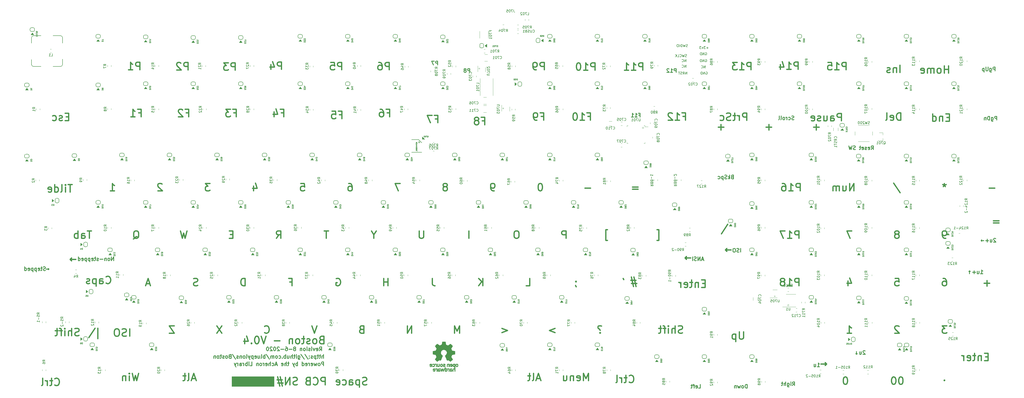
<source format=gbr>
G04 #@! TF.GenerationSoftware,KiCad,Pcbnew,(5.99.0-2555-g9cc6a77cc-dirty)*
G04 #@! TF.CreationDate,2020-08-06T21:59:34-04:00*
G04 #@! TF.ProjectId,Boston-keyboard-S,426f7374-6f6e-42d6-9b65-79626f617264,rev?*
G04 #@! TF.SameCoordinates,Original*
G04 #@! TF.FileFunction,Legend,Bot*
G04 #@! TF.FilePolarity,Positive*
%FSLAX46Y46*%
G04 Gerber Fmt 4.6, Leading zero omitted, Abs format (unit mm)*
G04 Created by KiCad (PCBNEW (5.99.0-2555-g9cc6a77cc-dirty)) date 2020-08-06 21:59:34*
%MOMM*%
%LPD*%
G01*
G04 APERTURE LIST*
%ADD10C,0.500000*%
%ADD11C,0.300000*%
%ADD12C,0.200000*%
%ADD13C,0.100000*%
%ADD14C,0.120000*%
%ADD15C,0.150000*%
%ADD16C,0.127000*%
%ADD17C,0.010000*%
G04 APERTURE END LIST*
D10*
X309390357Y17038214D02*
X307104642Y17038214D01*
X308247500Y15895357D02*
X308247500Y18181071D01*
X290390357Y17038214D02*
X288104642Y17038214D01*
X289247500Y15895357D02*
X289247500Y18181071D01*
X271190357Y17038214D02*
X268904642Y17038214D01*
X270047500Y15895357D02*
X270047500Y18181071D01*
D11*
X330247500Y8073928D02*
X330747500Y8788214D01*
X331104642Y8073928D02*
X331104642Y9573928D01*
X330533214Y9573928D01*
X330390357Y9502500D01*
X330318928Y9431071D01*
X330247500Y9288214D01*
X330247500Y9073928D01*
X330318928Y8931071D01*
X330390357Y8859642D01*
X330533214Y8788214D01*
X331104642Y8788214D01*
X329033214Y8145357D02*
X329176071Y8073928D01*
X329461785Y8073928D01*
X329604642Y8145357D01*
X329676071Y8288214D01*
X329676071Y8859642D01*
X329604642Y9002500D01*
X329461785Y9073928D01*
X329176071Y9073928D01*
X329033214Y9002500D01*
X328961785Y8859642D01*
X328961785Y8716785D01*
X329676071Y8573928D01*
X328390357Y8145357D02*
X328247500Y8073928D01*
X327961785Y8073928D01*
X327818928Y8145357D01*
X327747500Y8288214D01*
X327747500Y8359642D01*
X327818928Y8502500D01*
X327961785Y8573928D01*
X328176071Y8573928D01*
X328318928Y8645357D01*
X328390357Y8788214D01*
X328390357Y8859642D01*
X328318928Y9002500D01*
X328176071Y9073928D01*
X327961785Y9073928D01*
X327818928Y9002500D01*
X326533214Y8145357D02*
X326676071Y8073928D01*
X326961785Y8073928D01*
X327104642Y8145357D01*
X327176071Y8288214D01*
X327176071Y8859642D01*
X327104642Y9002500D01*
X326961785Y9073928D01*
X326676071Y9073928D01*
X326533214Y9002500D01*
X326461785Y8859642D01*
X326461785Y8716785D01*
X327176071Y8573928D01*
X326033214Y9073928D02*
X325461785Y9073928D01*
X325818928Y9573928D02*
X325818928Y8288214D01*
X325747500Y8145357D01*
X325604642Y8073928D01*
X325461785Y8073928D01*
X323890357Y8145357D02*
X323676071Y8073928D01*
X323318928Y8073928D01*
X323176071Y8145357D01*
X323104642Y8216785D01*
X323033214Y8359642D01*
X323033214Y8502500D01*
X323104642Y8645357D01*
X323176071Y8716785D01*
X323318928Y8788214D01*
X323604642Y8859642D01*
X323747500Y8931071D01*
X323818928Y9002500D01*
X323890357Y9145357D01*
X323890357Y9288214D01*
X323818928Y9431071D01*
X323747500Y9502500D01*
X323604642Y9573928D01*
X323247500Y9573928D01*
X323033214Y9502500D01*
X322533214Y9573928D02*
X322176071Y8073928D01*
X321890357Y9145357D01*
X321604642Y8073928D01*
X321247500Y9573928D01*
D12*
X256035714Y41047619D02*
X256035714Y42047619D01*
X255464285Y41047619D01*
X255464285Y42047619D01*
X254416666Y41142857D02*
X254464285Y41095238D01*
X254607142Y41047619D01*
X254702380Y41047619D01*
X254845238Y41095238D01*
X254940476Y41190476D01*
X254988095Y41285714D01*
X255035714Y41476190D01*
X255035714Y41619047D01*
X254988095Y41809523D01*
X254940476Y41904761D01*
X254845238Y42000000D01*
X254702380Y42047619D01*
X254607142Y42047619D01*
X254464285Y42000000D01*
X254416666Y41952380D01*
X256035714Y43297619D02*
X256035714Y44297619D01*
X255464285Y43297619D01*
X255464285Y44297619D01*
X254416666Y43392857D02*
X254464285Y43345238D01*
X254607142Y43297619D01*
X254702380Y43297619D01*
X254845238Y43345238D01*
X254940476Y43440476D01*
X254988095Y43535714D01*
X255035714Y43726190D01*
X255035714Y43869047D01*
X254988095Y44059523D01*
X254940476Y44154761D01*
X254845238Y44250000D01*
X254702380Y44297619D01*
X254607142Y44297619D01*
X254464285Y44250000D01*
X254416666Y44202380D01*
X256261904Y45345238D02*
X256119047Y45297619D01*
X255880952Y45297619D01*
X255785714Y45345238D01*
X255738095Y45392857D01*
X255690476Y45488095D01*
X255690476Y45583333D01*
X255738095Y45678571D01*
X255785714Y45726190D01*
X255880952Y45773809D01*
X256071428Y45821428D01*
X256166666Y45869047D01*
X256214285Y45916666D01*
X256261904Y46011904D01*
X256261904Y46107142D01*
X256214285Y46202380D01*
X256166666Y46250000D01*
X256071428Y46297619D01*
X255833333Y46297619D01*
X255690476Y46250000D01*
X255357142Y46297619D02*
X255119047Y45297619D01*
X254928571Y46011904D01*
X254738095Y45297619D01*
X254500000Y46297619D01*
X253547619Y45392857D02*
X253595238Y45345238D01*
X253738095Y45297619D01*
X253833333Y45297619D01*
X253976190Y45345238D01*
X254071428Y45440476D01*
X254119047Y45535714D01*
X254166666Y45726190D01*
X254166666Y45869047D01*
X254119047Y46059523D01*
X254071428Y46154761D01*
X253976190Y46250000D01*
X253833333Y46297619D01*
X253738095Y46297619D01*
X253595238Y46250000D01*
X253547619Y46202380D01*
X252642857Y45297619D02*
X253119047Y45297619D01*
X253119047Y46297619D01*
X252309523Y45297619D02*
X252309523Y46297619D01*
X251738095Y45297619D02*
X252166666Y45869047D01*
X251738095Y46297619D02*
X252309523Y45726190D01*
X256619047Y49345238D02*
X256476190Y49297619D01*
X256238095Y49297619D01*
X256142857Y49345238D01*
X256095238Y49392857D01*
X256047619Y49488095D01*
X256047619Y49583333D01*
X256095238Y49678571D01*
X256142857Y49726190D01*
X256238095Y49773809D01*
X256428571Y49821428D01*
X256523809Y49869047D01*
X256571428Y49916666D01*
X256619047Y50011904D01*
X256619047Y50107142D01*
X256571428Y50202380D01*
X256523809Y50250000D01*
X256428571Y50297619D01*
X256190476Y50297619D01*
X256047619Y50250000D01*
X255714285Y50297619D02*
X255476190Y49297619D01*
X255285714Y50011904D01*
X255095238Y49297619D01*
X254857142Y50297619D01*
X254476190Y49297619D02*
X254476190Y50297619D01*
X254238095Y50297619D01*
X254095238Y50250000D01*
X254000000Y50154761D01*
X253952380Y50059523D01*
X253904761Y49869047D01*
X253904761Y49726190D01*
X253952380Y49535714D01*
X254000000Y49440476D01*
X254095238Y49345238D01*
X254238095Y49297619D01*
X254476190Y49297619D01*
X253476190Y49297619D02*
X253476190Y50297619D01*
X252809523Y50297619D02*
X252619047Y50297619D01*
X252523809Y50250000D01*
X252428571Y50154761D01*
X252380952Y49964285D01*
X252380952Y49630952D01*
X252428571Y49440476D01*
X252523809Y49345238D01*
X252619047Y49297619D01*
X252809523Y49297619D01*
X252904761Y49345238D01*
X253000000Y49440476D01*
X253047619Y49630952D01*
X253047619Y49964285D01*
X253000000Y50154761D01*
X252904761Y50250000D01*
X252809523Y50297619D01*
X256392857Y38297619D02*
X256392857Y39297619D01*
X255821428Y38297619D01*
X255821428Y39297619D01*
X254773809Y38297619D02*
X255107142Y38773809D01*
X255345238Y38297619D02*
X255345238Y39297619D01*
X254964285Y39297619D01*
X254869047Y39250000D01*
X254821428Y39202380D01*
X254773809Y39107142D01*
X254773809Y38964285D01*
X254821428Y38869047D01*
X254869047Y38821428D01*
X254964285Y38773809D01*
X255345238Y38773809D01*
X254392857Y38345238D02*
X254250000Y38297619D01*
X254011904Y38297619D01*
X253916666Y38345238D01*
X253869047Y38392857D01*
X253821428Y38488095D01*
X253821428Y38583333D01*
X253869047Y38678571D01*
X253916666Y38726190D01*
X254011904Y38773809D01*
X254202380Y38821428D01*
X254297619Y38869047D01*
X254345238Y38916666D01*
X254392857Y39011904D01*
X254392857Y39107142D01*
X254345238Y39202380D01*
X254297619Y39250000D01*
X254202380Y39297619D01*
X253964285Y39297619D01*
X253821428Y39250000D01*
X253535714Y39297619D02*
X252964285Y39297619D01*
X253250000Y38297619D02*
X253250000Y39297619D01*
X264011904Y39250000D02*
X264107142Y39297619D01*
X264250000Y39297619D01*
X264392857Y39250000D01*
X264488095Y39154761D01*
X264535714Y39059523D01*
X264583333Y38869047D01*
X264583333Y38726190D01*
X264535714Y38535714D01*
X264488095Y38440476D01*
X264392857Y38345238D01*
X264250000Y38297619D01*
X264154761Y38297619D01*
X264011904Y38345238D01*
X263964285Y38392857D01*
X263964285Y38726190D01*
X264154761Y38726190D01*
X263535714Y38297619D02*
X263535714Y39297619D01*
X262964285Y38297619D01*
X262964285Y39297619D01*
X262488095Y38297619D02*
X262488095Y39297619D01*
X262250000Y39297619D01*
X262107142Y39250000D01*
X262011904Y39154761D01*
X261964285Y39059523D01*
X261916666Y38869047D01*
X261916666Y38726190D01*
X261964285Y38535714D01*
X262011904Y38440476D01*
X262107142Y38345238D01*
X262250000Y38297619D01*
X262488095Y38297619D01*
X263785714Y40797619D02*
X263785714Y41797619D01*
X263214285Y40797619D01*
X263214285Y41797619D01*
X262166666Y40892857D02*
X262214285Y40845238D01*
X262357142Y40797619D01*
X262452380Y40797619D01*
X262595238Y40845238D01*
X262690476Y40940476D01*
X262738095Y41035714D01*
X262785714Y41226190D01*
X262785714Y41369047D01*
X262738095Y41559523D01*
X262690476Y41654761D01*
X262595238Y41750000D01*
X262452380Y41797619D01*
X262357142Y41797619D01*
X262214285Y41750000D01*
X262166666Y41702380D01*
X263761904Y44250000D02*
X263857142Y44297619D01*
X264000000Y44297619D01*
X264142857Y44250000D01*
X264238095Y44154761D01*
X264285714Y44059523D01*
X264333333Y43869047D01*
X264333333Y43726190D01*
X264285714Y43535714D01*
X264238095Y43440476D01*
X264142857Y43345238D01*
X264000000Y43297619D01*
X263904761Y43297619D01*
X263761904Y43345238D01*
X263714285Y43392857D01*
X263714285Y43726190D01*
X263904761Y43726190D01*
X263285714Y43297619D02*
X263285714Y44297619D01*
X262714285Y43297619D01*
X262714285Y44297619D01*
X262238095Y43297619D02*
X262238095Y44297619D01*
X262000000Y44297619D01*
X261857142Y44250000D01*
X261761904Y44154761D01*
X261714285Y44059523D01*
X261666666Y43869047D01*
X261666666Y43726190D01*
X261714285Y43535714D01*
X261761904Y43440476D01*
X261857142Y43345238D01*
X262000000Y43297619D01*
X262238095Y43297619D01*
X263761904Y47000000D02*
X263857142Y47047619D01*
X264000000Y47047619D01*
X264142857Y47000000D01*
X264238095Y46904761D01*
X264285714Y46809523D01*
X264333333Y46619047D01*
X264333333Y46476190D01*
X264285714Y46285714D01*
X264238095Y46190476D01*
X264142857Y46095238D01*
X264000000Y46047619D01*
X263904761Y46047619D01*
X263761904Y46095238D01*
X263714285Y46142857D01*
X263714285Y46476190D01*
X263904761Y46476190D01*
X263285714Y46047619D02*
X263285714Y47047619D01*
X262714285Y46047619D01*
X262714285Y47047619D01*
X262238095Y46047619D02*
X262238095Y47047619D01*
X262000000Y47047619D01*
X261857142Y47000000D01*
X261761904Y46904761D01*
X261714285Y46809523D01*
X261666666Y46619047D01*
X261666666Y46476190D01*
X261714285Y46285714D01*
X261761904Y46190476D01*
X261857142Y46095238D01*
X262000000Y46047619D01*
X262238095Y46047619D01*
X264964285Y48928571D02*
X264202380Y48928571D01*
X264583333Y48547619D02*
X264583333Y49309523D01*
X263821428Y49547619D02*
X263202380Y49547619D01*
X263535714Y49166666D01*
X263392857Y49166666D01*
X263297619Y49119047D01*
X263250000Y49071428D01*
X263202380Y48976190D01*
X263202380Y48738095D01*
X263250000Y48642857D01*
X263297619Y48595238D01*
X263392857Y48547619D01*
X263678571Y48547619D01*
X263773809Y48595238D01*
X263821428Y48642857D01*
X262869047Y49214285D02*
X262630952Y48547619D01*
X262392857Y49214285D01*
X262107142Y49547619D02*
X261488095Y49547619D01*
X261821428Y49166666D01*
X261678571Y49166666D01*
X261583333Y49119047D01*
X261535714Y49071428D01*
X261488095Y48976190D01*
X261488095Y48738095D01*
X261535714Y48642857D01*
X261583333Y48595238D01*
X261678571Y48547619D01*
X261964285Y48547619D01*
X262059523Y48595238D01*
X262107142Y48642857D01*
D11*
X109142857Y-72678571D02*
X109642857Y-71964285D01*
X110000000Y-72678571D02*
X110000000Y-71178571D01*
X109428571Y-71178571D01*
X109285714Y-71250000D01*
X109214285Y-71321428D01*
X109142857Y-71464285D01*
X109142857Y-71678571D01*
X109214285Y-71821428D01*
X109285714Y-71892857D01*
X109428571Y-71964285D01*
X110000000Y-71964285D01*
X107928571Y-72607142D02*
X108071428Y-72678571D01*
X108357142Y-72678571D01*
X108500000Y-72607142D01*
X108571428Y-72464285D01*
X108571428Y-71892857D01*
X108500000Y-71750000D01*
X108357142Y-71678571D01*
X108071428Y-71678571D01*
X107928571Y-71750000D01*
X107857142Y-71892857D01*
X107857142Y-72035714D01*
X108571428Y-72178571D01*
X107357142Y-71678571D02*
X107000000Y-72678571D01*
X106642857Y-71678571D01*
X106071428Y-72678571D02*
X106071428Y-71678571D01*
X106071428Y-71178571D02*
X106142857Y-71250000D01*
X106071428Y-71321428D01*
X106000000Y-71250000D01*
X106071428Y-71178571D01*
X106071428Y-71321428D01*
X105428571Y-72607142D02*
X105285714Y-72678571D01*
X105000000Y-72678571D01*
X104857142Y-72607142D01*
X104785714Y-72464285D01*
X104785714Y-72392857D01*
X104857142Y-72250000D01*
X105000000Y-72178571D01*
X105214285Y-72178571D01*
X105357142Y-72107142D01*
X105428571Y-71964285D01*
X105428571Y-71892857D01*
X105357142Y-71750000D01*
X105214285Y-71678571D01*
X105000000Y-71678571D01*
X104857142Y-71750000D01*
X104142857Y-72678571D02*
X104142857Y-71678571D01*
X104142857Y-71178571D02*
X104214285Y-71250000D01*
X104142857Y-71321428D01*
X104071428Y-71250000D01*
X104142857Y-71178571D01*
X104142857Y-71321428D01*
X103214285Y-72678571D02*
X103357142Y-72607142D01*
X103428571Y-72535714D01*
X103500000Y-72392857D01*
X103500000Y-71964285D01*
X103428571Y-71821428D01*
X103357142Y-71750000D01*
X103214285Y-71678571D01*
X103000000Y-71678571D01*
X102857142Y-71750000D01*
X102785714Y-71821428D01*
X102714285Y-71964285D01*
X102714285Y-72392857D01*
X102785714Y-72535714D01*
X102857142Y-72607142D01*
X103000000Y-72678571D01*
X103214285Y-72678571D01*
X102071428Y-71678571D02*
X102071428Y-72678571D01*
X102071428Y-71821428D02*
X102000000Y-71750000D01*
X101857142Y-71678571D01*
X101642857Y-71678571D01*
X101500000Y-71750000D01*
X101428571Y-71892857D01*
X101428571Y-72678571D01*
X99357142Y-71821428D02*
X99500000Y-71750000D01*
X99571428Y-71678571D01*
X99642857Y-71535714D01*
X99642857Y-71464285D01*
X99571428Y-71321428D01*
X99500000Y-71250000D01*
X99357142Y-71178571D01*
X99071428Y-71178571D01*
X98928571Y-71250000D01*
X98857142Y-71321428D01*
X98785714Y-71464285D01*
X98785714Y-71535714D01*
X98857142Y-71678571D01*
X98928571Y-71750000D01*
X99071428Y-71821428D01*
X99357142Y-71821428D01*
X99500000Y-71892857D01*
X99571428Y-71964285D01*
X99642857Y-72107142D01*
X99642857Y-72392857D01*
X99571428Y-72535714D01*
X99500000Y-72607142D01*
X99357142Y-72678571D01*
X99071428Y-72678571D01*
X98928571Y-72607142D01*
X98857142Y-72535714D01*
X98785714Y-72392857D01*
X98785714Y-72107142D01*
X98857142Y-71964285D01*
X98928571Y-71892857D01*
X99071428Y-71821428D01*
X98142857Y-72107142D02*
X97000000Y-72107142D01*
X95642857Y-71178571D02*
X95928571Y-71178571D01*
X96071428Y-71250000D01*
X96142857Y-71321428D01*
X96285714Y-71535714D01*
X96357142Y-71821428D01*
X96357142Y-72392857D01*
X96285714Y-72535714D01*
X96214285Y-72607142D01*
X96071428Y-72678571D01*
X95785714Y-72678571D01*
X95642857Y-72607142D01*
X95571428Y-72535714D01*
X95500000Y-72392857D01*
X95500000Y-72035714D01*
X95571428Y-71892857D01*
X95642857Y-71821428D01*
X95785714Y-71750000D01*
X96071428Y-71750000D01*
X96214285Y-71821428D01*
X96285714Y-71892857D01*
X96357142Y-72035714D01*
X94857142Y-72107142D02*
X93714285Y-72107142D01*
X93071428Y-71321428D02*
X93000000Y-71250000D01*
X92857142Y-71178571D01*
X92500000Y-71178571D01*
X92357142Y-71250000D01*
X92285714Y-71321428D01*
X92214285Y-71464285D01*
X92214285Y-71607142D01*
X92285714Y-71821428D01*
X93142857Y-72678571D01*
X92214285Y-72678571D01*
X91285714Y-71178571D02*
X91142857Y-71178571D01*
X91000000Y-71250000D01*
X90928571Y-71321428D01*
X90857142Y-71464285D01*
X90785714Y-71750000D01*
X90785714Y-72107142D01*
X90857142Y-72392857D01*
X90928571Y-72535714D01*
X91000000Y-72607142D01*
X91142857Y-72678571D01*
X91285714Y-72678571D01*
X91428571Y-72607142D01*
X91500000Y-72535714D01*
X91571428Y-72392857D01*
X91642857Y-72107142D01*
X91642857Y-71750000D01*
X91571428Y-71464285D01*
X91500000Y-71321428D01*
X91428571Y-71250000D01*
X91285714Y-71178571D01*
X90214285Y-71321428D02*
X90142857Y-71250000D01*
X90000000Y-71178571D01*
X89642857Y-71178571D01*
X89500000Y-71250000D01*
X89428571Y-71321428D01*
X89357142Y-71464285D01*
X89357142Y-71607142D01*
X89428571Y-71821428D01*
X90285714Y-72678571D01*
X89357142Y-72678571D01*
X88428571Y-71178571D02*
X88285714Y-71178571D01*
X88142857Y-71250000D01*
X88071428Y-71321428D01*
X88000000Y-71464285D01*
X87928571Y-71750000D01*
X87928571Y-72107142D01*
X88000000Y-72392857D01*
X88071428Y-72535714D01*
X88142857Y-72607142D01*
X88285714Y-72678571D01*
X88428571Y-72678571D01*
X88571428Y-72607142D01*
X88642857Y-72535714D01*
X88714285Y-72392857D01*
X88785714Y-72107142D01*
X88785714Y-71750000D01*
X88714285Y-71464285D01*
X88642857Y-71321428D01*
X88571428Y-71250000D01*
X88428571Y-71178571D01*
D10*
X111428571Y-86357142D02*
X111428571Y-83357142D01*
X110285714Y-83357142D01*
X110000000Y-83500000D01*
X109857142Y-83642857D01*
X109714285Y-83928571D01*
X109714285Y-84357142D01*
X109857142Y-84642857D01*
X110000000Y-84785714D01*
X110285714Y-84928571D01*
X111428571Y-84928571D01*
X106714285Y-86071428D02*
X106857142Y-86214285D01*
X107285714Y-86357142D01*
X107571428Y-86357142D01*
X108000000Y-86214285D01*
X108285714Y-85928571D01*
X108428571Y-85642857D01*
X108571428Y-85071428D01*
X108571428Y-84642857D01*
X108428571Y-84071428D01*
X108285714Y-83785714D01*
X108000000Y-83500000D01*
X107571428Y-83357142D01*
X107285714Y-83357142D01*
X106857142Y-83500000D01*
X106714285Y-83642857D01*
X104428571Y-84785714D02*
X104000000Y-84928571D01*
X103857142Y-85071428D01*
X103714285Y-85357142D01*
X103714285Y-85785714D01*
X103857142Y-86071428D01*
X104000000Y-86214285D01*
X104285714Y-86357142D01*
X105428571Y-86357142D01*
X105428571Y-83357142D01*
X104428571Y-83357142D01*
X104142857Y-83500000D01*
X104000000Y-83642857D01*
X103857142Y-83928571D01*
X103857142Y-84214285D01*
X104000000Y-84500000D01*
X104142857Y-84642857D01*
X104428571Y-84785714D01*
X105428571Y-84785714D01*
X100285714Y-86214285D02*
X99857142Y-86357142D01*
X99142857Y-86357142D01*
X98857142Y-86214285D01*
X98714285Y-86071428D01*
X98571428Y-85785714D01*
X98571428Y-85500000D01*
X98714285Y-85214285D01*
X98857142Y-85071428D01*
X99142857Y-84928571D01*
X99714285Y-84785714D01*
X100000000Y-84642857D01*
X100142857Y-84500000D01*
X100285714Y-84214285D01*
X100285714Y-83928571D01*
X100142857Y-83642857D01*
X100000000Y-83500000D01*
X99714285Y-83357142D01*
X99000000Y-83357142D01*
X98571428Y-83500000D01*
X97285714Y-86357142D02*
X97285714Y-83357142D01*
X95571428Y-86357142D01*
X95571428Y-83357142D01*
X94285714Y-84357142D02*
X92142857Y-84357142D01*
X93428571Y-83071428D02*
X94285714Y-86928571D01*
X92428571Y-85642857D02*
X94571428Y-85642857D01*
X93285714Y-86928571D02*
X92428571Y-83071428D01*
D13*
G36*
X91000000Y-87000000D02*
G01*
X74000000Y-87000000D01*
X74000000Y-83000000D01*
X91000000Y-83000000D01*
X91000000Y-87000000D01*
G37*
X91000000Y-87000000D02*
X74000000Y-87000000D01*
X74000000Y-83000000D01*
X91000000Y-83000000D01*
X91000000Y-87000000D01*
D14*
X183000000Y24600000D02*
G75*
G03*
X183000000Y24600000I-200000J0D01*
G01*
X239082843Y16800000D02*
G75*
G03*
X239082843Y16800000I-282843J0D01*
G01*
X291800000Y-50800000D02*
G75*
G03*
X291800000Y-50800000I-200000J0D01*
G01*
X297282843Y-54400000D02*
G75*
G03*
X297282843Y-54400000I-282843J0D01*
G01*
X173400000Y40600000D02*
G75*
G03*
X173400000Y40600000I-200000J0D01*
G01*
D11*
X380111785Y-27668928D02*
X380040357Y-27597500D01*
X379897500Y-27526071D01*
X379540357Y-27526071D01*
X379397500Y-27597500D01*
X379326071Y-27668928D01*
X379254642Y-27811785D01*
X379254642Y-27954642D01*
X379326071Y-28168928D01*
X380183214Y-29026071D01*
X379254642Y-29026071D01*
X377968928Y-28026071D02*
X377968928Y-29026071D01*
X378611785Y-28026071D02*
X378611785Y-28811785D01*
X378540357Y-28954642D01*
X378397500Y-29026071D01*
X378183214Y-29026071D01*
X378040357Y-28954642D01*
X377968928Y-28883214D01*
X377254642Y-28454642D02*
X376111785Y-28454642D01*
X376683214Y-29026071D02*
X376683214Y-27883214D01*
X375397500Y-28454642D02*
X374254642Y-28454642D01*
X374540357Y-28740357D02*
X374254642Y-28454642D01*
X374540357Y-28168928D01*
X374054642Y-41726071D02*
X374911785Y-41726071D01*
X374483214Y-41726071D02*
X374483214Y-40226071D01*
X374626071Y-40440357D01*
X374768928Y-40583214D01*
X374911785Y-40654642D01*
X372768928Y-40726071D02*
X372768928Y-41726071D01*
X373411785Y-40726071D02*
X373411785Y-41511785D01*
X373340357Y-41654642D01*
X373197500Y-41726071D01*
X372983214Y-41726071D01*
X372840357Y-41654642D01*
X372768928Y-41583214D01*
X372054642Y-41154642D02*
X370911785Y-41154642D01*
X371483214Y-41726071D02*
X371483214Y-40583214D01*
X369626071Y-41726071D02*
X369626071Y-40583214D01*
X369911785Y-40868928D02*
X369626071Y-40583214D01*
X369340357Y-40868928D01*
D10*
X377742857Y-45614285D02*
X375457142Y-45614285D01*
X376600000Y-46757142D02*
X376600000Y-44471428D01*
D11*
X327783214Y-72768928D02*
X327711785Y-72697500D01*
X327568928Y-72626071D01*
X327211785Y-72626071D01*
X327068928Y-72697500D01*
X326997500Y-72768928D01*
X326926071Y-72911785D01*
X326926071Y-73054642D01*
X326997500Y-73268928D01*
X327854642Y-74126071D01*
X326926071Y-74126071D01*
X325640357Y-73126071D02*
X325640357Y-74126071D01*
X326283214Y-73126071D02*
X326283214Y-73911785D01*
X326211785Y-74054642D01*
X326068928Y-74126071D01*
X325854642Y-74126071D01*
X325711785Y-74054642D01*
X325640357Y-73983214D01*
X324354642Y-72983214D02*
X324354642Y-74126071D01*
X324068928Y-73840357D02*
X324354642Y-74126071D01*
X324640357Y-73840357D01*
D10*
X310057142Y-77985714D02*
X312342857Y-77985714D01*
X311771428Y-77414285D02*
X312342857Y-77985714D01*
X311771428Y-78557142D01*
D11*
X308650000Y-79078571D02*
X309507142Y-79078571D01*
X309078571Y-79078571D02*
X309078571Y-77578571D01*
X309221428Y-77792857D01*
X309364285Y-77935714D01*
X309507142Y-78007142D01*
X307364285Y-78078571D02*
X307364285Y-79078571D01*
X308007142Y-78078571D02*
X308007142Y-78864285D01*
X307935714Y-79007142D01*
X307792857Y-79078571D01*
X307578571Y-79078571D01*
X307435714Y-79007142D01*
X307364285Y-78935714D01*
D10*
X257942857Y-35414285D02*
X255657142Y-35414285D01*
X256228571Y-35985714D02*
X255657142Y-35414285D01*
X256228571Y-34842857D01*
D11*
X263014285Y-36050000D02*
X262300000Y-36050000D01*
X263157142Y-36478571D02*
X262657142Y-34978571D01*
X262157142Y-36478571D01*
X261657142Y-36478571D02*
X261657142Y-34978571D01*
X260800000Y-36478571D01*
X260800000Y-34978571D01*
X260157142Y-36407142D02*
X259942857Y-36478571D01*
X259585714Y-36478571D01*
X259442857Y-36407142D01*
X259371428Y-36335714D01*
X259300000Y-36192857D01*
X259300000Y-36050000D01*
X259371428Y-35907142D01*
X259442857Y-35835714D01*
X259585714Y-35764285D01*
X259871428Y-35692857D01*
X260014285Y-35621428D01*
X260085714Y-35550000D01*
X260157142Y-35407142D01*
X260157142Y-35264285D01*
X260085714Y-35121428D01*
X260014285Y-35050000D01*
X259871428Y-34978571D01*
X259514285Y-34978571D01*
X259300000Y-35050000D01*
X258657142Y-36478571D02*
X258657142Y-34978571D01*
D10*
X11542857Y-36014285D02*
X9257142Y-36014285D01*
X9828571Y-36585714D02*
X9257142Y-36014285D01*
X9828571Y-35442857D01*
D11*
X-371428Y-39892857D02*
X771428Y-39892857D01*
X485714Y-39607142D02*
X771428Y-39892857D01*
X485714Y-40178571D01*
D10*
X274142857Y-32214285D02*
X271857142Y-32214285D01*
X272428571Y-32785714D02*
X271857142Y-32214285D01*
X272428571Y-31642857D01*
D11*
X26671428Y-36478571D02*
X26671428Y-34978571D01*
X25814285Y-36478571D01*
X25814285Y-34978571D01*
X24885714Y-36478571D02*
X25028571Y-36407142D01*
X25100000Y-36335714D01*
X25171428Y-36192857D01*
X25171428Y-35764285D01*
X25100000Y-35621428D01*
X25028571Y-35550000D01*
X24885714Y-35478571D01*
X24671428Y-35478571D01*
X24528571Y-35550000D01*
X24457142Y-35621428D01*
X24385714Y-35764285D01*
X24385714Y-36192857D01*
X24457142Y-36335714D01*
X24528571Y-36407142D01*
X24671428Y-36478571D01*
X24885714Y-36478571D01*
X23742857Y-35478571D02*
X23742857Y-36478571D01*
X23742857Y-35621428D02*
X23671428Y-35550000D01*
X23528571Y-35478571D01*
X23314285Y-35478571D01*
X23171428Y-35550000D01*
X23100000Y-35692857D01*
X23100000Y-36478571D01*
X22385714Y-35907142D02*
X21242857Y-35907142D01*
X20600000Y-36407142D02*
X20457142Y-36478571D01*
X20171428Y-36478571D01*
X20028571Y-36407142D01*
X19957142Y-36264285D01*
X19957142Y-36192857D01*
X20028571Y-36050000D01*
X20171428Y-35978571D01*
X20385714Y-35978571D01*
X20528571Y-35907142D01*
X20600000Y-35764285D01*
X20600000Y-35692857D01*
X20528571Y-35550000D01*
X20385714Y-35478571D01*
X20171428Y-35478571D01*
X20028571Y-35550000D01*
X19528571Y-35478571D02*
X18957142Y-35478571D01*
X19314285Y-34978571D02*
X19314285Y-36264285D01*
X19242857Y-36407142D01*
X19100000Y-36478571D01*
X18957142Y-36478571D01*
X17885714Y-36407142D02*
X18028571Y-36478571D01*
X18314285Y-36478571D01*
X18457142Y-36407142D01*
X18528571Y-36264285D01*
X18528571Y-35692857D01*
X18457142Y-35550000D01*
X18314285Y-35478571D01*
X18028571Y-35478571D01*
X17885714Y-35550000D01*
X17814285Y-35692857D01*
X17814285Y-35835714D01*
X18528571Y-35978571D01*
X17171428Y-35478571D02*
X17171428Y-36978571D01*
X17171428Y-35550000D02*
X17028571Y-35478571D01*
X16742857Y-35478571D01*
X16600000Y-35550000D01*
X16528571Y-35621428D01*
X16457142Y-35764285D01*
X16457142Y-36192857D01*
X16528571Y-36335714D01*
X16600000Y-36407142D01*
X16742857Y-36478571D01*
X17028571Y-36478571D01*
X17171428Y-36407142D01*
X15814285Y-35478571D02*
X15814285Y-36978571D01*
X15814285Y-35550000D02*
X15671428Y-35478571D01*
X15385714Y-35478571D01*
X15242857Y-35550000D01*
X15171428Y-35621428D01*
X15100000Y-35764285D01*
X15100000Y-36192857D01*
X15171428Y-36335714D01*
X15242857Y-36407142D01*
X15385714Y-36478571D01*
X15671428Y-36478571D01*
X15814285Y-36407142D01*
X13885714Y-36407142D02*
X14028571Y-36478571D01*
X14314285Y-36478571D01*
X14457142Y-36407142D01*
X14528571Y-36264285D01*
X14528571Y-35692857D01*
X14457142Y-35550000D01*
X14314285Y-35478571D01*
X14028571Y-35478571D01*
X13885714Y-35550000D01*
X13814285Y-35692857D01*
X13814285Y-35835714D01*
X14528571Y-35978571D01*
X12528571Y-36478571D02*
X12528571Y-34978571D01*
X12528571Y-36407142D02*
X12671428Y-36478571D01*
X12957142Y-36478571D01*
X13100000Y-36407142D01*
X13171428Y-36335714D01*
X13242857Y-36192857D01*
X13242857Y-35764285D01*
X13171428Y-35621428D01*
X13100000Y-35550000D01*
X12957142Y-35478571D01*
X12671428Y-35478571D01*
X12528571Y-35550000D01*
X-628571Y-40407142D02*
X-842857Y-40478571D01*
X-1200000Y-40478571D01*
X-1342857Y-40407142D01*
X-1414285Y-40335714D01*
X-1485714Y-40192857D01*
X-1485714Y-40050000D01*
X-1414285Y-39907142D01*
X-1342857Y-39835714D01*
X-1200000Y-39764285D01*
X-914285Y-39692857D01*
X-771428Y-39621428D01*
X-700000Y-39550000D01*
X-628571Y-39407142D01*
X-628571Y-39264285D01*
X-700000Y-39121428D01*
X-771428Y-39050000D01*
X-914285Y-38978571D01*
X-1271428Y-38978571D01*
X-1485714Y-39050000D01*
X-1914285Y-39478571D02*
X-2485714Y-39478571D01*
X-2128571Y-38978571D02*
X-2128571Y-40264285D01*
X-2200000Y-40407142D01*
X-2342857Y-40478571D01*
X-2485714Y-40478571D01*
X-3557142Y-40407142D02*
X-3414285Y-40478571D01*
X-3128571Y-40478571D01*
X-2985714Y-40407142D01*
X-2914285Y-40264285D01*
X-2914285Y-39692857D01*
X-2985714Y-39550000D01*
X-3128571Y-39478571D01*
X-3414285Y-39478571D01*
X-3557142Y-39550000D01*
X-3628571Y-39692857D01*
X-3628571Y-39835714D01*
X-2914285Y-39978571D01*
X-4271428Y-39478571D02*
X-4271428Y-40978571D01*
X-4271428Y-39550000D02*
X-4414285Y-39478571D01*
X-4700000Y-39478571D01*
X-4842857Y-39550000D01*
X-4914285Y-39621428D01*
X-4985714Y-39764285D01*
X-4985714Y-40192857D01*
X-4914285Y-40335714D01*
X-4842857Y-40407142D01*
X-4700000Y-40478571D01*
X-4414285Y-40478571D01*
X-4271428Y-40407142D01*
X-5628571Y-39478571D02*
X-5628571Y-40978571D01*
X-5628571Y-39550000D02*
X-5771428Y-39478571D01*
X-6057142Y-39478571D01*
X-6200000Y-39550000D01*
X-6271428Y-39621428D01*
X-6342857Y-39764285D01*
X-6342857Y-40192857D01*
X-6271428Y-40335714D01*
X-6200000Y-40407142D01*
X-6057142Y-40478571D01*
X-5771428Y-40478571D01*
X-5628571Y-40407142D01*
X-7557142Y-40407142D02*
X-7414285Y-40478571D01*
X-7128571Y-40478571D01*
X-6985714Y-40407142D01*
X-6914285Y-40264285D01*
X-6914285Y-39692857D01*
X-6985714Y-39550000D01*
X-7128571Y-39478571D01*
X-7414285Y-39478571D01*
X-7557142Y-39550000D01*
X-7628571Y-39692857D01*
X-7628571Y-39835714D01*
X-6914285Y-39978571D01*
X-8914285Y-40478571D02*
X-8914285Y-38978571D01*
X-8914285Y-40407142D02*
X-8771428Y-40478571D01*
X-8485714Y-40478571D01*
X-8342857Y-40407142D01*
X-8271428Y-40335714D01*
X-8199999Y-40192857D01*
X-8199999Y-39764285D01*
X-8271428Y-39621428D01*
X-8342857Y-39550000D01*
X-8485714Y-39478571D01*
X-8771428Y-39478571D01*
X-8914285Y-39550000D01*
D10*
X377071428Y-75085714D02*
X376071428Y-75085714D01*
X375642857Y-76657142D02*
X377071428Y-76657142D01*
X377071428Y-73657142D01*
X375642857Y-73657142D01*
X374357142Y-74657142D02*
X374357142Y-76657142D01*
X374357142Y-74942857D02*
X374214285Y-74800000D01*
X373928571Y-74657142D01*
X373500000Y-74657142D01*
X373214285Y-74800000D01*
X373071428Y-75085714D01*
X373071428Y-76657142D01*
X372071428Y-74657142D02*
X370928571Y-74657142D01*
X371642857Y-73657142D02*
X371642857Y-76228571D01*
X371500000Y-76514285D01*
X371214285Y-76657142D01*
X370928571Y-76657142D01*
X368785714Y-76514285D02*
X369071428Y-76657142D01*
X369642857Y-76657142D01*
X369928571Y-76514285D01*
X370071428Y-76228571D01*
X370071428Y-75085714D01*
X369928571Y-74800000D01*
X369642857Y-74657142D01*
X369071428Y-74657142D01*
X368785714Y-74800000D01*
X368642857Y-75085714D01*
X368642857Y-75371428D01*
X370071428Y-75657142D01*
X367357142Y-76657142D02*
X367357142Y-74657142D01*
X367357142Y-75228571D02*
X367214285Y-74942857D01*
X367071428Y-74800000D01*
X366785714Y-74657142D01*
X366500000Y-74657142D01*
D11*
X110821428Y-78678571D02*
X110821428Y-77178571D01*
X110250000Y-77178571D01*
X110107142Y-77250000D01*
X110035714Y-77321428D01*
X109964285Y-77464285D01*
X109964285Y-77678571D01*
X110035714Y-77821428D01*
X110107142Y-77892857D01*
X110250000Y-77964285D01*
X110821428Y-77964285D01*
X109107142Y-78678571D02*
X109250000Y-78607142D01*
X109321428Y-78535714D01*
X109392857Y-78392857D01*
X109392857Y-77964285D01*
X109321428Y-77821428D01*
X109250000Y-77750000D01*
X109107142Y-77678571D01*
X108892857Y-77678571D01*
X108750000Y-77750000D01*
X108678571Y-77821428D01*
X108607142Y-77964285D01*
X108607142Y-78392857D01*
X108678571Y-78535714D01*
X108750000Y-78607142D01*
X108892857Y-78678571D01*
X109107142Y-78678571D01*
X108107142Y-77678571D02*
X107821428Y-78678571D01*
X107535714Y-77964285D01*
X107250000Y-78678571D01*
X106964285Y-77678571D01*
X105821428Y-78607142D02*
X105964285Y-78678571D01*
X106250000Y-78678571D01*
X106392857Y-78607142D01*
X106464285Y-78464285D01*
X106464285Y-77892857D01*
X106392857Y-77750000D01*
X106250000Y-77678571D01*
X105964285Y-77678571D01*
X105821428Y-77750000D01*
X105750000Y-77892857D01*
X105750000Y-78035714D01*
X106464285Y-78178571D01*
X105107142Y-78678571D02*
X105107142Y-77678571D01*
X105107142Y-77964285D02*
X105035714Y-77821428D01*
X104964285Y-77750000D01*
X104821428Y-77678571D01*
X104678571Y-77678571D01*
X103607142Y-78607142D02*
X103750000Y-78678571D01*
X104035714Y-78678571D01*
X104178571Y-78607142D01*
X104250000Y-78464285D01*
X104250000Y-77892857D01*
X104178571Y-77750000D01*
X104035714Y-77678571D01*
X103750000Y-77678571D01*
X103607142Y-77750000D01*
X103535714Y-77892857D01*
X103535714Y-78035714D01*
X104250000Y-78178571D01*
X102250000Y-78678571D02*
X102250000Y-77178571D01*
X102250000Y-78607142D02*
X102392857Y-78678571D01*
X102678571Y-78678571D01*
X102821428Y-78607142D01*
X102892857Y-78535714D01*
X102964285Y-78392857D01*
X102964285Y-77964285D01*
X102892857Y-77821428D01*
X102821428Y-77750000D01*
X102678571Y-77678571D01*
X102392857Y-77678571D01*
X102250000Y-77750000D01*
X100392857Y-78678571D02*
X100392857Y-77178571D01*
X100392857Y-77750000D02*
X100250000Y-77678571D01*
X99964285Y-77678571D01*
X99821428Y-77750000D01*
X99750000Y-77821428D01*
X99678571Y-77964285D01*
X99678571Y-78392857D01*
X99750000Y-78535714D01*
X99821428Y-78607142D01*
X99964285Y-78678571D01*
X100250000Y-78678571D01*
X100392857Y-78607142D01*
X99178571Y-77678571D02*
X98821428Y-78678571D01*
X98464285Y-77678571D02*
X98821428Y-78678571D01*
X98964285Y-79035714D01*
X99035714Y-79107142D01*
X99178571Y-79178571D01*
X96964285Y-77678571D02*
X96392857Y-77678571D01*
X96750000Y-77178571D02*
X96750000Y-78464285D01*
X96678571Y-78607142D01*
X96535714Y-78678571D01*
X96392857Y-78678571D01*
X95892857Y-78678571D02*
X95892857Y-77178571D01*
X95250000Y-78678571D02*
X95250000Y-77892857D01*
X95321428Y-77750000D01*
X95464285Y-77678571D01*
X95678571Y-77678571D01*
X95821428Y-77750000D01*
X95892857Y-77821428D01*
X93964285Y-78607142D02*
X94107142Y-78678571D01*
X94392857Y-78678571D01*
X94535714Y-78607142D01*
X94607142Y-78464285D01*
X94607142Y-77892857D01*
X94535714Y-77750000D01*
X94392857Y-77678571D01*
X94107142Y-77678571D01*
X93964285Y-77750000D01*
X93892857Y-77892857D01*
X93892857Y-78035714D01*
X94607142Y-78178571D01*
X92178571Y-78250000D02*
X91464285Y-78250000D01*
X92321428Y-78678571D02*
X91821428Y-77178571D01*
X91321428Y-78678571D01*
X90178571Y-78607142D02*
X90321428Y-78678571D01*
X90607142Y-78678571D01*
X90750000Y-78607142D01*
X90821428Y-78535714D01*
X90892857Y-78392857D01*
X90892857Y-77964285D01*
X90821428Y-77821428D01*
X90750000Y-77750000D01*
X90607142Y-77678571D01*
X90321428Y-77678571D01*
X90178571Y-77750000D01*
X89535714Y-78678571D02*
X89535714Y-77178571D01*
X88892857Y-78678571D02*
X88892857Y-77892857D01*
X88964285Y-77750000D01*
X89107142Y-77678571D01*
X89321428Y-77678571D01*
X89464285Y-77750000D01*
X89535714Y-77821428D01*
X87607142Y-78607142D02*
X87750000Y-78678571D01*
X88035714Y-78678571D01*
X88178571Y-78607142D01*
X88250000Y-78464285D01*
X88250000Y-77892857D01*
X88178571Y-77750000D01*
X88035714Y-77678571D01*
X87750000Y-77678571D01*
X87607142Y-77750000D01*
X87535714Y-77892857D01*
X87535714Y-78035714D01*
X88250000Y-78178571D01*
X86892857Y-78678571D02*
X86892857Y-77678571D01*
X86892857Y-77964285D02*
X86821428Y-77821428D01*
X86750000Y-77750000D01*
X86607142Y-77678571D01*
X86464285Y-77678571D01*
X85750000Y-78678571D02*
X85892857Y-78607142D01*
X85964285Y-78535714D01*
X86035714Y-78392857D01*
X86035714Y-77964285D01*
X85964285Y-77821428D01*
X85892857Y-77750000D01*
X85750000Y-77678571D01*
X85535714Y-77678571D01*
X85392857Y-77750000D01*
X85321428Y-77821428D01*
X85250000Y-77964285D01*
X85250000Y-78392857D01*
X85321428Y-78535714D01*
X85392857Y-78607142D01*
X85535714Y-78678571D01*
X85750000Y-78678571D01*
X84607142Y-77678571D02*
X84607142Y-78678571D01*
X84607142Y-77821428D02*
X84535714Y-77750000D01*
X84392857Y-77678571D01*
X84178571Y-77678571D01*
X84035714Y-77750000D01*
X83964285Y-77892857D01*
X83964285Y-78678571D01*
X81392857Y-78678571D02*
X82107142Y-78678571D01*
X82107142Y-77178571D01*
X80892857Y-78678571D02*
X80892857Y-77678571D01*
X80892857Y-77178571D02*
X80964285Y-77250000D01*
X80892857Y-77321428D01*
X80821428Y-77250000D01*
X80892857Y-77178571D01*
X80892857Y-77321428D01*
X80178571Y-78678571D02*
X80178571Y-77178571D01*
X80178571Y-77750000D02*
X80035714Y-77678571D01*
X79750000Y-77678571D01*
X79607142Y-77750000D01*
X79535714Y-77821428D01*
X79464285Y-77964285D01*
X79464285Y-78392857D01*
X79535714Y-78535714D01*
X79607142Y-78607142D01*
X79750000Y-78678571D01*
X80035714Y-78678571D01*
X80178571Y-78607142D01*
X78821428Y-78678571D02*
X78821428Y-77678571D01*
X78821428Y-77964285D02*
X78750000Y-77821428D01*
X78678571Y-77750000D01*
X78535714Y-77678571D01*
X78392857Y-77678571D01*
X77250000Y-78678571D02*
X77250000Y-77892857D01*
X77321428Y-77750000D01*
X77464285Y-77678571D01*
X77750000Y-77678571D01*
X77892857Y-77750000D01*
X77250000Y-78607142D02*
X77392857Y-78678571D01*
X77750000Y-78678571D01*
X77892857Y-78607142D01*
X77964285Y-78464285D01*
X77964285Y-78321428D01*
X77892857Y-78178571D01*
X77750000Y-78107142D01*
X77392857Y-78107142D01*
X77250000Y-78035714D01*
X76535714Y-78678571D02*
X76535714Y-77678571D01*
X76535714Y-77964285D02*
X76464285Y-77821428D01*
X76392857Y-77750000D01*
X76250000Y-77678571D01*
X76107142Y-77678571D01*
X75750000Y-77678571D02*
X75392857Y-78678571D01*
X75035714Y-77678571D02*
X75392857Y-78678571D01*
X75535714Y-79035714D01*
X75607142Y-79107142D01*
X75750000Y-79178571D01*
D10*
X117150000Y22064285D02*
X118150000Y22064285D01*
X118150000Y20492857D02*
X118150000Y23492857D01*
X116721428Y23492857D01*
X114150000Y23492857D02*
X115578571Y23492857D01*
X115721428Y22064285D01*
X115578571Y22207142D01*
X115292857Y22350000D01*
X114578571Y22350000D01*
X114292857Y22207142D01*
X114150000Y22064285D01*
X114007142Y21778571D01*
X114007142Y21064285D01*
X114150000Y20778571D01*
X114292857Y20635714D01*
X114578571Y20492857D01*
X115292857Y20492857D01*
X115578571Y20635714D01*
X115721428Y20778571D01*
X136300000Y22814285D02*
X137300000Y22814285D01*
X137300000Y21242857D02*
X137300000Y24242857D01*
X135871428Y24242857D01*
X133442857Y24242857D02*
X134014285Y24242857D01*
X134300000Y24100000D01*
X134442857Y23957142D01*
X134728571Y23528571D01*
X134871428Y22957142D01*
X134871428Y21814285D01*
X134728571Y21528571D01*
X134585714Y21385714D01*
X134300000Y21242857D01*
X133728571Y21242857D01*
X133442857Y21385714D01*
X133300000Y21528571D01*
X133157142Y21814285D01*
X133157142Y22528571D01*
X133300000Y22814285D01*
X133442857Y22957142D01*
X133728571Y23100000D01*
X134300000Y23100000D01*
X134585714Y22957142D01*
X134728571Y22814285D01*
X134871428Y22528571D01*
D11*
X110764285Y-75678571D02*
X110764285Y-74178571D01*
X110121428Y-75678571D02*
X110121428Y-74892857D01*
X110192857Y-74750000D01*
X110335714Y-74678571D01*
X110550000Y-74678571D01*
X110692857Y-74750000D01*
X110764285Y-74821428D01*
X109621428Y-74678571D02*
X109050000Y-74678571D01*
X109407142Y-74178571D02*
X109407142Y-75464285D01*
X109335714Y-75607142D01*
X109192857Y-75678571D01*
X109050000Y-75678571D01*
X108764285Y-74678571D02*
X108192857Y-74678571D01*
X108550000Y-74178571D02*
X108550000Y-75464285D01*
X108478571Y-75607142D01*
X108335714Y-75678571D01*
X108192857Y-75678571D01*
X107692857Y-74678571D02*
X107692857Y-76178571D01*
X107692857Y-74750000D02*
X107550000Y-74678571D01*
X107264285Y-74678571D01*
X107121428Y-74750000D01*
X107050000Y-74821428D01*
X106978571Y-74964285D01*
X106978571Y-75392857D01*
X107050000Y-75535714D01*
X107121428Y-75607142D01*
X107264285Y-75678571D01*
X107550000Y-75678571D01*
X107692857Y-75607142D01*
X106407142Y-75607142D02*
X106264285Y-75678571D01*
X105978571Y-75678571D01*
X105835714Y-75607142D01*
X105764285Y-75464285D01*
X105764285Y-75392857D01*
X105835714Y-75250000D01*
X105978571Y-75178571D01*
X106192857Y-75178571D01*
X106335714Y-75107142D01*
X106407142Y-74964285D01*
X106407142Y-74892857D01*
X106335714Y-74750000D01*
X106192857Y-74678571D01*
X105978571Y-74678571D01*
X105835714Y-74750000D01*
X105121428Y-75535714D02*
X105050000Y-75607142D01*
X105121428Y-75678571D01*
X105192857Y-75607142D01*
X105121428Y-75535714D01*
X105121428Y-75678571D01*
X105121428Y-74750000D02*
X105050000Y-74821428D01*
X105121428Y-74892857D01*
X105192857Y-74821428D01*
X105121428Y-74750000D01*
X105121428Y-74892857D01*
X103335714Y-74107142D02*
X104621428Y-76035714D01*
X101764285Y-74107142D02*
X103050000Y-76035714D01*
X100621428Y-74678571D02*
X100621428Y-75892857D01*
X100692857Y-76035714D01*
X100764285Y-76107142D01*
X100907142Y-76178571D01*
X101121428Y-76178571D01*
X101264285Y-76107142D01*
X100621428Y-75607142D02*
X100764285Y-75678571D01*
X101049999Y-75678571D01*
X101192857Y-75607142D01*
X101264285Y-75535714D01*
X101335714Y-75392857D01*
X101335714Y-74964285D01*
X101264285Y-74821428D01*
X101192857Y-74750000D01*
X101049999Y-74678571D01*
X100764285Y-74678571D01*
X100621428Y-74750000D01*
X99907142Y-75678571D02*
X99907142Y-74678571D01*
X99907142Y-74178571D02*
X99978571Y-74250000D01*
X99907142Y-74321428D01*
X99835714Y-74250000D01*
X99907142Y-74178571D01*
X99907142Y-74321428D01*
X99407142Y-74678571D02*
X98835714Y-74678571D01*
X99192857Y-74178571D02*
X99192857Y-75464285D01*
X99121428Y-75607142D01*
X98978571Y-75678571D01*
X98835714Y-75678571D01*
X98335714Y-75678571D02*
X98335714Y-74178571D01*
X97692857Y-75678571D02*
X97692857Y-74892857D01*
X97764285Y-74750000D01*
X97907142Y-74678571D01*
X98121428Y-74678571D01*
X98264285Y-74750000D01*
X98335714Y-74821428D01*
X96335714Y-74678571D02*
X96335714Y-75678571D01*
X96978571Y-74678571D02*
X96978571Y-75464285D01*
X96907142Y-75607142D01*
X96764285Y-75678571D01*
X96549999Y-75678571D01*
X96407142Y-75607142D01*
X96335714Y-75535714D01*
X95621428Y-75678571D02*
X95621428Y-74178571D01*
X95621428Y-74750000D02*
X95478571Y-74678571D01*
X95192857Y-74678571D01*
X95049999Y-74750000D01*
X94978571Y-74821428D01*
X94907142Y-74964285D01*
X94907142Y-75392857D01*
X94978571Y-75535714D01*
X95049999Y-75607142D01*
X95192857Y-75678571D01*
X95478571Y-75678571D01*
X95621428Y-75607142D01*
X94264285Y-75535714D02*
X94192857Y-75607142D01*
X94264285Y-75678571D01*
X94335714Y-75607142D01*
X94264285Y-75535714D01*
X94264285Y-75678571D01*
X92907142Y-75607142D02*
X93049999Y-75678571D01*
X93335714Y-75678571D01*
X93478571Y-75607142D01*
X93549999Y-75535714D01*
X93621428Y-75392857D01*
X93621428Y-74964285D01*
X93549999Y-74821428D01*
X93478571Y-74750000D01*
X93335714Y-74678571D01*
X93049999Y-74678571D01*
X92907142Y-74750000D01*
X92049999Y-75678571D02*
X92192857Y-75607142D01*
X92264285Y-75535714D01*
X92335714Y-75392857D01*
X92335714Y-74964285D01*
X92264285Y-74821428D01*
X92192857Y-74750000D01*
X92049999Y-74678571D01*
X91835714Y-74678571D01*
X91692857Y-74750000D01*
X91621428Y-74821428D01*
X91549999Y-74964285D01*
X91549999Y-75392857D01*
X91621428Y-75535714D01*
X91692857Y-75607142D01*
X91835714Y-75678571D01*
X92049999Y-75678571D01*
X90907142Y-75678571D02*
X90907142Y-74678571D01*
X90907142Y-74821428D02*
X90835714Y-74750000D01*
X90692857Y-74678571D01*
X90478571Y-74678571D01*
X90335714Y-74750000D01*
X90264285Y-74892857D01*
X90264285Y-75678571D01*
X90264285Y-74892857D02*
X90192857Y-74750000D01*
X90049999Y-74678571D01*
X89835714Y-74678571D01*
X89692857Y-74750000D01*
X89621428Y-74892857D01*
X89621428Y-75678571D01*
X87835714Y-74107142D02*
X89121428Y-76035714D01*
X87335714Y-75678571D02*
X87335714Y-74178571D01*
X87335714Y-74750000D02*
X87192857Y-74678571D01*
X86907142Y-74678571D01*
X86764285Y-74750000D01*
X86692857Y-74821428D01*
X86621428Y-74964285D01*
X86621428Y-75392857D01*
X86692857Y-75535714D01*
X86764285Y-75607142D01*
X86907142Y-75678571D01*
X87192857Y-75678571D01*
X87335714Y-75607142D01*
X85764285Y-75678571D02*
X85907142Y-75607142D01*
X85978571Y-75464285D01*
X85978571Y-74178571D01*
X84549999Y-74678571D02*
X84549999Y-75678571D01*
X85192857Y-74678571D02*
X85192857Y-75464285D01*
X85121428Y-75607142D01*
X84978571Y-75678571D01*
X84764285Y-75678571D01*
X84621428Y-75607142D01*
X84549999Y-75535714D01*
X83264285Y-75607142D02*
X83407142Y-75678571D01*
X83692857Y-75678571D01*
X83835714Y-75607142D01*
X83907142Y-75464285D01*
X83907142Y-74892857D01*
X83835714Y-74750000D01*
X83692857Y-74678571D01*
X83407142Y-74678571D01*
X83264285Y-74750000D01*
X83192857Y-74892857D01*
X83192857Y-75035714D01*
X83907142Y-75178571D01*
X82549999Y-74678571D02*
X82549999Y-76178571D01*
X82549999Y-74750000D02*
X82407142Y-74678571D01*
X82121428Y-74678571D01*
X81978571Y-74750000D01*
X81907142Y-74821428D01*
X81835714Y-74964285D01*
X81835714Y-75392857D01*
X81907142Y-75535714D01*
X81978571Y-75607142D01*
X82121428Y-75678571D01*
X82407142Y-75678571D01*
X82549999Y-75607142D01*
X81335714Y-74678571D02*
X80978571Y-75678571D01*
X80621428Y-74678571D02*
X80978571Y-75678571D01*
X81121428Y-76035714D01*
X81192857Y-76107142D01*
X81335714Y-76178571D01*
X79835714Y-75678571D02*
X79978571Y-75607142D01*
X80049999Y-75464285D01*
X80049999Y-74178571D01*
X79049999Y-75678571D02*
X79192857Y-75607142D01*
X79264285Y-75535714D01*
X79335714Y-75392857D01*
X79335714Y-74964285D01*
X79264285Y-74821428D01*
X79192857Y-74750000D01*
X79049999Y-74678571D01*
X78835714Y-74678571D01*
X78692857Y-74750000D01*
X78621428Y-74821428D01*
X78549999Y-74964285D01*
X78549999Y-75392857D01*
X78621428Y-75535714D01*
X78692857Y-75607142D01*
X78835714Y-75678571D01*
X79049999Y-75678571D01*
X77907142Y-74678571D02*
X77907142Y-75678571D01*
X77907142Y-74821428D02*
X77835714Y-74750000D01*
X77692857Y-74678571D01*
X77478571Y-74678571D01*
X77335714Y-74750000D01*
X77264285Y-74892857D01*
X77264285Y-75678571D01*
X76621428Y-75607142D02*
X76478571Y-75678571D01*
X76192857Y-75678571D01*
X76049999Y-75607142D01*
X75978571Y-75464285D01*
X75978571Y-75392857D01*
X76049999Y-75250000D01*
X76192857Y-75178571D01*
X76407142Y-75178571D01*
X76549999Y-75107142D01*
X76621428Y-74964285D01*
X76621428Y-74892857D01*
X76549999Y-74750000D01*
X76407142Y-74678571D01*
X76192857Y-74678571D01*
X76049999Y-74750000D01*
X74264285Y-74107142D02*
X75549999Y-76035714D01*
X73264285Y-74892857D02*
X73049999Y-74964285D01*
X72978571Y-75035714D01*
X72907142Y-75178571D01*
X72907142Y-75392857D01*
X72978571Y-75535714D01*
X73049999Y-75607142D01*
X73192857Y-75678571D01*
X73764285Y-75678571D01*
X73764285Y-74178571D01*
X73264285Y-74178571D01*
X73121428Y-74250000D01*
X73049999Y-74321428D01*
X72978571Y-74464285D01*
X72978571Y-74607142D01*
X73049999Y-74750000D01*
X73121428Y-74821428D01*
X73264285Y-74892857D01*
X73764285Y-74892857D01*
X72049999Y-75678571D02*
X72192857Y-75607142D01*
X72264285Y-75535714D01*
X72335714Y-75392857D01*
X72335714Y-74964285D01*
X72264285Y-74821428D01*
X72192857Y-74750000D01*
X72049999Y-74678571D01*
X71835714Y-74678571D01*
X71692857Y-74750000D01*
X71621428Y-74821428D01*
X71549999Y-74964285D01*
X71549999Y-75392857D01*
X71621428Y-75535714D01*
X71692857Y-75607142D01*
X71835714Y-75678571D01*
X72049999Y-75678571D01*
X70978571Y-75607142D02*
X70835714Y-75678571D01*
X70549999Y-75678571D01*
X70407142Y-75607142D01*
X70335714Y-75464285D01*
X70335714Y-75392857D01*
X70407142Y-75250000D01*
X70549999Y-75178571D01*
X70764285Y-75178571D01*
X70907142Y-75107142D01*
X70978571Y-74964285D01*
X70978571Y-74892857D01*
X70907142Y-74750000D01*
X70764285Y-74678571D01*
X70549999Y-74678571D01*
X70407142Y-74750000D01*
X69907142Y-74678571D02*
X69335714Y-74678571D01*
X69692857Y-74178571D02*
X69692857Y-75464285D01*
X69621428Y-75607142D01*
X69478571Y-75678571D01*
X69335714Y-75678571D01*
X68621428Y-75678571D02*
X68764285Y-75607142D01*
X68835714Y-75535714D01*
X68907142Y-75392857D01*
X68907142Y-74964285D01*
X68835714Y-74821428D01*
X68764285Y-74750000D01*
X68621428Y-74678571D01*
X68407142Y-74678571D01*
X68264285Y-74750000D01*
X68192857Y-74821428D01*
X68121428Y-74964285D01*
X68121428Y-75392857D01*
X68192857Y-75535714D01*
X68264285Y-75607142D01*
X68407142Y-75678571D01*
X68621428Y-75678571D01*
X67478571Y-74678571D02*
X67478571Y-75678571D01*
X67478571Y-74821428D02*
X67407142Y-74750000D01*
X67264285Y-74678571D01*
X67049999Y-74678571D01*
X66907142Y-74750000D01*
X66835714Y-74892857D01*
X66835714Y-75678571D01*
D10*
X381442857Y-20485714D02*
X379157142Y-20485714D01*
X379157142Y-21342857D02*
X381442857Y-21342857D01*
X320190357Y40076607D02*
X320190357Y43076607D01*
X319047500Y43076607D01*
X318761785Y42933750D01*
X318618928Y42790892D01*
X318476071Y42505178D01*
X318476071Y42076607D01*
X318618928Y41790892D01*
X318761785Y41648035D01*
X319047500Y41505178D01*
X320190357Y41505178D01*
X315618928Y40076607D02*
X317333214Y40076607D01*
X316476071Y40076607D02*
X316476071Y43076607D01*
X316761785Y42648035D01*
X317047500Y42362321D01*
X317333214Y42219464D01*
X312904642Y43076607D02*
X314333214Y43076607D01*
X314476071Y41648035D01*
X314333214Y41790892D01*
X314047500Y41933750D01*
X313333214Y41933750D01*
X313047500Y41790892D01*
X312904642Y41648035D01*
X312761785Y41362321D01*
X312761785Y40648035D01*
X312904642Y40362321D01*
X313047500Y40219464D01*
X313333214Y40076607D01*
X314047500Y40076607D01*
X314333214Y40219464D01*
X314476071Y40362321D01*
X300981607Y40235357D02*
X300981607Y43235357D01*
X299838750Y43235357D01*
X299553035Y43092500D01*
X299410178Y42949642D01*
X299267321Y42663928D01*
X299267321Y42235357D01*
X299410178Y41949642D01*
X299553035Y41806785D01*
X299838750Y41663928D01*
X300981607Y41663928D01*
X296410178Y40235357D02*
X298124464Y40235357D01*
X297267321Y40235357D02*
X297267321Y43235357D01*
X297553035Y42806785D01*
X297838750Y42521071D01*
X298124464Y42378214D01*
X293838750Y42235357D02*
X293838750Y40235357D01*
X294553035Y43378214D02*
X295267321Y41235357D01*
X293410178Y41235357D01*
X282090357Y40076607D02*
X282090357Y43076607D01*
X280947500Y43076607D01*
X280661785Y42933750D01*
X280518928Y42790892D01*
X280376071Y42505178D01*
X280376071Y42076607D01*
X280518928Y41790892D01*
X280661785Y41648035D01*
X280947500Y41505178D01*
X282090357Y41505178D01*
X277518928Y40076607D02*
X279233214Y40076607D01*
X278376071Y40076607D02*
X278376071Y43076607D01*
X278661785Y42648035D01*
X278947500Y42362321D01*
X279233214Y42219464D01*
X276518928Y43076607D02*
X274661785Y43076607D01*
X275661785Y41933750D01*
X275233214Y41933750D01*
X274947500Y41790892D01*
X274804642Y41648035D01*
X274661785Y41362321D01*
X274661785Y40648035D01*
X274804642Y40362321D01*
X274947500Y40219464D01*
X275233214Y40076607D01*
X276090357Y40076607D01*
X276376071Y40219464D01*
X276518928Y40362321D01*
D11*
X252071428Y39071428D02*
X252071428Y40571428D01*
X251500000Y40571428D01*
X251357142Y40500000D01*
X251285714Y40428571D01*
X251214285Y40285714D01*
X251214285Y40071428D01*
X251285714Y39928571D01*
X251357142Y39857142D01*
X251500000Y39785714D01*
X252071428Y39785714D01*
X249785714Y39071428D02*
X250642857Y39071428D01*
X250214285Y39071428D02*
X250214285Y40571428D01*
X250357142Y40357142D01*
X250500000Y40214285D01*
X250642857Y40142857D01*
X249214285Y40428571D02*
X249142857Y40500000D01*
X249000000Y40571428D01*
X248642857Y40571428D01*
X248500000Y40500000D01*
X248428571Y40428571D01*
X248357142Y40285714D01*
X248357142Y40142857D01*
X248428571Y39928571D01*
X249285714Y39071428D01*
X248357142Y39071428D01*
X169354642Y39073928D02*
X169354642Y40573928D01*
X168783214Y40573928D01*
X168640357Y40502500D01*
X168568928Y40431071D01*
X168497500Y40288214D01*
X168497500Y40073928D01*
X168568928Y39931071D01*
X168640357Y39859642D01*
X168783214Y39788214D01*
X169354642Y39788214D01*
X167640357Y39931071D02*
X167783214Y40002500D01*
X167854642Y40073928D01*
X167926071Y40216785D01*
X167926071Y40288214D01*
X167854642Y40431071D01*
X167783214Y40502500D01*
X167640357Y40573928D01*
X167354642Y40573928D01*
X167211785Y40502500D01*
X167140357Y40431071D01*
X167068928Y40288214D01*
X167068928Y40216785D01*
X167140357Y40073928D01*
X167211785Y40002500D01*
X167354642Y39931071D01*
X167640357Y39931071D01*
X167783214Y39859642D01*
X167854642Y39788214D01*
X167926071Y39645357D01*
X167926071Y39359642D01*
X167854642Y39216785D01*
X167783214Y39145357D01*
X167640357Y39073928D01*
X167354642Y39073928D01*
X167211785Y39145357D01*
X167140357Y39216785D01*
X167068928Y39359642D01*
X167068928Y39645357D01*
X167140357Y39788214D01*
X167211785Y39859642D01*
X167354642Y39931071D01*
X156507142Y42073928D02*
X156507142Y43573928D01*
X155935714Y43573928D01*
X155792857Y43502500D01*
X155721428Y43431071D01*
X155650000Y43288214D01*
X155650000Y43073928D01*
X155721428Y42931071D01*
X155792857Y42859642D01*
X155935714Y42788214D01*
X156507142Y42788214D01*
X155150000Y43573928D02*
X154150000Y43573928D01*
X154792857Y42073928D01*
D10*
X137151785Y40076607D02*
X137151785Y43076607D01*
X136008928Y43076607D01*
X135723214Y42933750D01*
X135580357Y42790892D01*
X135437500Y42505178D01*
X135437500Y42076607D01*
X135580357Y41790892D01*
X135723214Y41648035D01*
X136008928Y41505178D01*
X137151785Y41505178D01*
X132866071Y43076607D02*
X133437500Y43076607D01*
X133723214Y42933750D01*
X133866071Y42790892D01*
X134151785Y42362321D01*
X134294642Y41790892D01*
X134294642Y40648035D01*
X134151785Y40362321D01*
X134008928Y40219464D01*
X133723214Y40076607D01*
X133151785Y40076607D01*
X132866071Y40219464D01*
X132723214Y40362321D01*
X132580357Y40648035D01*
X132580357Y41362321D01*
X132723214Y41648035D01*
X132866071Y41790892D01*
X133151785Y41933750D01*
X133723214Y41933750D01*
X134008928Y41790892D01*
X134151785Y41648035D01*
X134294642Y41362321D01*
X118101785Y40076607D02*
X118101785Y43076607D01*
X116958928Y43076607D01*
X116673214Y42933750D01*
X116530357Y42790892D01*
X116387500Y42505178D01*
X116387500Y42076607D01*
X116530357Y41790892D01*
X116673214Y41648035D01*
X116958928Y41505178D01*
X118101785Y41505178D01*
X113673214Y43076607D02*
X115101785Y43076607D01*
X115244642Y41648035D01*
X115101785Y41790892D01*
X114816071Y41933750D01*
X114101785Y41933750D01*
X113816071Y41790892D01*
X113673214Y41648035D01*
X113530357Y41362321D01*
X113530357Y40648035D01*
X113673214Y40362321D01*
X113816071Y40219464D01*
X114101785Y40076607D01*
X114816071Y40076607D01*
X115101785Y40219464D01*
X115244642Y40362321D01*
X93971785Y40235357D02*
X93971785Y43235357D01*
X92828928Y43235357D01*
X92543214Y43092500D01*
X92400357Y42949642D01*
X92257500Y42663928D01*
X92257500Y42235357D01*
X92400357Y41949642D01*
X92543214Y41806785D01*
X92828928Y41663928D01*
X93971785Y41663928D01*
X89686071Y42235357D02*
X89686071Y40235357D01*
X90400357Y43378214D02*
X91114642Y41235357D01*
X89257500Y41235357D01*
X75398035Y39917857D02*
X75398035Y42917857D01*
X74255178Y42917857D01*
X73969464Y42775000D01*
X73826607Y42632142D01*
X73683750Y42346428D01*
X73683750Y41917857D01*
X73826607Y41632142D01*
X73969464Y41489285D01*
X74255178Y41346428D01*
X75398035Y41346428D01*
X72683750Y42917857D02*
X70826607Y42917857D01*
X71826607Y41775000D01*
X71398035Y41775000D01*
X71112321Y41632142D01*
X70969464Y41489285D01*
X70826607Y41203571D01*
X70826607Y40489285D01*
X70969464Y40203571D01*
X71112321Y40060714D01*
X71398035Y39917857D01*
X72255178Y39917857D01*
X72540892Y40060714D01*
X72683750Y40203571D01*
X56500535Y40042857D02*
X56500535Y43042857D01*
X55357678Y43042857D01*
X55071964Y42900000D01*
X54929107Y42757142D01*
X54786250Y42471428D01*
X54786250Y42042857D01*
X54929107Y41757142D01*
X55071964Y41614285D01*
X55357678Y41471428D01*
X56500535Y41471428D01*
X53643392Y42757142D02*
X53500535Y42900000D01*
X53214821Y43042857D01*
X52500535Y43042857D01*
X52214821Y42900000D01*
X52071964Y42757142D01*
X51929107Y42471428D01*
X51929107Y42185714D01*
X52071964Y41757142D01*
X53786250Y40042857D01*
X51929107Y40042857D01*
X37200535Y40142857D02*
X37200535Y43142857D01*
X36057678Y43142857D01*
X35771964Y43000000D01*
X35629107Y42857142D01*
X35486250Y42571428D01*
X35486250Y42142857D01*
X35629107Y41857142D01*
X35771964Y41714285D01*
X36057678Y41571428D01*
X37200535Y41571428D01*
X32629107Y40142857D02*
X34343392Y40142857D01*
X33486250Y40142857D02*
X33486250Y43142857D01*
X33771964Y42714285D01*
X34057678Y42428571D01*
X34343392Y42285714D01*
X109928571Y-68285714D02*
X109500000Y-68428571D01*
X109357142Y-68571428D01*
X109214285Y-68857142D01*
X109214285Y-69285714D01*
X109357142Y-69571428D01*
X109500000Y-69714285D01*
X109785714Y-69857142D01*
X110928571Y-69857142D01*
X110928571Y-66857142D01*
X109928571Y-66857142D01*
X109642857Y-67000000D01*
X109500000Y-67142857D01*
X109357142Y-67428571D01*
X109357142Y-67714285D01*
X109500000Y-68000000D01*
X109642857Y-68142857D01*
X109928571Y-68285714D01*
X110928571Y-68285714D01*
X107500000Y-69857142D02*
X107785714Y-69714285D01*
X107928571Y-69571428D01*
X108071428Y-69285714D01*
X108071428Y-68428571D01*
X107928571Y-68142857D01*
X107785714Y-68000000D01*
X107500000Y-67857142D01*
X107071428Y-67857142D01*
X106785714Y-68000000D01*
X106642857Y-68142857D01*
X106500000Y-68428571D01*
X106500000Y-69285714D01*
X106642857Y-69571428D01*
X106785714Y-69714285D01*
X107071428Y-69857142D01*
X107500000Y-69857142D01*
X105357142Y-69714285D02*
X105071428Y-69857142D01*
X104500000Y-69857142D01*
X104214285Y-69714285D01*
X104071428Y-69428571D01*
X104071428Y-69285714D01*
X104214285Y-69000000D01*
X104500000Y-68857142D01*
X104928571Y-68857142D01*
X105214285Y-68714285D01*
X105357142Y-68428571D01*
X105357142Y-68285714D01*
X105214285Y-68000000D01*
X104928571Y-67857142D01*
X104500000Y-67857142D01*
X104214285Y-68000000D01*
X103214285Y-67857142D02*
X102071428Y-67857142D01*
X102785714Y-66857142D02*
X102785714Y-69428571D01*
X102642857Y-69714285D01*
X102357142Y-69857142D01*
X102071428Y-69857142D01*
X100642857Y-69857142D02*
X100928571Y-69714285D01*
X101071428Y-69571428D01*
X101214285Y-69285714D01*
X101214285Y-68428571D01*
X101071428Y-68142857D01*
X100928571Y-68000000D01*
X100642857Y-67857142D01*
X100214285Y-67857142D01*
X99928571Y-68000000D01*
X99785714Y-68142857D01*
X99642857Y-68428571D01*
X99642857Y-69285714D01*
X99785714Y-69571428D01*
X99928571Y-69714285D01*
X100214285Y-69857142D01*
X100642857Y-69857142D01*
X98357142Y-67857142D02*
X98357142Y-69857142D01*
X98357142Y-68142857D02*
X98214285Y-68000000D01*
X97928571Y-67857142D01*
X97500000Y-67857142D01*
X97214285Y-68000000D01*
X97071428Y-68285714D01*
X97071428Y-69857142D01*
X93357142Y-68714285D02*
X91071428Y-68714285D01*
X87785714Y-66857142D02*
X86785714Y-69857142D01*
X85785714Y-66857142D01*
X84214285Y-66857142D02*
X83928571Y-66857142D01*
X83642857Y-67000000D01*
X83500000Y-67142857D01*
X83357142Y-67428571D01*
X83214285Y-68000000D01*
X83214285Y-68714285D01*
X83357142Y-69285714D01*
X83500000Y-69571428D01*
X83642857Y-69714285D01*
X83928571Y-69857142D01*
X84214285Y-69857142D01*
X84500000Y-69714285D01*
X84642857Y-69571428D01*
X84785714Y-69285714D01*
X84928571Y-68714285D01*
X84928571Y-68000000D01*
X84785714Y-67428571D01*
X84642857Y-67142857D01*
X84500000Y-67000000D01*
X84214285Y-66857142D01*
X81928571Y-69571428D02*
X81785714Y-69714285D01*
X81928571Y-69857142D01*
X82071428Y-69714285D01*
X81928571Y-69571428D01*
X81928571Y-69857142D01*
X79214285Y-67857142D02*
X79214285Y-69857142D01*
X79928571Y-66714285D02*
X80642857Y-68857142D01*
X78785714Y-68857142D01*
X318261250Y19597857D02*
X318261250Y22597857D01*
X317118392Y22597857D01*
X316832678Y22455000D01*
X316689821Y22312142D01*
X316546964Y22026428D01*
X316546964Y21597857D01*
X316689821Y21312142D01*
X316832678Y21169285D01*
X317118392Y21026428D01*
X318261250Y21026428D01*
X313975535Y19597857D02*
X313975535Y21169285D01*
X314118392Y21455000D01*
X314404107Y21597857D01*
X314975535Y21597857D01*
X315261250Y21455000D01*
X313975535Y19740714D02*
X314261250Y19597857D01*
X314975535Y19597857D01*
X315261250Y19740714D01*
X315404107Y20026428D01*
X315404107Y20312142D01*
X315261250Y20597857D01*
X314975535Y20740714D01*
X314261250Y20740714D01*
X313975535Y20883571D01*
X311261250Y21597857D02*
X311261250Y19597857D01*
X312546964Y21597857D02*
X312546964Y20026428D01*
X312404107Y19740714D01*
X312118392Y19597857D01*
X311689821Y19597857D01*
X311404107Y19740714D01*
X311261250Y19883571D01*
X309975535Y19740714D02*
X309689821Y19597857D01*
X309118392Y19597857D01*
X308832678Y19740714D01*
X308689821Y20026428D01*
X308689821Y20169285D01*
X308832678Y20455000D01*
X309118392Y20597857D01*
X309546964Y20597857D01*
X309832678Y20740714D01*
X309975535Y21026428D01*
X309975535Y21169285D01*
X309832678Y21455000D01*
X309546964Y21597857D01*
X309118392Y21597857D01*
X308832678Y21455000D01*
X306261250Y19740714D02*
X306546964Y19597857D01*
X307118392Y19597857D01*
X307404107Y19740714D01*
X307546964Y20026428D01*
X307546964Y21169285D01*
X307404107Y21455000D01*
X307118392Y21597857D01*
X306546964Y21597857D01*
X306261250Y21455000D01*
X306118392Y21169285D01*
X306118392Y20883571D01*
X307546964Y20597857D01*
D11*
X299247500Y20145357D02*
X299033214Y20073928D01*
X298676071Y20073928D01*
X298533214Y20145357D01*
X298461785Y20216785D01*
X298390357Y20359642D01*
X298390357Y20502500D01*
X298461785Y20645357D01*
X298533214Y20716785D01*
X298676071Y20788214D01*
X298961785Y20859642D01*
X299104642Y20931071D01*
X299176071Y21002500D01*
X299247500Y21145357D01*
X299247500Y21288214D01*
X299176071Y21431071D01*
X299104642Y21502500D01*
X298961785Y21573928D01*
X298604642Y21573928D01*
X298390357Y21502500D01*
X297104642Y20145357D02*
X297247500Y20073928D01*
X297533214Y20073928D01*
X297676071Y20145357D01*
X297747500Y20216785D01*
X297818928Y20359642D01*
X297818928Y20788214D01*
X297747500Y20931071D01*
X297676071Y21002500D01*
X297533214Y21073928D01*
X297247500Y21073928D01*
X297104642Y21002500D01*
X296461785Y20073928D02*
X296461785Y21073928D01*
X296461785Y20788214D02*
X296390357Y20931071D01*
X296318928Y21002500D01*
X296176071Y21073928D01*
X296033214Y21073928D01*
X295318928Y20073928D02*
X295461785Y20145357D01*
X295533214Y20216785D01*
X295604642Y20359642D01*
X295604642Y20788214D01*
X295533214Y20931071D01*
X295461785Y21002500D01*
X295318928Y21073928D01*
X295104642Y21073928D01*
X294961785Y21002500D01*
X294890357Y20931071D01*
X294818928Y20788214D01*
X294818928Y20359642D01*
X294890357Y20216785D01*
X294961785Y20145357D01*
X295104642Y20073928D01*
X295318928Y20073928D01*
X293961785Y20073928D02*
X294104642Y20145357D01*
X294176071Y20288214D01*
X294176071Y21573928D01*
X293176071Y20073928D02*
X293318928Y20145357D01*
X293390357Y20288214D01*
X293390357Y21573928D01*
D10*
X280399464Y19756607D02*
X280399464Y22756607D01*
X279256607Y22756607D01*
X278970892Y22613750D01*
X278828035Y22470892D01*
X278685178Y22185178D01*
X278685178Y21756607D01*
X278828035Y21470892D01*
X278970892Y21328035D01*
X279256607Y21185178D01*
X280399464Y21185178D01*
X277399464Y19756607D02*
X277399464Y21756607D01*
X277399464Y21185178D02*
X277256607Y21470892D01*
X277113750Y21613750D01*
X276828035Y21756607D01*
X276542321Y21756607D01*
X275970892Y21756607D02*
X274828035Y21756607D01*
X275542321Y22756607D02*
X275542321Y20185178D01*
X275399464Y19899464D01*
X275113750Y19756607D01*
X274828035Y19756607D01*
X273970892Y19899464D02*
X273542321Y19756607D01*
X272828035Y19756607D01*
X272542321Y19899464D01*
X272399464Y20042321D01*
X272256607Y20328035D01*
X272256607Y20613750D01*
X272399464Y20899464D01*
X272542321Y21042321D01*
X272828035Y21185178D01*
X273399464Y21328035D01*
X273685178Y21470892D01*
X273828035Y21613750D01*
X273970892Y21899464D01*
X273970892Y22185178D01*
X273828035Y22470892D01*
X273685178Y22613750D01*
X273399464Y22756607D01*
X272685178Y22756607D01*
X272256607Y22613750D01*
X269685178Y19899464D02*
X269970892Y19756607D01*
X270542321Y19756607D01*
X270828035Y19899464D01*
X270970892Y20042321D01*
X271113750Y20328035D01*
X271113750Y21185178D01*
X270970892Y21470892D01*
X270828035Y21613750D01*
X270542321Y21756607D01*
X269970892Y21756607D01*
X269685178Y21613750D01*
X272748214Y-21883928D02*
X270176785Y-25741071D01*
D11*
X277900000Y-33078571D02*
X277900000Y-31578571D01*
X277257142Y-33007142D02*
X277042857Y-33078571D01*
X276685714Y-33078571D01*
X276542857Y-33007142D01*
X276471428Y-32935714D01*
X276400000Y-32792857D01*
X276400000Y-32650000D01*
X276471428Y-32507142D01*
X276542857Y-32435714D01*
X276685714Y-32364285D01*
X276971428Y-32292857D01*
X277114285Y-32221428D01*
X277185714Y-32150000D01*
X277257142Y-32007142D01*
X277257142Y-31864285D01*
X277185714Y-31721428D01*
X277114285Y-31650000D01*
X276971428Y-31578571D01*
X276614285Y-31578571D01*
X276400000Y-31650000D01*
X275471428Y-31578571D02*
X275185714Y-31578571D01*
X275042857Y-31650000D01*
X274900000Y-31792857D01*
X274828571Y-32078571D01*
X274828571Y-32578571D01*
X274900000Y-32864285D01*
X275042857Y-33007142D01*
X275185714Y-33078571D01*
X275471428Y-33078571D01*
X275614285Y-33007142D01*
X275757142Y-32864285D01*
X275828571Y-32578571D01*
X275828571Y-32078571D01*
X275757142Y-31792857D01*
X275614285Y-31650000D01*
X275471428Y-31578571D01*
D10*
X263671428Y-45685714D02*
X262671428Y-45685714D01*
X262242857Y-47257142D02*
X263671428Y-47257142D01*
X263671428Y-44257142D01*
X262242857Y-44257142D01*
X260957142Y-45257142D02*
X260957142Y-47257142D01*
X260957142Y-45542857D02*
X260814285Y-45400000D01*
X260528571Y-45257142D01*
X260100000Y-45257142D01*
X259814285Y-45400000D01*
X259671428Y-45685714D01*
X259671428Y-47257142D01*
X258671428Y-45257142D02*
X257528571Y-45257142D01*
X258242857Y-44257142D02*
X258242857Y-46828571D01*
X258100000Y-47114285D01*
X257814285Y-47257142D01*
X257528571Y-47257142D01*
X255385714Y-47114285D02*
X255671428Y-47257142D01*
X256242857Y-47257142D01*
X256528571Y-47114285D01*
X256671428Y-46828571D01*
X256671428Y-45685714D01*
X256528571Y-45400000D01*
X256242857Y-45257142D01*
X255671428Y-45257142D01*
X255385714Y-45400000D01*
X255242857Y-45685714D01*
X255242857Y-45971428D01*
X256671428Y-46257142D01*
X253957142Y-47257142D02*
X253957142Y-45257142D01*
X253957142Y-45828571D02*
X253814285Y-45542857D01*
X253671428Y-45400000D01*
X253385714Y-45257142D01*
X253100000Y-45257142D01*
X236028571Y-44357142D02*
X233885714Y-44357142D01*
X235171428Y-43071428D02*
X236028571Y-46928571D01*
X234171428Y-45642857D02*
X236314285Y-45642857D01*
X235028571Y-46928571D02*
X234171428Y-43071428D01*
X233259107Y-85208928D02*
X233401964Y-85351785D01*
X233830535Y-85494642D01*
X234116250Y-85494642D01*
X234544821Y-85351785D01*
X234830535Y-85066071D01*
X234973392Y-84780357D01*
X235116250Y-84208928D01*
X235116250Y-83780357D01*
X234973392Y-83208928D01*
X234830535Y-82923214D01*
X234544821Y-82637500D01*
X234116250Y-82494642D01*
X233830535Y-82494642D01*
X233401964Y-82637500D01*
X233259107Y-82780357D01*
X232401964Y-83494642D02*
X231259107Y-83494642D01*
X231973392Y-82494642D02*
X231973392Y-85066071D01*
X231830535Y-85351785D01*
X231544821Y-85494642D01*
X231259107Y-85494642D01*
X230259107Y-85494642D02*
X230259107Y-83494642D01*
X230259107Y-84066071D02*
X230116250Y-83780357D01*
X229973392Y-83637500D01*
X229687678Y-83494642D01*
X229401964Y-83494642D01*
X227973392Y-85494642D02*
X228259107Y-85351785D01*
X228401964Y-85066071D01*
X228401964Y-82494642D01*
X216931250Y-84700892D02*
X216931250Y-81700892D01*
X215931250Y-83843750D01*
X214931250Y-81700892D01*
X214931250Y-84700892D01*
X212359821Y-84558035D02*
X212645535Y-84700892D01*
X213216964Y-84700892D01*
X213502678Y-84558035D01*
X213645535Y-84272321D01*
X213645535Y-83129464D01*
X213502678Y-82843750D01*
X213216964Y-82700892D01*
X212645535Y-82700892D01*
X212359821Y-82843750D01*
X212216964Y-83129464D01*
X212216964Y-83415178D01*
X213645535Y-83700892D01*
X210931250Y-82700892D02*
X210931250Y-84700892D01*
X210931250Y-82986607D02*
X210788392Y-82843750D01*
X210502678Y-82700892D01*
X210074107Y-82700892D01*
X209788392Y-82843750D01*
X209645535Y-83129464D01*
X209645535Y-84700892D01*
X206931250Y-82700892D02*
X206931250Y-84700892D01*
X208216964Y-82700892D02*
X208216964Y-84272321D01*
X208074107Y-84558035D01*
X207788392Y-84700892D01*
X207359821Y-84700892D01*
X207074107Y-84558035D01*
X206931250Y-84415178D01*
X197619642Y-83843750D02*
X196191071Y-83843750D01*
X197905357Y-84700892D02*
X196905357Y-81700892D01*
X195905357Y-84700892D01*
X194476785Y-84700892D02*
X194762500Y-84558035D01*
X194905357Y-84272321D01*
X194905357Y-81700892D01*
X193762500Y-82700892D02*
X192619642Y-82700892D01*
X193333928Y-81700892D02*
X193333928Y-84272321D01*
X193191071Y-84558035D01*
X192905357Y-84700892D01*
X192619642Y-84700892D01*
X301299107Y-46600892D02*
X301299107Y-43600892D01*
X300156250Y-43600892D01*
X299870535Y-43743750D01*
X299727678Y-43886607D01*
X299584821Y-44172321D01*
X299584821Y-44600892D01*
X299727678Y-44886607D01*
X299870535Y-45029464D01*
X300156250Y-45172321D01*
X301299107Y-45172321D01*
X296727678Y-46600892D02*
X298441964Y-46600892D01*
X297584821Y-46600892D02*
X297584821Y-43600892D01*
X297870535Y-44029464D01*
X298156250Y-44315178D01*
X298441964Y-44458035D01*
X295013392Y-44886607D02*
X295299107Y-44743750D01*
X295441964Y-44600892D01*
X295584821Y-44315178D01*
X295584821Y-44172321D01*
X295441964Y-43886607D01*
X295299107Y-43743750D01*
X295013392Y-43600892D01*
X294441964Y-43600892D01*
X294156250Y-43743750D01*
X294013392Y-43886607D01*
X293870535Y-44172321D01*
X293870535Y-44315178D01*
X294013392Y-44600892D01*
X294156250Y-44743750D01*
X294441964Y-44886607D01*
X295013392Y-44886607D01*
X295299107Y-45029464D01*
X295441964Y-45172321D01*
X295584821Y-45458035D01*
X295584821Y-46029464D01*
X295441964Y-46315178D01*
X295299107Y-46458035D01*
X295013392Y-46600892D01*
X294441964Y-46600892D01*
X294156250Y-46458035D01*
X294013392Y-46315178D01*
X293870535Y-46029464D01*
X293870535Y-45458035D01*
X294013392Y-45172321D01*
X294156250Y-45029464D01*
X294441964Y-44886607D01*
X301299107Y-27550892D02*
X301299107Y-24550892D01*
X300156250Y-24550892D01*
X299870535Y-24693750D01*
X299727678Y-24836607D01*
X299584821Y-25122321D01*
X299584821Y-25550892D01*
X299727678Y-25836607D01*
X299870535Y-25979464D01*
X300156250Y-26122321D01*
X301299107Y-26122321D01*
X296727678Y-27550892D02*
X298441964Y-27550892D01*
X297584821Y-27550892D02*
X297584821Y-24550892D01*
X297870535Y-24979464D01*
X298156250Y-25265178D01*
X298441964Y-25408035D01*
X295727678Y-24550892D02*
X293727678Y-24550892D01*
X295013392Y-27550892D01*
X301775357Y-8500892D02*
X301775357Y-5500892D01*
X300632500Y-5500892D01*
X300346785Y-5643750D01*
X300203928Y-5786607D01*
X300061071Y-6072321D01*
X300061071Y-6500892D01*
X300203928Y-6786607D01*
X300346785Y-6929464D01*
X300632500Y-7072321D01*
X301775357Y-7072321D01*
X297203928Y-8500892D02*
X298918214Y-8500892D01*
X298061071Y-8500892D02*
X298061071Y-5500892D01*
X298346785Y-5929464D01*
X298632500Y-6215178D01*
X298918214Y-6358035D01*
X294632500Y-5500892D02*
X295203928Y-5500892D01*
X295489642Y-5643750D01*
X295632500Y-5786607D01*
X295918214Y-6215178D01*
X296061071Y-6786607D01*
X296061071Y-7929464D01*
X295918214Y-8215178D01*
X295775357Y-8358035D01*
X295489642Y-8500892D01*
X294918214Y-8500892D01*
X294632500Y-8358035D01*
X294489642Y-8215178D01*
X294346785Y-7929464D01*
X294346785Y-7215178D01*
X294489642Y-6929464D01*
X294632500Y-6786607D01*
X294918214Y-6643750D01*
X295489642Y-6643750D01*
X295775357Y-6786607D01*
X295918214Y-6929464D01*
X296061071Y-7215178D01*
D11*
X380550000Y19931428D02*
X380550000Y21431428D01*
X379978571Y21431428D01*
X379835714Y21360000D01*
X379764285Y21288571D01*
X379692857Y21145714D01*
X379692857Y20931428D01*
X379764285Y20788571D01*
X379835714Y20717142D01*
X379978571Y20645714D01*
X380550000Y20645714D01*
X378407142Y20931428D02*
X378407142Y19717142D01*
X378478571Y19574285D01*
X378550000Y19502857D01*
X378692857Y19431428D01*
X378907142Y19431428D01*
X379050000Y19502857D01*
X378407142Y20002857D02*
X378550000Y19931428D01*
X378835714Y19931428D01*
X378978571Y20002857D01*
X379050000Y20074285D01*
X379121428Y20217142D01*
X379121428Y20645714D01*
X379050000Y20788571D01*
X378978571Y20860000D01*
X378835714Y20931428D01*
X378550000Y20931428D01*
X378407142Y20860000D01*
X377692857Y19931428D02*
X377692857Y21431428D01*
X377335714Y21431428D01*
X377121428Y21360000D01*
X376978571Y21217142D01*
X376907142Y21074285D01*
X376835714Y20788571D01*
X376835714Y20574285D01*
X376907142Y20288571D01*
X376978571Y20145714D01*
X377121428Y20002857D01*
X377335714Y19931428D01*
X377692857Y19931428D01*
X376192857Y20931428D02*
X376192857Y19931428D01*
X376192857Y20788571D02*
X376121428Y20860000D01*
X375978571Y20931428D01*
X375764285Y20931428D01*
X375621428Y20860000D01*
X375550000Y20717142D01*
X375550000Y19931428D01*
X379895714Y39681428D02*
X379895714Y41181428D01*
X379324285Y41181428D01*
X379181428Y41110000D01*
X379110000Y41038571D01*
X379038571Y40895714D01*
X379038571Y40681428D01*
X379110000Y40538571D01*
X379181428Y40467142D01*
X379324285Y40395714D01*
X379895714Y40395714D01*
X377752857Y40681428D02*
X377752857Y39467142D01*
X377824285Y39324285D01*
X377895714Y39252857D01*
X378038571Y39181428D01*
X378252857Y39181428D01*
X378395714Y39252857D01*
X377752857Y39752857D02*
X377895714Y39681428D01*
X378181428Y39681428D01*
X378324285Y39752857D01*
X378395714Y39824285D01*
X378467142Y39967142D01*
X378467142Y40395714D01*
X378395714Y40538571D01*
X378324285Y40610000D01*
X378181428Y40681428D01*
X377895714Y40681428D01*
X377752857Y40610000D01*
X377038571Y41181428D02*
X377038571Y39967142D01*
X376967142Y39824285D01*
X376895714Y39752857D01*
X376752857Y39681428D01*
X376467142Y39681428D01*
X376324285Y39752857D01*
X376252857Y39824285D01*
X376181428Y39967142D01*
X376181428Y41181428D01*
X375467142Y40681428D02*
X375467142Y39181428D01*
X375467142Y40610000D02*
X375324285Y40681428D01*
X375038571Y40681428D01*
X374895714Y40610000D01*
X374824285Y40538571D01*
X374752857Y40395714D01*
X374752857Y39967142D01*
X374824285Y39824285D01*
X374895714Y39752857D01*
X375038571Y39681428D01*
X375324285Y39681428D01*
X375467142Y39752857D01*
D10*
X361220000Y38732857D02*
X361220000Y41732857D01*
X361220000Y40304285D02*
X359505714Y40304285D01*
X359505714Y38732857D02*
X359505714Y41732857D01*
X357648571Y38732857D02*
X357934285Y38875714D01*
X358077142Y39018571D01*
X358220000Y39304285D01*
X358220000Y40161428D01*
X358077142Y40447142D01*
X357934285Y40590000D01*
X357648571Y40732857D01*
X357220000Y40732857D01*
X356934285Y40590000D01*
X356791428Y40447142D01*
X356648571Y40161428D01*
X356648571Y39304285D01*
X356791428Y39018571D01*
X356934285Y38875714D01*
X357220000Y38732857D01*
X357648571Y38732857D01*
X355362857Y38732857D02*
X355362857Y40732857D01*
X355362857Y40447142D02*
X355220000Y40590000D01*
X354934285Y40732857D01*
X354505714Y40732857D01*
X354220000Y40590000D01*
X354077142Y40304285D01*
X354077142Y38732857D01*
X354077142Y40304285D02*
X353934285Y40590000D01*
X353648571Y40732857D01*
X353220000Y40732857D01*
X352934285Y40590000D01*
X352791428Y40304285D01*
X352791428Y38732857D01*
X350220000Y38875714D02*
X350505714Y38732857D01*
X351077142Y38732857D01*
X351362857Y38875714D01*
X351505714Y39161428D01*
X351505714Y40304285D01*
X351362857Y40590000D01*
X351077142Y40732857D01*
X350505714Y40732857D01*
X350220000Y40590000D01*
X350077142Y40304285D01*
X350077142Y40018571D01*
X351505714Y39732857D01*
X361557142Y21014285D02*
X360557142Y21014285D01*
X360128571Y19442857D02*
X361557142Y19442857D01*
X361557142Y22442857D01*
X360128571Y22442857D01*
X358842857Y21442857D02*
X358842857Y19442857D01*
X358842857Y21157142D02*
X358700000Y21300000D01*
X358414285Y21442857D01*
X357985714Y21442857D01*
X357700000Y21300000D01*
X357557142Y21014285D01*
X357557142Y19442857D01*
X354842857Y19442857D02*
X354842857Y22442857D01*
X354842857Y19585714D02*
X355128571Y19442857D01*
X355700000Y19442857D01*
X355985714Y19585714D01*
X356128571Y19728571D01*
X356271428Y20014285D01*
X356271428Y20871428D01*
X356128571Y21157142D01*
X355985714Y21300000D01*
X355700000Y21442857D01*
X355128571Y21442857D01*
X354842857Y21300000D01*
X342057142Y19842857D02*
X342057142Y22842857D01*
X341342857Y22842857D01*
X340914285Y22700000D01*
X340628571Y22414285D01*
X340485714Y22128571D01*
X340342857Y21557142D01*
X340342857Y21128571D01*
X340485714Y20557142D01*
X340628571Y20271428D01*
X340914285Y19985714D01*
X341342857Y19842857D01*
X342057142Y19842857D01*
X337914285Y19985714D02*
X338200000Y19842857D01*
X338771428Y19842857D01*
X339057142Y19985714D01*
X339200000Y20271428D01*
X339200000Y21414285D01*
X339057142Y21700000D01*
X338771428Y21842857D01*
X338200000Y21842857D01*
X337914285Y21700000D01*
X337771428Y21414285D01*
X337771428Y21128571D01*
X339200000Y20842857D01*
X336057142Y19842857D02*
X336342857Y19985714D01*
X336485714Y20271428D01*
X336485714Y22842857D01*
X341791428Y38982857D02*
X341791428Y41982857D01*
X340362857Y40982857D02*
X340362857Y38982857D01*
X340362857Y40697142D02*
X340220000Y40840000D01*
X339934285Y40982857D01*
X339505714Y40982857D01*
X339220000Y40840000D01*
X339077142Y40554285D01*
X339077142Y38982857D01*
X337791428Y39125714D02*
X337505714Y38982857D01*
X336934285Y38982857D01*
X336648571Y39125714D01*
X336505714Y39411428D01*
X336505714Y39554285D01*
X336648571Y39840000D01*
X336934285Y39982857D01*
X337362857Y39982857D01*
X337648571Y40125714D01*
X337791428Y40411428D01*
X337791428Y40554285D01*
X337648571Y40840000D01*
X337362857Y40982857D01*
X336934285Y40982857D01*
X336648571Y40840000D01*
X238751607Y39917857D02*
X238751607Y42917857D01*
X237608750Y42917857D01*
X237323035Y42775000D01*
X237180178Y42632142D01*
X237037321Y42346428D01*
X237037321Y41917857D01*
X237180178Y41632142D01*
X237323035Y41489285D01*
X237608750Y41346428D01*
X238751607Y41346428D01*
X234180178Y39917857D02*
X235894464Y39917857D01*
X235037321Y39917857D02*
X235037321Y42917857D01*
X235323035Y42489285D01*
X235608750Y42203571D01*
X235894464Y42060714D01*
X231323035Y39917857D02*
X233037321Y39917857D01*
X232180178Y39917857D02*
X232180178Y42917857D01*
X232465892Y42489285D01*
X232751607Y42203571D01*
X233037321Y42060714D01*
D11*
X274535714Y-2892857D02*
X274321428Y-2964285D01*
X274250000Y-3035714D01*
X274178571Y-3178571D01*
X274178571Y-3392857D01*
X274250000Y-3535714D01*
X274321428Y-3607142D01*
X274464285Y-3678571D01*
X275035714Y-3678571D01*
X275035714Y-2178571D01*
X274535714Y-2178571D01*
X274392857Y-2250000D01*
X274321428Y-2321428D01*
X274250000Y-2464285D01*
X274250000Y-2607142D01*
X274321428Y-2750000D01*
X274392857Y-2821428D01*
X274535714Y-2892857D01*
X275035714Y-2892857D01*
X273535714Y-3678571D02*
X273535714Y-2178571D01*
X273392857Y-3107142D02*
X272964285Y-3678571D01*
X272964285Y-2678571D02*
X273535714Y-3250000D01*
X272392857Y-3607142D02*
X272178571Y-3678571D01*
X271821428Y-3678571D01*
X271678571Y-3607142D01*
X271607142Y-3535714D01*
X271535714Y-3392857D01*
X271535714Y-3250000D01*
X271607142Y-3107142D01*
X271678571Y-3035714D01*
X271821428Y-2964285D01*
X272107142Y-2892857D01*
X272250000Y-2821428D01*
X272321428Y-2750000D01*
X272392857Y-2607142D01*
X272392857Y-2464285D01*
X272321428Y-2321428D01*
X272250000Y-2250000D01*
X272107142Y-2178571D01*
X271750000Y-2178571D01*
X271535714Y-2250000D01*
X270892857Y-2678571D02*
X270892857Y-4178571D01*
X270892857Y-2750000D02*
X270750000Y-2678571D01*
X270464285Y-2678571D01*
X270321428Y-2750000D01*
X270250000Y-2821428D01*
X270178571Y-2964285D01*
X270178571Y-3392857D01*
X270250000Y-3535714D01*
X270321428Y-3607142D01*
X270464285Y-3678571D01*
X270750000Y-3678571D01*
X270892857Y-3607142D01*
X268892857Y-3607142D02*
X269035714Y-3678571D01*
X269321428Y-3678571D01*
X269464285Y-3607142D01*
X269535714Y-3535714D01*
X269607142Y-3392857D01*
X269607142Y-2964285D01*
X269535714Y-2821428D01*
X269464285Y-2750000D01*
X269321428Y-2678571D01*
X269035714Y-2678571D01*
X268892857Y-2750000D01*
D10*
X236886607Y-6929464D02*
X234600892Y-6929464D01*
X234600892Y-7786607D02*
X236886607Y-7786607D01*
X217836607Y-7358035D02*
X215550892Y-7358035D01*
X197786607Y-5500892D02*
X197500892Y-5500892D01*
X197215178Y-5643750D01*
X197072321Y-5786607D01*
X196929464Y-6072321D01*
X196786607Y-6643750D01*
X196786607Y-7358035D01*
X196929464Y-7929464D01*
X197072321Y-8215178D01*
X197215178Y-8358035D01*
X197500892Y-8500892D01*
X197786607Y-8500892D01*
X198072321Y-8358035D01*
X198215178Y-8215178D01*
X198358035Y-7929464D01*
X198500892Y-7358035D01*
X198500892Y-6643750D01*
X198358035Y-6072321D01*
X198215178Y-5786607D01*
X198072321Y-5643750D01*
X197786607Y-5500892D01*
X179165178Y-8500892D02*
X178593750Y-8500892D01*
X178308035Y-8358035D01*
X178165178Y-8215178D01*
X177879464Y-7786607D01*
X177736607Y-7215178D01*
X177736607Y-6072321D01*
X177879464Y-5786607D01*
X178022321Y-5643750D01*
X178308035Y-5500892D01*
X178879464Y-5500892D01*
X179165178Y-5643750D01*
X179308035Y-5786607D01*
X179450892Y-6072321D01*
X179450892Y-6786607D01*
X179308035Y-7072321D01*
X179165178Y-7215178D01*
X178879464Y-7358035D01*
X178308035Y-7358035D01*
X178022321Y-7215178D01*
X177879464Y-7072321D01*
X177736607Y-6786607D01*
X159829464Y-6786607D02*
X160115178Y-6643750D01*
X160258035Y-6500892D01*
X160400892Y-6215178D01*
X160400892Y-6072321D01*
X160258035Y-5786607D01*
X160115178Y-5643750D01*
X159829464Y-5500892D01*
X159258035Y-5500892D01*
X158972321Y-5643750D01*
X158829464Y-5786607D01*
X158686607Y-6072321D01*
X158686607Y-6215178D01*
X158829464Y-6500892D01*
X158972321Y-6643750D01*
X159258035Y-6786607D01*
X159829464Y-6786607D01*
X160115178Y-6929464D01*
X160258035Y-7072321D01*
X160400892Y-7358035D01*
X160400892Y-7929464D01*
X160258035Y-8215178D01*
X160115178Y-8358035D01*
X159829464Y-8500892D01*
X159258035Y-8500892D01*
X158972321Y-8358035D01*
X158829464Y-8215178D01*
X158686607Y-7929464D01*
X158686607Y-7358035D01*
X158829464Y-7072321D01*
X158972321Y-6929464D01*
X159258035Y-6786607D01*
X141493750Y-5500892D02*
X139493750Y-5500892D01*
X140779464Y-8500892D01*
X120872321Y-5500892D02*
X121443750Y-5500892D01*
X121729464Y-5643750D01*
X121872321Y-5786607D01*
X122158035Y-6215178D01*
X122300892Y-6786607D01*
X122300892Y-7929464D01*
X122158035Y-8215178D01*
X122015178Y-8358035D01*
X121729464Y-8500892D01*
X121158035Y-8500892D01*
X120872321Y-8358035D01*
X120729464Y-8215178D01*
X120586607Y-7929464D01*
X120586607Y-7215178D01*
X120729464Y-6929464D01*
X120872321Y-6786607D01*
X121158035Y-6643750D01*
X121729464Y-6643750D01*
X122015178Y-6786607D01*
X122158035Y-6929464D01*
X122300892Y-7215178D01*
X101679464Y-5500892D02*
X103108035Y-5500892D01*
X103250892Y-6929464D01*
X103108035Y-6786607D01*
X102822321Y-6643750D01*
X102108035Y-6643750D01*
X101822321Y-6786607D01*
X101679464Y-6929464D01*
X101536607Y-7215178D01*
X101536607Y-7929464D01*
X101679464Y-8215178D01*
X101822321Y-8358035D01*
X102108035Y-8500892D01*
X102822321Y-8500892D01*
X103108035Y-8358035D01*
X103250892Y-8215178D01*
X82772321Y-6500892D02*
X82772321Y-8500892D01*
X83486607Y-5358035D02*
X84200892Y-7500892D01*
X82343750Y-7500892D01*
X65293750Y-5500892D02*
X63436607Y-5500892D01*
X64436607Y-6643750D01*
X64008035Y-6643750D01*
X63722321Y-6786607D01*
X63579464Y-6929464D01*
X63436607Y-7215178D01*
X63436607Y-7929464D01*
X63579464Y-8215178D01*
X63722321Y-8358035D01*
X64008035Y-8500892D01*
X64865178Y-8500892D01*
X65150892Y-8358035D01*
X65293750Y-8215178D01*
X224571428Y-28357142D02*
X223857142Y-28357142D01*
X223857142Y-24071428D01*
X224571428Y-24071428D01*
X244428571Y-28357142D02*
X245142857Y-28357142D01*
X245142857Y-24071428D01*
X244428571Y-24071428D01*
X207954464Y-27550892D02*
X207954464Y-24550892D01*
X206811607Y-24550892D01*
X206525892Y-24693750D01*
X206383035Y-24836607D01*
X206240178Y-25122321D01*
X206240178Y-25550892D01*
X206383035Y-25836607D01*
X206525892Y-25979464D01*
X206811607Y-26122321D01*
X207954464Y-26122321D01*
X188404464Y-24550892D02*
X187833035Y-24550892D01*
X187547321Y-24693750D01*
X187261607Y-24979464D01*
X187118750Y-25550892D01*
X187118750Y-26550892D01*
X187261607Y-27122321D01*
X187547321Y-27408035D01*
X187833035Y-27550892D01*
X188404464Y-27550892D01*
X188690178Y-27408035D01*
X188975892Y-27122321D01*
X189118750Y-26550892D01*
X189118750Y-25550892D01*
X188975892Y-24979464D01*
X188690178Y-24693750D01*
X188404464Y-24550892D01*
X169068750Y-27550892D02*
X169068750Y-24550892D01*
X150875892Y-24550892D02*
X150875892Y-26979464D01*
X150733035Y-27265178D01*
X150590178Y-27408035D01*
X150304464Y-27550892D01*
X149733035Y-27550892D01*
X149447321Y-27408035D01*
X149304464Y-27265178D01*
X149161607Y-26979464D01*
X149161607Y-24550892D01*
X130968750Y-26122321D02*
X130968750Y-27550892D01*
X131968750Y-24550892D02*
X130968750Y-26122321D01*
X129968750Y-24550892D01*
X112775892Y-24550892D02*
X111061607Y-24550892D01*
X111918750Y-27550892D02*
X111918750Y-24550892D01*
X91940178Y-27550892D02*
X92940178Y-26122321D01*
X93654464Y-27550892D02*
X93654464Y-24550892D01*
X92511607Y-24550892D01*
X92225892Y-24693750D01*
X92083035Y-24836607D01*
X91940178Y-25122321D01*
X91940178Y-25550892D01*
X92083035Y-25836607D01*
X92225892Y-25979464D01*
X92511607Y-26122321D01*
X93654464Y-26122321D01*
X74461607Y-25979464D02*
X73461607Y-25979464D01*
X73033035Y-27550892D02*
X74461607Y-27550892D01*
X74461607Y-24550892D01*
X73033035Y-24550892D01*
X56054464Y-24550892D02*
X55340178Y-27550892D01*
X54768750Y-25408035D01*
X54197321Y-27550892D01*
X53483035Y-24550892D01*
X34575892Y-27836607D02*
X34861607Y-27693750D01*
X35147321Y-27408035D01*
X35575892Y-26979464D01*
X35861607Y-26836607D01*
X36147321Y-26836607D01*
X36004464Y-27550892D02*
X36290178Y-27408035D01*
X36575892Y-27122321D01*
X36718750Y-26550892D01*
X36718750Y-25550892D01*
X36575892Y-24979464D01*
X36290178Y-24693750D01*
X36004464Y-24550892D01*
X35433035Y-24550892D01*
X35147321Y-24693750D01*
X34861607Y-24979464D01*
X34718750Y-25550892D01*
X34718750Y-26550892D01*
X34861607Y-27122321D01*
X35147321Y-27408035D01*
X35433035Y-27550892D01*
X36004464Y-27550892D01*
X219542857Y39917857D02*
X219542857Y42917857D01*
X218400000Y42917857D01*
X218114285Y42775000D01*
X217971428Y42632142D01*
X217828571Y42346428D01*
X217828571Y41917857D01*
X217971428Y41632142D01*
X218114285Y41489285D01*
X218400000Y41346428D01*
X219542857Y41346428D01*
X214971428Y39917857D02*
X216685714Y39917857D01*
X215828571Y39917857D02*
X215828571Y42917857D01*
X216114285Y42489285D01*
X216400000Y42203571D01*
X216685714Y42060714D01*
X213114285Y42917857D02*
X212828571Y42917857D01*
X212542857Y42775000D01*
X212400000Y42632142D01*
X212257142Y42346428D01*
X212114285Y41775000D01*
X212114285Y41060714D01*
X212257142Y40489285D01*
X212400000Y40203571D01*
X212542857Y40060714D01*
X212828571Y39917857D01*
X213114285Y39917857D01*
X213400000Y40060714D01*
X213542857Y40203571D01*
X213685714Y40489285D01*
X213828571Y41060714D01*
X213828571Y41775000D01*
X213685714Y42346428D01*
X213542857Y42632142D01*
X213400000Y42775000D01*
X213114285Y42917857D01*
X199223035Y40076607D02*
X199223035Y43076607D01*
X198080178Y43076607D01*
X197794464Y42933750D01*
X197651607Y42790892D01*
X197508750Y42505178D01*
X197508750Y42076607D01*
X197651607Y41790892D01*
X197794464Y41648035D01*
X198080178Y41505178D01*
X199223035Y41505178D01*
X196080178Y40076607D02*
X195508750Y40076607D01*
X195223035Y40219464D01*
X195080178Y40362321D01*
X194794464Y40790892D01*
X194651607Y41362321D01*
X194651607Y42505178D01*
X194794464Y42790892D01*
X194937321Y42933750D01*
X195223035Y43076607D01*
X195794464Y43076607D01*
X196080178Y42933750D01*
X196223035Y42790892D01*
X196365892Y42505178D01*
X196365892Y41790892D01*
X196223035Y41505178D01*
X196080178Y41362321D01*
X195794464Y41219464D01*
X195223035Y41219464D01*
X194937321Y41362321D01*
X194794464Y41505178D01*
X194651607Y41790892D01*
X342251428Y-83157142D02*
X341965714Y-83157142D01*
X341680000Y-83300000D01*
X341537142Y-83442857D01*
X341394285Y-83728571D01*
X341251428Y-84300000D01*
X341251428Y-85014285D01*
X341394285Y-85585714D01*
X341537142Y-85871428D01*
X341680000Y-86014285D01*
X341965714Y-86157142D01*
X342251428Y-86157142D01*
X342537142Y-86014285D01*
X342680000Y-85871428D01*
X342822857Y-85585714D01*
X342965714Y-85014285D01*
X342965714Y-84300000D01*
X342822857Y-83728571D01*
X342680000Y-83442857D01*
X342537142Y-83300000D01*
X342251428Y-83157142D01*
X339394285Y-83157142D02*
X339108571Y-83157142D01*
X338822857Y-83300000D01*
X338680000Y-83442857D01*
X338537142Y-83728571D01*
X338394285Y-84300000D01*
X338394285Y-85014285D01*
X338537142Y-85585714D01*
X338680000Y-85871428D01*
X338822857Y-86014285D01*
X339108571Y-86157142D01*
X339394285Y-86157142D01*
X339680000Y-86014285D01*
X339822857Y-85871428D01*
X339965714Y-85585714D01*
X340108571Y-85014285D01*
X340108571Y-84300000D01*
X339965714Y-83728571D01*
X339822857Y-83442857D01*
X339680000Y-83300000D01*
X339394285Y-83157142D01*
X320042857Y-83167142D02*
X319757142Y-83167142D01*
X319471428Y-83310000D01*
X319328571Y-83452857D01*
X319185714Y-83738571D01*
X319042857Y-84310000D01*
X319042857Y-85024285D01*
X319185714Y-85595714D01*
X319328571Y-85881428D01*
X319471428Y-86024285D01*
X319757142Y-86167142D01*
X320042857Y-86167142D01*
X320328571Y-86024285D01*
X320471428Y-85881428D01*
X320614285Y-85595714D01*
X320757142Y-85024285D01*
X320757142Y-84310000D01*
X320614285Y-83738571D01*
X320471428Y-83452857D01*
X320328571Y-83310000D01*
X320042857Y-83167142D01*
X359568750Y-84415178D02*
X359425892Y-84558035D01*
X359568750Y-84700892D01*
X359711607Y-84558035D01*
X359568750Y-84415178D01*
X359568750Y-84700892D01*
X379761607Y-7358035D02*
X377475892Y-7358035D01*
X359568750Y-5500892D02*
X359568750Y-6215178D01*
X360283035Y-5929464D02*
X359568750Y-6215178D01*
X358854464Y-5929464D01*
X359997321Y-6786607D02*
X359568750Y-6215178D01*
X359140178Y-6786607D01*
X339233035Y-5358035D02*
X341804464Y-9215178D01*
X323301785Y-8500892D02*
X323301785Y-5500892D01*
X321587500Y-8500892D01*
X321587500Y-5500892D01*
X318873214Y-6500892D02*
X318873214Y-8500892D01*
X320158928Y-6500892D02*
X320158928Y-8072321D01*
X320016071Y-8358035D01*
X319730357Y-8500892D01*
X319301785Y-8500892D01*
X319016071Y-8358035D01*
X318873214Y-8215178D01*
X317444642Y-8500892D02*
X317444642Y-6500892D01*
X317444642Y-6786607D02*
X317301785Y-6643750D01*
X317016071Y-6500892D01*
X316587500Y-6500892D01*
X316301785Y-6643750D01*
X316158928Y-6929464D01*
X316158928Y-8500892D01*
X316158928Y-6929464D02*
X316016071Y-6643750D01*
X315730357Y-6500892D01*
X315301785Y-6500892D01*
X315016071Y-6643750D01*
X314873214Y-6929464D01*
X314873214Y-8500892D01*
X360140178Y-27550892D02*
X359568750Y-27550892D01*
X359283035Y-27408035D01*
X359140178Y-27265178D01*
X358854464Y-26836607D01*
X358711607Y-26265178D01*
X358711607Y-25122321D01*
X358854464Y-24836607D01*
X358997321Y-24693750D01*
X359283035Y-24550892D01*
X359854464Y-24550892D01*
X360140178Y-24693750D01*
X360283035Y-24836607D01*
X360425892Y-25122321D01*
X360425892Y-25836607D01*
X360283035Y-26122321D01*
X360140178Y-26265178D01*
X359854464Y-26408035D01*
X359283035Y-26408035D01*
X358997321Y-26265178D01*
X358854464Y-26122321D01*
X358711607Y-25836607D01*
X340804464Y-25836607D02*
X341090178Y-25693750D01*
X341233035Y-25550892D01*
X341375892Y-25265178D01*
X341375892Y-25122321D01*
X341233035Y-24836607D01*
X341090178Y-24693750D01*
X340804464Y-24550892D01*
X340233035Y-24550892D01*
X339947321Y-24693750D01*
X339804464Y-24836607D01*
X339661607Y-25122321D01*
X339661607Y-25265178D01*
X339804464Y-25550892D01*
X339947321Y-25693750D01*
X340233035Y-25836607D01*
X340804464Y-25836607D01*
X341090178Y-25979464D01*
X341233035Y-26122321D01*
X341375892Y-26408035D01*
X341375892Y-26979464D01*
X341233035Y-27265178D01*
X341090178Y-27408035D01*
X340804464Y-27550892D01*
X340233035Y-27550892D01*
X339947321Y-27408035D01*
X339804464Y-27265178D01*
X339661607Y-26979464D01*
X339661607Y-26408035D01*
X339804464Y-26122321D01*
X339947321Y-25979464D01*
X340233035Y-25836607D01*
X322468750Y-24550892D02*
X320468750Y-24550892D01*
X321754464Y-27550892D01*
X358997321Y-43600892D02*
X359568750Y-43600892D01*
X359854464Y-43743750D01*
X359997321Y-43886607D01*
X360283035Y-44315178D01*
X360425892Y-44886607D01*
X360425892Y-46029464D01*
X360283035Y-46315178D01*
X360140178Y-46458035D01*
X359854464Y-46600892D01*
X359283035Y-46600892D01*
X358997321Y-46458035D01*
X358854464Y-46315178D01*
X358711607Y-46029464D01*
X358711607Y-45315178D01*
X358854464Y-45029464D01*
X358997321Y-44886607D01*
X359283035Y-44743750D01*
X359854464Y-44743750D01*
X360140178Y-44886607D01*
X360283035Y-45029464D01*
X360425892Y-45315178D01*
X339804464Y-43600892D02*
X341233035Y-43600892D01*
X341375892Y-45029464D01*
X341233035Y-44886607D01*
X340947321Y-44743750D01*
X340233035Y-44743750D01*
X339947321Y-44886607D01*
X339804464Y-45029464D01*
X339661607Y-45315178D01*
X339661607Y-46029464D01*
X339804464Y-46315178D01*
X339947321Y-46458035D01*
X340233035Y-46600892D01*
X340947321Y-46600892D01*
X341233035Y-46458035D01*
X341375892Y-46315178D01*
X320897321Y-44600892D02*
X320897321Y-46600892D01*
X321611607Y-43458035D02*
X322325892Y-45600892D01*
X320468750Y-45600892D01*
X360568750Y-62650892D02*
X358711607Y-62650892D01*
X359711607Y-63793750D01*
X359283035Y-63793750D01*
X358997321Y-63936607D01*
X358854464Y-64079464D01*
X358711607Y-64365178D01*
X358711607Y-65079464D01*
X358854464Y-65365178D01*
X358997321Y-65508035D01*
X359283035Y-65650892D01*
X360140178Y-65650892D01*
X360425892Y-65508035D01*
X360568750Y-65365178D01*
X341375892Y-62936607D02*
X341233035Y-62793750D01*
X340947321Y-62650892D01*
X340233035Y-62650892D01*
X339947321Y-62793750D01*
X339804464Y-62936607D01*
X339661607Y-63222321D01*
X339661607Y-63508035D01*
X339804464Y-63936607D01*
X341518750Y-65650892D01*
X339661607Y-65650892D01*
X320611607Y-65650892D02*
X322325892Y-65650892D01*
X321468750Y-65650892D02*
X321468750Y-62650892D01*
X321754464Y-63079464D01*
X322040178Y-63365178D01*
X322325892Y-63508035D01*
X279084285Y-65017142D02*
X279084285Y-67445714D01*
X278941428Y-67731428D01*
X278798571Y-67874285D01*
X278512857Y-68017142D01*
X277941428Y-68017142D01*
X277655714Y-67874285D01*
X277512857Y-67731428D01*
X277370000Y-67445714D01*
X277370000Y-65017142D01*
X275941428Y-66017142D02*
X275941428Y-69017142D01*
X275941428Y-66160000D02*
X275655714Y-66017142D01*
X275084285Y-66017142D01*
X274798571Y-66160000D01*
X274655714Y-66302857D01*
X274512857Y-66588571D01*
X274512857Y-67445714D01*
X274655714Y-67731428D01*
X274798571Y-67874285D01*
X275084285Y-68017142D01*
X275655714Y-68017142D01*
X275941428Y-67874285D01*
D11*
X298678571Y-86678571D02*
X299178571Y-85964285D01*
X299535714Y-86678571D02*
X299535714Y-85178571D01*
X298964285Y-85178571D01*
X298821428Y-85250000D01*
X298750000Y-85321428D01*
X298678571Y-85464285D01*
X298678571Y-85678571D01*
X298750000Y-85821428D01*
X298821428Y-85892857D01*
X298964285Y-85964285D01*
X299535714Y-85964285D01*
X298035714Y-86678571D02*
X298035714Y-85678571D01*
X298035714Y-85178571D02*
X298107142Y-85250000D01*
X298035714Y-85321428D01*
X297964285Y-85250000D01*
X298035714Y-85178571D01*
X298035714Y-85321428D01*
X296678571Y-85678571D02*
X296678571Y-86892857D01*
X296750000Y-87035714D01*
X296821428Y-87107142D01*
X296964285Y-87178571D01*
X297178571Y-87178571D01*
X297321428Y-87107142D01*
X296678571Y-86607142D02*
X296821428Y-86678571D01*
X297107142Y-86678571D01*
X297250000Y-86607142D01*
X297321428Y-86535714D01*
X297392857Y-86392857D01*
X297392857Y-85964285D01*
X297321428Y-85821428D01*
X297250000Y-85750000D01*
X297107142Y-85678571D01*
X296821428Y-85678571D01*
X296678571Y-85750000D01*
X295964285Y-86678571D02*
X295964285Y-85178571D01*
X295321428Y-86678571D02*
X295321428Y-85892857D01*
X295392857Y-85750000D01*
X295535714Y-85678571D01*
X295750000Y-85678571D01*
X295892857Y-85750000D01*
X295964285Y-85821428D01*
X294821428Y-85678571D02*
X294250000Y-85678571D01*
X294607142Y-85178571D02*
X294607142Y-86464285D01*
X294535714Y-86607142D01*
X294392857Y-86678571D01*
X294250000Y-86678571D01*
X280535714Y-87678571D02*
X280535714Y-86178571D01*
X280178571Y-86178571D01*
X279964285Y-86250000D01*
X279821428Y-86392857D01*
X279750000Y-86535714D01*
X279678571Y-86821428D01*
X279678571Y-87035714D01*
X279750000Y-87321428D01*
X279821428Y-87464285D01*
X279964285Y-87607142D01*
X280178571Y-87678571D01*
X280535714Y-87678571D01*
X278821428Y-87678571D02*
X278964285Y-87607142D01*
X279035714Y-87535714D01*
X279107142Y-87392857D01*
X279107142Y-86964285D01*
X279035714Y-86821428D01*
X278964285Y-86750000D01*
X278821428Y-86678571D01*
X278607142Y-86678571D01*
X278464285Y-86750000D01*
X278392857Y-86821428D01*
X278321428Y-86964285D01*
X278321428Y-87392857D01*
X278392857Y-87535714D01*
X278464285Y-87607142D01*
X278607142Y-87678571D01*
X278821428Y-87678571D01*
X277821428Y-86678571D02*
X277535714Y-87678571D01*
X277250000Y-86964285D01*
X276964285Y-87678571D01*
X276678571Y-86678571D01*
X276107142Y-86678571D02*
X276107142Y-87678571D01*
X276107142Y-86821428D02*
X276035714Y-86750000D01*
X275892857Y-86678571D01*
X275678571Y-86678571D01*
X275535714Y-86750000D01*
X275464285Y-86892857D01*
X275464285Y-87678571D01*
X261035714Y-87678571D02*
X261750000Y-87678571D01*
X261750000Y-86178571D01*
X259964285Y-87607142D02*
X260107142Y-87678571D01*
X260392857Y-87678571D01*
X260535714Y-87607142D01*
X260607142Y-87464285D01*
X260607142Y-86892857D01*
X260535714Y-86750000D01*
X260392857Y-86678571D01*
X260107142Y-86678571D01*
X259964285Y-86750000D01*
X259892857Y-86892857D01*
X259892857Y-87035714D01*
X260607142Y-87178571D01*
X259464285Y-86678571D02*
X258892857Y-86678571D01*
X259250000Y-87678571D02*
X259250000Y-86392857D01*
X259178571Y-86250000D01*
X259035714Y-86178571D01*
X258892857Y-86178571D01*
X258607142Y-86678571D02*
X258035714Y-86678571D01*
X258392857Y-86178571D02*
X258392857Y-87464285D01*
X258321428Y-87607142D01*
X258178571Y-87678571D01*
X258035714Y-87678571D01*
D10*
X230838392Y-43600892D02*
X231124107Y-44172321D01*
X211788392Y-46458035D02*
X211788392Y-46600892D01*
X211931250Y-46886607D01*
X212074107Y-47029464D01*
X211931250Y-44743750D02*
X211788392Y-44886607D01*
X211931250Y-45029464D01*
X212074107Y-44886607D01*
X211931250Y-44743750D01*
X211931250Y-45029464D01*
X191952678Y-46600892D02*
X193381250Y-46600892D01*
X193381250Y-43600892D01*
X174616964Y-46600892D02*
X174616964Y-43600892D01*
X172902678Y-46600892D02*
X174188392Y-44886607D01*
X172902678Y-43600892D02*
X174616964Y-45315178D01*
X154352678Y-43600892D02*
X154352678Y-45743750D01*
X154495535Y-46172321D01*
X154781250Y-46458035D01*
X155209821Y-46600892D01*
X155495535Y-46600892D01*
X136588392Y-46600892D02*
X136588392Y-43600892D01*
X136588392Y-45029464D02*
X134874107Y-45029464D01*
X134874107Y-46600892D02*
X134874107Y-43600892D01*
X115895535Y-43743750D02*
X116181250Y-43600892D01*
X116609821Y-43600892D01*
X117038392Y-43743750D01*
X117324107Y-44029464D01*
X117466964Y-44315178D01*
X117609821Y-44886607D01*
X117609821Y-45315178D01*
X117466964Y-45886607D01*
X117324107Y-46172321D01*
X117038392Y-46458035D01*
X116609821Y-46600892D01*
X116324107Y-46600892D01*
X115895535Y-46458035D01*
X115752678Y-46315178D01*
X115752678Y-45315178D01*
X116324107Y-45315178D01*
X97202678Y-45029464D02*
X98202678Y-45029464D01*
X98202678Y-46600892D02*
X98202678Y-43600892D01*
X96774107Y-43600892D01*
X79366964Y-46600892D02*
X79366964Y-43600892D01*
X78652678Y-43600892D01*
X78224107Y-43743750D01*
X77938392Y-44029464D01*
X77795535Y-44315178D01*
X77652678Y-44886607D01*
X77652678Y-45315178D01*
X77795535Y-45886607D01*
X77938392Y-46172321D01*
X78224107Y-46458035D01*
X78652678Y-46600892D01*
X79366964Y-46600892D01*
X60388392Y-46458035D02*
X59959821Y-46600892D01*
X59245535Y-46600892D01*
X58959821Y-46458035D01*
X58816964Y-46315178D01*
X58674107Y-46029464D01*
X58674107Y-45743750D01*
X58816964Y-45458035D01*
X58959821Y-45315178D01*
X59245535Y-45172321D01*
X59816964Y-45029464D01*
X60102678Y-44886607D01*
X60245535Y-44743750D01*
X60388392Y-44458035D01*
X60388392Y-44172321D01*
X60245535Y-43886607D01*
X60102678Y-43743750D01*
X59816964Y-43600892D01*
X59102678Y-43600892D01*
X58674107Y-43743750D01*
X41195535Y-45743750D02*
X39766964Y-45743750D01*
X41481250Y-46600892D02*
X40481250Y-43600892D01*
X39481250Y-46600892D01*
X33114285Y-66857142D02*
X33114285Y-63857142D01*
X31828571Y-66714285D02*
X31400000Y-66857142D01*
X30685714Y-66857142D01*
X30400000Y-66714285D01*
X30257142Y-66571428D01*
X30114285Y-66285714D01*
X30114285Y-66000000D01*
X30257142Y-65714285D01*
X30400000Y-65571428D01*
X30685714Y-65428571D01*
X31257142Y-65285714D01*
X31542857Y-65142857D01*
X31685714Y-65000000D01*
X31828571Y-64714285D01*
X31828571Y-64428571D01*
X31685714Y-64142857D01*
X31542857Y-64000000D01*
X31257142Y-63857142D01*
X30542857Y-63857142D01*
X30114285Y-64000000D01*
X28257142Y-63857142D02*
X27685714Y-63857142D01*
X27400000Y-64000000D01*
X27114285Y-64285714D01*
X26971428Y-64857142D01*
X26971428Y-65857142D01*
X27114285Y-66428571D01*
X27400000Y-66714285D01*
X27685714Y-66857142D01*
X28257142Y-66857142D01*
X28542857Y-66714285D01*
X28828571Y-66428571D01*
X28971428Y-65857142D01*
X28971428Y-64857142D01*
X28828571Y-64285714D01*
X28542857Y-64000000D01*
X28257142Y-63857142D01*
X20400000Y-67857142D02*
X20400000Y-63571428D01*
X19257142Y-63571428D02*
X16685714Y-67428571D01*
X12842857Y-66514285D02*
X12414285Y-66657142D01*
X11699999Y-66657142D01*
X11414285Y-66514285D01*
X11271428Y-66371428D01*
X11128571Y-66085714D01*
X11128571Y-65800000D01*
X11271428Y-65514285D01*
X11414285Y-65371428D01*
X11699999Y-65228571D01*
X12271428Y-65085714D01*
X12557142Y-64942857D01*
X12699999Y-64800000D01*
X12842857Y-64514285D01*
X12842857Y-64228571D01*
X12699999Y-63942857D01*
X12557142Y-63800000D01*
X12271428Y-63657142D01*
X11557142Y-63657142D01*
X11128571Y-63800000D01*
X9842857Y-66657142D02*
X9842857Y-63657142D01*
X8557142Y-66657142D02*
X8557142Y-65085714D01*
X8700000Y-64800000D01*
X8985714Y-64657142D01*
X9414285Y-64657142D01*
X9700000Y-64800000D01*
X9842857Y-64942857D01*
X7128571Y-66657142D02*
X7128571Y-64657142D01*
X7128571Y-63657142D02*
X7271428Y-63800000D01*
X7128571Y-63942857D01*
X6985714Y-63800000D01*
X7128571Y-63657142D01*
X7128571Y-63942857D01*
X6128571Y-64657142D02*
X4985714Y-64657142D01*
X5700000Y-66657142D02*
X5700000Y-64085714D01*
X5557142Y-63800000D01*
X5271428Y-63657142D01*
X4985714Y-63657142D01*
X4414285Y-64657142D02*
X3271428Y-64657142D01*
X3985714Y-63657142D02*
X3985714Y-66228571D01*
X3842857Y-66514285D01*
X3557142Y-66657142D01*
X3271428Y-66657142D01*
X254674107Y-65508035D02*
X254245535Y-65650892D01*
X253531250Y-65650892D01*
X253245535Y-65508035D01*
X253102678Y-65365178D01*
X252959821Y-65079464D01*
X252959821Y-64793750D01*
X253102678Y-64508035D01*
X253245535Y-64365178D01*
X253531250Y-64222321D01*
X254102678Y-64079464D01*
X254388392Y-63936607D01*
X254531250Y-63793750D01*
X254674107Y-63508035D01*
X254674107Y-63222321D01*
X254531250Y-62936607D01*
X254388392Y-62793750D01*
X254102678Y-62650892D01*
X253388392Y-62650892D01*
X252959821Y-62793750D01*
X251674107Y-65650892D02*
X251674107Y-62650892D01*
X250388392Y-65650892D02*
X250388392Y-64079464D01*
X250531250Y-63793750D01*
X250816964Y-63650892D01*
X251245535Y-63650892D01*
X251531250Y-63793750D01*
X251674107Y-63936607D01*
X248959821Y-65650892D02*
X248959821Y-63650892D01*
X248959821Y-62650892D02*
X249102678Y-62793750D01*
X248959821Y-62936607D01*
X248816964Y-62793750D01*
X248959821Y-62650892D01*
X248959821Y-62936607D01*
X247959821Y-63650892D02*
X246816964Y-63650892D01*
X247531250Y-65650892D02*
X247531250Y-63079464D01*
X247388392Y-62793750D01*
X247102678Y-62650892D01*
X246816964Y-62650892D01*
X246245535Y-63650892D02*
X245102678Y-63650892D01*
X245816964Y-62650892D02*
X245816964Y-65222321D01*
X245674107Y-65508035D01*
X245388392Y-65650892D01*
X245102678Y-65650892D01*
X221599107Y-65365178D02*
X221456250Y-65508035D01*
X221599107Y-65650892D01*
X221741964Y-65508035D01*
X221599107Y-65365178D01*
X221599107Y-65650892D01*
X222170535Y-62793750D02*
X221884821Y-62650892D01*
X221170535Y-62650892D01*
X220884821Y-62793750D01*
X220741964Y-63079464D01*
X220741964Y-63365178D01*
X220884821Y-63650892D01*
X221027678Y-63793750D01*
X221313392Y-63936607D01*
X221456250Y-64079464D01*
X221599107Y-64365178D01*
X221599107Y-64508035D01*
X203549107Y-63650892D02*
X201263392Y-64508035D01*
X203549107Y-65365178D01*
X182213392Y-63650892D02*
X184499107Y-64508035D01*
X182213392Y-65365178D01*
X165306250Y-65650892D02*
X165306250Y-62650892D01*
X164306250Y-64793750D01*
X163306250Y-62650892D01*
X163306250Y-65650892D01*
X146113392Y-65650892D02*
X146113392Y-62650892D01*
X144399107Y-65650892D01*
X144399107Y-62650892D01*
X125991964Y-64079464D02*
X125563392Y-64222321D01*
X125420535Y-64365178D01*
X125277678Y-64650892D01*
X125277678Y-65079464D01*
X125420535Y-65365178D01*
X125563392Y-65508035D01*
X125849107Y-65650892D01*
X126991964Y-65650892D01*
X126991964Y-62650892D01*
X125991964Y-62650892D01*
X125706250Y-62793750D01*
X125563392Y-62936607D01*
X125420535Y-63222321D01*
X125420535Y-63508035D01*
X125563392Y-63793750D01*
X125706250Y-63936607D01*
X125991964Y-64079464D01*
X126991964Y-64079464D01*
X108156250Y-62650892D02*
X107156250Y-65650892D01*
X106156250Y-62650892D01*
X87177678Y-65365178D02*
X87320535Y-65508035D01*
X87749107Y-65650892D01*
X88034821Y-65650892D01*
X88463392Y-65508035D01*
X88749107Y-65222321D01*
X88891964Y-64936607D01*
X89034821Y-64365178D01*
X89034821Y-63936607D01*
X88891964Y-63365178D01*
X88749107Y-63079464D01*
X88463392Y-62793750D01*
X88034821Y-62650892D01*
X87749107Y-62650892D01*
X87320535Y-62793750D01*
X87177678Y-62936607D01*
X70056250Y-62650892D02*
X68056250Y-65650892D01*
X68056250Y-62650892D02*
X70056250Y-65650892D01*
X51006250Y-62650892D02*
X49006250Y-62650892D01*
X51006250Y-65650892D01*
X49006250Y-65650892D01*
X128142857Y-86214285D02*
X127714285Y-86357142D01*
X127000000Y-86357142D01*
X126714285Y-86214285D01*
X126571428Y-86071428D01*
X126428571Y-85785714D01*
X126428571Y-85500000D01*
X126571428Y-85214285D01*
X126714285Y-85071428D01*
X127000000Y-84928571D01*
X127571428Y-84785714D01*
X127857142Y-84642857D01*
X128000000Y-84500000D01*
X128142857Y-84214285D01*
X128142857Y-83928571D01*
X128000000Y-83642857D01*
X127857142Y-83500000D01*
X127571428Y-83357142D01*
X126857142Y-83357142D01*
X126428571Y-83500000D01*
X125142857Y-84357142D02*
X125142857Y-87357142D01*
X125142857Y-84500000D02*
X124857142Y-84357142D01*
X124285714Y-84357142D01*
X124000000Y-84500000D01*
X123857142Y-84642857D01*
X123714285Y-84928571D01*
X123714285Y-85785714D01*
X123857142Y-86071428D01*
X124000000Y-86214285D01*
X124285714Y-86357142D01*
X124857142Y-86357142D01*
X125142857Y-86214285D01*
X121142857Y-86357142D02*
X121142857Y-84785714D01*
X121285714Y-84500000D01*
X121571428Y-84357142D01*
X122142857Y-84357142D01*
X122428571Y-84500000D01*
X121142857Y-86214285D02*
X121428571Y-86357142D01*
X122142857Y-86357142D01*
X122428571Y-86214285D01*
X122571428Y-85928571D01*
X122571428Y-85642857D01*
X122428571Y-85357142D01*
X122142857Y-85214285D01*
X121428571Y-85214285D01*
X121142857Y-85071428D01*
X118428571Y-86214285D02*
X118714285Y-86357142D01*
X119285714Y-86357142D01*
X119571428Y-86214285D01*
X119714285Y-86071428D01*
X119857142Y-85785714D01*
X119857142Y-84928571D01*
X119714285Y-84642857D01*
X119571428Y-84500000D01*
X119285714Y-84357142D01*
X118714285Y-84357142D01*
X118428571Y-84500000D01*
X116000000Y-86214285D02*
X116285714Y-86357142D01*
X116857142Y-86357142D01*
X117142857Y-86214285D01*
X117285714Y-85928571D01*
X117285714Y-84785714D01*
X117142857Y-84500000D01*
X116857142Y-84357142D01*
X116285714Y-84357142D01*
X116000000Y-84500000D01*
X115857142Y-84785714D01*
X115857142Y-85071428D01*
X117285714Y-85357142D01*
X59507142Y-83843750D02*
X58078571Y-83843750D01*
X59792857Y-84700892D02*
X58792857Y-81700892D01*
X57792857Y-84700892D01*
X56364285Y-84700892D02*
X56650000Y-84558035D01*
X56792857Y-84272321D01*
X56792857Y-81700892D01*
X55650000Y-82700892D02*
X54507142Y-82700892D01*
X55221428Y-81700892D02*
X55221428Y-84272321D01*
X55078571Y-84558035D01*
X54792857Y-84700892D01*
X54507142Y-84700892D01*
X36694642Y-81700892D02*
X35980357Y-84700892D01*
X35408928Y-82558035D01*
X34837500Y-84700892D01*
X34123214Y-81700892D01*
X32980357Y-84700892D02*
X32980357Y-82700892D01*
X32980357Y-81700892D02*
X33123214Y-81843750D01*
X32980357Y-81986607D01*
X32837500Y-81843750D01*
X32980357Y-81700892D01*
X32980357Y-81986607D01*
X31551785Y-82700892D02*
X31551785Y-84700892D01*
X31551785Y-82986607D02*
X31408928Y-82843750D01*
X31123214Y-82700892D01*
X30694642Y-82700892D01*
X30408928Y-82843750D01*
X30266071Y-83129464D01*
X30266071Y-84700892D01*
X3102857Y-86381428D02*
X3245714Y-86524285D01*
X3674285Y-86667142D01*
X3960000Y-86667142D01*
X4388571Y-86524285D01*
X4674285Y-86238571D01*
X4817142Y-85952857D01*
X4960000Y-85381428D01*
X4960000Y-84952857D01*
X4817142Y-84381428D01*
X4674285Y-84095714D01*
X4388571Y-83810000D01*
X3960000Y-83667142D01*
X3674285Y-83667142D01*
X3245714Y-83810000D01*
X3102857Y-83952857D01*
X2245714Y-84667142D02*
X1102857Y-84667142D01*
X1817142Y-83667142D02*
X1817142Y-86238571D01*
X1674285Y-86524285D01*
X1388571Y-86667142D01*
X1102857Y-86667142D01*
X102857Y-86667142D02*
X102857Y-84667142D01*
X102857Y-85238571D02*
X-39999Y-84952857D01*
X-182857Y-84810000D01*
X-468571Y-84667142D01*
X-754285Y-84667142D01*
X-2182857Y-86667142D02*
X-1897142Y-86524285D01*
X-1754285Y-86238571D01*
X-1754285Y-83667142D01*
X23650000Y-45471428D02*
X23792857Y-45614285D01*
X24221428Y-45757142D01*
X24507142Y-45757142D01*
X24935714Y-45614285D01*
X25221428Y-45328571D01*
X25364285Y-45042857D01*
X25507142Y-44471428D01*
X25507142Y-44042857D01*
X25364285Y-43471428D01*
X25221428Y-43185714D01*
X24935714Y-42900000D01*
X24507142Y-42757142D01*
X24221428Y-42757142D01*
X23792857Y-42900000D01*
X23650000Y-43042857D01*
X21078571Y-45757142D02*
X21078571Y-44185714D01*
X21221428Y-43900000D01*
X21507142Y-43757142D01*
X22078571Y-43757142D01*
X22364285Y-43900000D01*
X21078571Y-45614285D02*
X21364285Y-45757142D01*
X22078571Y-45757142D01*
X22364285Y-45614285D01*
X22507142Y-45328571D01*
X22507142Y-45042857D01*
X22364285Y-44757142D01*
X22078571Y-44614285D01*
X21364285Y-44614285D01*
X21078571Y-44471428D01*
X19650000Y-43757142D02*
X19650000Y-46757142D01*
X19650000Y-43900000D02*
X19364285Y-43757142D01*
X18792857Y-43757142D01*
X18507142Y-43900000D01*
X18364285Y-44042857D01*
X18221428Y-44328571D01*
X18221428Y-45185714D01*
X18364285Y-45471428D01*
X18507142Y-45614285D01*
X18792857Y-45757142D01*
X19364285Y-45757142D01*
X19650000Y-45614285D01*
X17078571Y-45614285D02*
X16792857Y-45757142D01*
X16221428Y-45757142D01*
X15935714Y-45614285D01*
X15792857Y-45328571D01*
X15792857Y-45185714D01*
X15935714Y-44900000D01*
X16221428Y-44757142D01*
X16649999Y-44757142D01*
X16935714Y-44614285D01*
X17078571Y-44328571D01*
X17078571Y-44185714D01*
X16935714Y-43900000D01*
X16649999Y-43757142D01*
X16221428Y-43757142D01*
X15935714Y-43900000D01*
X17858928Y-24550892D02*
X16144642Y-24550892D01*
X17001785Y-27550892D02*
X17001785Y-24550892D01*
X13858928Y-27550892D02*
X13858928Y-25979464D01*
X14001785Y-25693750D01*
X14287500Y-25550892D01*
X14858928Y-25550892D01*
X15144642Y-25693750D01*
X13858928Y-27408035D02*
X14144642Y-27550892D01*
X14858928Y-27550892D01*
X15144642Y-27408035D01*
X15287500Y-27122321D01*
X15287500Y-26836607D01*
X15144642Y-26550892D01*
X14858928Y-26408035D01*
X14144642Y-26408035D01*
X13858928Y-26265178D01*
X12430357Y-27550892D02*
X12430357Y-24550892D01*
X12430357Y-25693750D02*
X12144642Y-25550892D01*
X11573214Y-25550892D01*
X11287500Y-25693750D01*
X11144642Y-25836607D01*
X11001785Y-26122321D01*
X11001785Y-26979464D01*
X11144642Y-27265178D01*
X11287500Y-27408035D01*
X11573214Y-27550892D01*
X12144642Y-27550892D01*
X12430357Y-27408035D01*
X46100892Y-5786607D02*
X45958035Y-5643750D01*
X45672321Y-5500892D01*
X44958035Y-5500892D01*
X44672321Y-5643750D01*
X44529464Y-5786607D01*
X44386607Y-6072321D01*
X44386607Y-6358035D01*
X44529464Y-6786607D01*
X46243750Y-8500892D01*
X44386607Y-8500892D01*
X25336607Y-8500892D02*
X27050892Y-8500892D01*
X26193750Y-8500892D02*
X26193750Y-5500892D01*
X26479464Y-5929464D01*
X26765178Y-6215178D01*
X27050892Y-6358035D01*
X10110000Y-5977142D02*
X8395714Y-5977142D01*
X9252857Y-8977142D02*
X9252857Y-5977142D01*
X7395714Y-8977142D02*
X7395714Y-6977142D01*
X7395714Y-5977142D02*
X7538571Y-6120000D01*
X7395714Y-6262857D01*
X7252857Y-6120000D01*
X7395714Y-5977142D01*
X7395714Y-6262857D01*
X5538571Y-8977142D02*
X5824285Y-8834285D01*
X5967142Y-8548571D01*
X5967142Y-5977142D01*
X3110000Y-8977142D02*
X3110000Y-5977142D01*
X3110000Y-8834285D02*
X3395714Y-8977142D01*
X3967142Y-8977142D01*
X4252857Y-8834285D01*
X4395714Y-8691428D01*
X4538571Y-8405714D01*
X4538571Y-7548571D01*
X4395714Y-7262857D01*
X4252857Y-7120000D01*
X3967142Y-6977142D01*
X3395714Y-6977142D01*
X3110000Y-7120000D01*
X538571Y-8834285D02*
X824285Y-8977142D01*
X1395714Y-8977142D01*
X1681428Y-8834285D01*
X1824285Y-8548571D01*
X1824285Y-7405714D01*
X1681428Y-7120000D01*
X1395714Y-6977142D01*
X824285Y-6977142D01*
X538571Y-7120000D01*
X395714Y-7405714D01*
X395714Y-7691428D01*
X1824285Y-7977142D01*
X254841071Y21404910D02*
X255841071Y21404910D01*
X255841071Y19833482D02*
X255841071Y22833482D01*
X254412500Y22833482D01*
X251698214Y19833482D02*
X253412500Y19833482D01*
X252555357Y19833482D02*
X252555357Y22833482D01*
X252841071Y22404910D01*
X253126785Y22119196D01*
X253412500Y21976339D01*
X250555357Y22547767D02*
X250412500Y22690625D01*
X250126785Y22833482D01*
X249412500Y22833482D01*
X249126785Y22690625D01*
X248983928Y22547767D01*
X248841071Y22262053D01*
X248841071Y21976339D01*
X248983928Y21547767D01*
X250698214Y19833482D01*
X248841071Y19833482D01*
D11*
X237134285Y21917142D02*
X237634285Y21917142D01*
X237634285Y21131428D02*
X237634285Y22631428D01*
X236920000Y22631428D01*
X235562857Y21131428D02*
X236420000Y21131428D01*
X235991428Y21131428D02*
X235991428Y22631428D01*
X236134285Y22417142D01*
X236277142Y22274285D01*
X236420000Y22202857D01*
X234134285Y21131428D02*
X234991428Y21131428D01*
X234562857Y21131428D02*
X234562857Y22631428D01*
X234705714Y22417142D01*
X234848571Y22274285D01*
X234991428Y22202857D01*
D10*
X216741071Y21404910D02*
X217741071Y21404910D01*
X217741071Y19833482D02*
X217741071Y22833482D01*
X216312500Y22833482D01*
X213598214Y19833482D02*
X215312500Y19833482D01*
X214455357Y19833482D02*
X214455357Y22833482D01*
X214741071Y22404910D01*
X215026785Y22119196D01*
X215312500Y21976339D01*
X211741071Y22833482D02*
X211455357Y22833482D01*
X211169642Y22690625D01*
X211026785Y22547767D01*
X210883928Y22262053D01*
X210741071Y21690625D01*
X210741071Y20976339D01*
X210883928Y20404910D01*
X211026785Y20119196D01*
X211169642Y19976339D01*
X211455357Y19833482D01*
X211741071Y19833482D01*
X212026785Y19976339D01*
X212169642Y20119196D01*
X212312500Y20404910D01*
X212455357Y20976339D01*
X212455357Y21690625D01*
X212312500Y22262053D01*
X212169642Y22547767D01*
X212026785Y22690625D01*
X211741071Y22833482D01*
X198000000Y21404910D02*
X199000000Y21404910D01*
X199000000Y19833482D02*
X199000000Y22833482D01*
X197571428Y22833482D01*
X196285714Y19833482D02*
X195714285Y19833482D01*
X195428571Y19976339D01*
X195285714Y20119196D01*
X195000000Y20547767D01*
X194857142Y21119196D01*
X194857142Y22262053D01*
X195000000Y22547767D01*
X195142857Y22690625D01*
X195428571Y22833482D01*
X196000000Y22833482D01*
X196285714Y22690625D01*
X196428571Y22547767D01*
X196571428Y22262053D01*
X196571428Y21547767D01*
X196428571Y21262053D01*
X196285714Y21119196D01*
X196000000Y20976339D01*
X195428571Y20976339D01*
X195142857Y21119196D01*
X195000000Y21262053D01*
X194857142Y21547767D01*
X174400000Y19614285D02*
X175400000Y19614285D01*
X175400000Y18042857D02*
X175400000Y21042857D01*
X173971428Y21042857D01*
X172400000Y19757142D02*
X172685714Y19900000D01*
X172828571Y20042857D01*
X172971428Y20328571D01*
X172971428Y20471428D01*
X172828571Y20757142D01*
X172685714Y20900000D01*
X172400000Y21042857D01*
X171828571Y21042857D01*
X171542857Y20900000D01*
X171400000Y20757142D01*
X171257142Y20471428D01*
X171257142Y20328571D01*
X171400000Y20042857D01*
X171542857Y19900000D01*
X171828571Y19757142D01*
X172400000Y19757142D01*
X172685714Y19614285D01*
X172828571Y19471428D01*
X172971428Y19185714D01*
X172971428Y18614285D01*
X172828571Y18328571D01*
X172685714Y18185714D01*
X172400000Y18042857D01*
X171828571Y18042857D01*
X171542857Y18185714D01*
X171400000Y18328571D01*
X171257142Y18614285D01*
X171257142Y19185714D01*
X171400000Y19471428D01*
X171542857Y19614285D01*
X171828571Y19757142D01*
X155600000Y20414285D02*
X156600000Y20414285D01*
X156600000Y18842857D02*
X156600000Y21842857D01*
X155171428Y21842857D01*
X154314285Y21842857D02*
X152314285Y21842857D01*
X153600000Y18842857D01*
X93868750Y22836160D02*
X94868750Y22836160D01*
X94868750Y21264732D02*
X94868750Y24264732D01*
X93440178Y24264732D01*
X91011607Y23264732D02*
X91011607Y21264732D01*
X91725892Y24407589D02*
X92440178Y22264732D01*
X90583035Y22264732D01*
X74818750Y22836160D02*
X75818750Y22836160D01*
X75818750Y21264732D02*
X75818750Y24264732D01*
X74390178Y24264732D01*
X73533035Y24264732D02*
X71675892Y24264732D01*
X72675892Y23121875D01*
X72247321Y23121875D01*
X71961607Y22979017D01*
X71818750Y22836160D01*
X71675892Y22550446D01*
X71675892Y21836160D01*
X71818750Y21550446D01*
X71961607Y21407589D01*
X72247321Y21264732D01*
X73104464Y21264732D01*
X73390178Y21407589D01*
X73533035Y21550446D01*
X55768750Y22836160D02*
X56768750Y22836160D01*
X56768750Y21264732D02*
X56768750Y24264732D01*
X55340178Y24264732D01*
X54340178Y23979017D02*
X54197321Y24121875D01*
X53911607Y24264732D01*
X53197321Y24264732D01*
X52911607Y24121875D01*
X52768750Y23979017D01*
X52625892Y23693303D01*
X52625892Y23407589D01*
X52768750Y22979017D01*
X54483035Y21264732D01*
X52625892Y21264732D01*
X36718750Y22836160D02*
X37718750Y22836160D01*
X37718750Y21264732D02*
X37718750Y24264732D01*
X36290178Y24264732D01*
X33575892Y21264732D02*
X35290178Y21264732D01*
X34433035Y21264732D02*
X34433035Y24264732D01*
X34718750Y23836160D01*
X35004464Y23550446D01*
X35290178Y23407589D01*
X8690357Y21266785D02*
X7690357Y21266785D01*
X7261785Y19695357D02*
X8690357Y19695357D01*
X8690357Y22695357D01*
X7261785Y22695357D01*
X6118928Y19838214D02*
X5833214Y19695357D01*
X5261785Y19695357D01*
X4976071Y19838214D01*
X4833214Y20123928D01*
X4833214Y20266785D01*
X4976071Y20552500D01*
X5261785Y20695357D01*
X5690357Y20695357D01*
X5976071Y20838214D01*
X6118928Y21123928D01*
X6118928Y21266785D01*
X5976071Y21552500D01*
X5690357Y21695357D01*
X5261785Y21695357D01*
X4976071Y21552500D01*
X2261785Y19838214D02*
X2547500Y19695357D01*
X3118928Y19695357D01*
X3404642Y19838214D01*
X3547500Y19981071D01*
X3690357Y20266785D01*
X3690357Y21123928D01*
X3547500Y21409642D01*
X3404642Y21552500D01*
X3118928Y21695357D01*
X2547500Y21695357D01*
X2261785Y21552500D01*
D15*
X285997142Y-50750952D02*
X286044761Y-50703333D01*
X286092380Y-50560476D01*
X286092380Y-50465238D01*
X286044761Y-50322380D01*
X285949523Y-50227142D01*
X285854285Y-50179523D01*
X285663809Y-50131904D01*
X285520952Y-50131904D01*
X285330476Y-50179523D01*
X285235238Y-50227142D01*
X285140000Y-50322380D01*
X285092380Y-50465238D01*
X285092380Y-50560476D01*
X285140000Y-50703333D01*
X285187619Y-50750952D01*
X285092380Y-51084285D02*
X285092380Y-51750952D01*
X286092380Y-51322380D01*
X285092380Y-52322380D02*
X285092380Y-52417619D01*
X285140000Y-52512857D01*
X285187619Y-52560476D01*
X285282857Y-52608095D01*
X285473333Y-52655714D01*
X285711428Y-52655714D01*
X285901904Y-52608095D01*
X285997142Y-52560476D01*
X286044761Y-52512857D01*
X286092380Y-52417619D01*
X286092380Y-52322380D01*
X286044761Y-52227142D01*
X285997142Y-52179523D01*
X285901904Y-52131904D01*
X285711428Y-52084285D01*
X285473333Y-52084285D01*
X285282857Y-52131904D01*
X285187619Y-52179523D01*
X285140000Y-52227142D01*
X285092380Y-52322380D01*
X285425714Y-53512857D02*
X286092380Y-53512857D01*
X285044761Y-53274761D02*
X285759047Y-53036666D01*
X285759047Y-53655714D01*
X293404285Y-52142380D02*
X293404285Y-52951904D01*
X293356666Y-53047142D01*
X293309047Y-53094761D01*
X293213809Y-53142380D01*
X293023333Y-53142380D01*
X292928095Y-53094761D01*
X292880476Y-53047142D01*
X292832857Y-52951904D01*
X292832857Y-52142380D01*
X292451904Y-52142380D02*
X291785238Y-52142380D01*
X292213809Y-53142380D01*
X291213809Y-52142380D02*
X291118571Y-52142380D01*
X291023333Y-52190000D01*
X290975714Y-52237619D01*
X290928095Y-52332857D01*
X290880476Y-52523333D01*
X290880476Y-52761428D01*
X290928095Y-52951904D01*
X290975714Y-53047142D01*
X291023333Y-53094761D01*
X291118571Y-53142380D01*
X291213809Y-53142380D01*
X291309047Y-53094761D01*
X291356666Y-53047142D01*
X291404285Y-52951904D01*
X291451904Y-52761428D01*
X291451904Y-52523333D01*
X291404285Y-52332857D01*
X291356666Y-52237619D01*
X291309047Y-52190000D01*
X291213809Y-52142380D01*
X289975714Y-52142380D02*
X290451904Y-52142380D01*
X290499523Y-52618571D01*
X290451904Y-52570952D01*
X290356666Y-52523333D01*
X290118571Y-52523333D01*
X290023333Y-52570952D01*
X289975714Y-52618571D01*
X289928095Y-52713809D01*
X289928095Y-52951904D01*
X289975714Y-53047142D01*
X290023333Y-53094761D01*
X290118571Y-53142380D01*
X290356666Y-53142380D01*
X290451904Y-53094761D01*
X290499523Y-53047142D01*
X251222619Y-5913095D02*
X251698809Y-6246428D01*
X251222619Y-6484523D02*
X252222619Y-6484523D01*
X252222619Y-6103571D01*
X252175000Y-6008333D01*
X252127380Y-5960714D01*
X252032142Y-5913095D01*
X251889285Y-5913095D01*
X251794047Y-5960714D01*
X251746428Y-6008333D01*
X251698809Y-6103571D01*
X251698809Y-6484523D01*
X251794047Y-5341666D02*
X251841666Y-5436904D01*
X251889285Y-5484523D01*
X251984523Y-5532142D01*
X252032142Y-5532142D01*
X252127380Y-5484523D01*
X252175000Y-5436904D01*
X252222619Y-5341666D01*
X252222619Y-5151190D01*
X252175000Y-5055952D01*
X252127380Y-5008333D01*
X252032142Y-4960714D01*
X251984523Y-4960714D01*
X251889285Y-5008333D01*
X251841666Y-5055952D01*
X251794047Y-5151190D01*
X251794047Y-5341666D01*
X251746428Y-5436904D01*
X251698809Y-5484523D01*
X251603571Y-5532142D01*
X251413095Y-5532142D01*
X251317857Y-5484523D01*
X251270238Y-5436904D01*
X251222619Y-5341666D01*
X251222619Y-5151190D01*
X251270238Y-5055952D01*
X251317857Y-5008333D01*
X251413095Y-4960714D01*
X251603571Y-4960714D01*
X251698809Y-5008333D01*
X251746428Y-5055952D01*
X251794047Y-5151190D01*
X251794047Y-4389285D02*
X251841666Y-4484523D01*
X251889285Y-4532142D01*
X251984523Y-4579761D01*
X252032142Y-4579761D01*
X252127380Y-4532142D01*
X252175000Y-4484523D01*
X252222619Y-4389285D01*
X252222619Y-4198809D01*
X252175000Y-4103571D01*
X252127380Y-4055952D01*
X252032142Y-4008333D01*
X251984523Y-4008333D01*
X251889285Y-4055952D01*
X251841666Y-4103571D01*
X251794047Y-4198809D01*
X251794047Y-4389285D01*
X251746428Y-4484523D01*
X251698809Y-4532142D01*
X251603571Y-4579761D01*
X251413095Y-4579761D01*
X251317857Y-4532142D01*
X251270238Y-4484523D01*
X251222619Y-4389285D01*
X251222619Y-4198809D01*
X251270238Y-4103571D01*
X251317857Y-4055952D01*
X251413095Y-4008333D01*
X251603571Y-4008333D01*
X251698809Y-4055952D01*
X251746428Y-4103571D01*
X251794047Y-4198809D01*
X251603571Y-3579761D02*
X251603571Y-2817857D01*
X252127380Y-2389285D02*
X252175000Y-2341666D01*
X252222619Y-2246428D01*
X252222619Y-2008333D01*
X252175000Y-1913095D01*
X252127380Y-1865476D01*
X252032142Y-1817857D01*
X251936904Y-1817857D01*
X251794047Y-1865476D01*
X251222619Y-2436904D01*
X251222619Y-1817857D01*
X241847619Y-5928095D02*
X242323809Y-6261428D01*
X241847619Y-6499523D02*
X242847619Y-6499523D01*
X242847619Y-6118571D01*
X242800000Y-6023333D01*
X242752380Y-5975714D01*
X242657142Y-5928095D01*
X242514285Y-5928095D01*
X242419047Y-5975714D01*
X242371428Y-6023333D01*
X242323809Y-6118571D01*
X242323809Y-6499523D01*
X242419047Y-5356666D02*
X242466666Y-5451904D01*
X242514285Y-5499523D01*
X242609523Y-5547142D01*
X242657142Y-5547142D01*
X242752380Y-5499523D01*
X242800000Y-5451904D01*
X242847619Y-5356666D01*
X242847619Y-5166190D01*
X242800000Y-5070952D01*
X242752380Y-5023333D01*
X242657142Y-4975714D01*
X242609523Y-4975714D01*
X242514285Y-5023333D01*
X242466666Y-5070952D01*
X242419047Y-5166190D01*
X242419047Y-5356666D01*
X242371428Y-5451904D01*
X242323809Y-5499523D01*
X242228571Y-5547142D01*
X242038095Y-5547142D01*
X241942857Y-5499523D01*
X241895238Y-5451904D01*
X241847619Y-5356666D01*
X241847619Y-5166190D01*
X241895238Y-5070952D01*
X241942857Y-5023333D01*
X242038095Y-4975714D01*
X242228571Y-4975714D01*
X242323809Y-5023333D01*
X242371428Y-5070952D01*
X242419047Y-5166190D01*
X242419047Y-4404285D02*
X242466666Y-4499523D01*
X242514285Y-4547142D01*
X242609523Y-4594761D01*
X242657142Y-4594761D01*
X242752380Y-4547142D01*
X242800000Y-4499523D01*
X242847619Y-4404285D01*
X242847619Y-4213809D01*
X242800000Y-4118571D01*
X242752380Y-4070952D01*
X242657142Y-4023333D01*
X242609523Y-4023333D01*
X242514285Y-4070952D01*
X242466666Y-4118571D01*
X242419047Y-4213809D01*
X242419047Y-4404285D01*
X242371428Y-4499523D01*
X242323809Y-4547142D01*
X242228571Y-4594761D01*
X242038095Y-4594761D01*
X241942857Y-4547142D01*
X241895238Y-4499523D01*
X241847619Y-4404285D01*
X241847619Y-4213809D01*
X241895238Y-4118571D01*
X241942857Y-4070952D01*
X242038095Y-4023333D01*
X242228571Y-4023333D01*
X242323809Y-4070952D01*
X242371428Y-4118571D01*
X242419047Y-4213809D01*
X242228571Y-3594761D02*
X242228571Y-2832857D01*
X241847619Y-1832857D02*
X241847619Y-2404285D01*
X241847619Y-2118571D02*
X242847619Y-2118571D01*
X242704761Y-2213809D01*
X242609523Y-2309047D01*
X242561904Y-2404285D01*
X303652380Y-56280952D02*
X303176190Y-55947619D01*
X303652380Y-55709523D02*
X302652380Y-55709523D01*
X302652380Y-56090476D01*
X302700000Y-56185714D01*
X302747619Y-56233333D01*
X302842857Y-56280952D01*
X302985714Y-56280952D01*
X303080952Y-56233333D01*
X303128571Y-56185714D01*
X303176190Y-56090476D01*
X303176190Y-55709523D01*
X302652380Y-56614285D02*
X302652380Y-57280952D01*
X303652380Y-56852380D01*
X303652380Y-58185714D02*
X303652380Y-57614285D01*
X303652380Y-57900000D02*
X302652380Y-57900000D01*
X302795238Y-57804761D01*
X302890476Y-57709523D01*
X302938095Y-57614285D01*
X303652380Y-59138095D02*
X303652380Y-58566666D01*
X303652380Y-58852380D02*
X302652380Y-58852380D01*
X302795238Y-58757142D01*
X302890476Y-58661904D01*
X302938095Y-58566666D01*
X263344047Y-7127380D02*
X263677380Y-6651190D01*
X263915476Y-7127380D02*
X263915476Y-6127380D01*
X263534523Y-6127380D01*
X263439285Y-6175000D01*
X263391666Y-6222619D01*
X263344047Y-6317857D01*
X263344047Y-6460714D01*
X263391666Y-6555952D01*
X263439285Y-6603571D01*
X263534523Y-6651190D01*
X263915476Y-6651190D01*
X262391666Y-7127380D02*
X262963095Y-7127380D01*
X262677380Y-7127380D02*
X262677380Y-6127380D01*
X262772619Y-6270238D01*
X262867857Y-6365476D01*
X262963095Y-6413095D01*
X262010714Y-6222619D02*
X261963095Y-6175000D01*
X261867857Y-6127380D01*
X261629761Y-6127380D01*
X261534523Y-6175000D01*
X261486904Y-6222619D01*
X261439285Y-6317857D01*
X261439285Y-6413095D01*
X261486904Y-6555952D01*
X262058333Y-7127380D01*
X261439285Y-7127380D01*
X261105952Y-6127380D02*
X260439285Y-6127380D01*
X260867857Y-7127380D01*
X301319047Y-58957142D02*
X301366666Y-59004761D01*
X301509523Y-59052380D01*
X301604761Y-59052380D01*
X301747619Y-59004761D01*
X301842857Y-58909523D01*
X301890476Y-58814285D01*
X301938095Y-58623809D01*
X301938095Y-58480952D01*
X301890476Y-58290476D01*
X301842857Y-58195238D01*
X301747619Y-58100000D01*
X301604761Y-58052380D01*
X301509523Y-58052380D01*
X301366666Y-58100000D01*
X301319047Y-58147619D01*
X300985714Y-58052380D02*
X300319047Y-58052380D01*
X300747619Y-59052380D01*
X299414285Y-59052380D02*
X299985714Y-59052380D01*
X299700000Y-59052380D02*
X299700000Y-58052380D01*
X299795238Y-58195238D01*
X299890476Y-58290476D01*
X299985714Y-58338095D01*
X299033333Y-58147619D02*
X298985714Y-58100000D01*
X298890476Y-58052380D01*
X298652380Y-58052380D01*
X298557142Y-58100000D01*
X298509523Y-58147619D01*
X298461904Y-58242857D01*
X298461904Y-58338095D01*
X298509523Y-58480952D01*
X299080952Y-59052380D01*
X298461904Y-59052380D01*
X320107171Y15185834D02*
X320707171Y15185834D01*
X320707171Y15328691D01*
X320678600Y15414405D01*
X320621457Y15471548D01*
X320564314Y15500120D01*
X320450028Y15528691D01*
X320364314Y15528691D01*
X320250028Y15500120D01*
X320192885Y15471548D01*
X320135742Y15414405D01*
X320107171Y15328691D01*
X320107171Y15185834D01*
X320707171Y15728691D02*
X320707171Y16128691D01*
X320107171Y15871548D01*
X320707171Y16471548D02*
X320707171Y16528691D01*
X320678600Y16585834D01*
X320650028Y16614405D01*
X320592885Y16642977D01*
X320478600Y16671548D01*
X320335742Y16671548D01*
X320221457Y16642977D01*
X320164314Y16614405D01*
X320135742Y16585834D01*
X320107171Y16528691D01*
X320107171Y16471548D01*
X320135742Y16414405D01*
X320164314Y16385834D01*
X320221457Y16357262D01*
X320335742Y16328691D01*
X320478600Y16328691D01*
X320592885Y16357262D01*
X320650028Y16385834D01*
X320678600Y16414405D01*
X320707171Y16471548D01*
X320707171Y16871548D02*
X320707171Y17242977D01*
X320478600Y17042977D01*
X320478600Y17128691D01*
X320450028Y17185834D01*
X320421457Y17214405D01*
X320364314Y17242977D01*
X320221457Y17242977D01*
X320164314Y17214405D01*
X320135742Y17185834D01*
X320107171Y17128691D01*
X320107171Y16957262D01*
X320135742Y16900120D01*
X320164314Y16871548D01*
X274307171Y2785834D02*
X274907171Y2785834D01*
X274907171Y2928691D01*
X274878600Y3014405D01*
X274821457Y3071548D01*
X274764314Y3100120D01*
X274650028Y3128691D01*
X274564314Y3128691D01*
X274450028Y3100120D01*
X274392885Y3071548D01*
X274335742Y3014405D01*
X274307171Y2928691D01*
X274307171Y2785834D01*
X274307171Y3700120D02*
X274307171Y3357262D01*
X274307171Y3528691D02*
X274907171Y3528691D01*
X274821457Y3471548D01*
X274764314Y3414405D01*
X274735742Y3357262D01*
X274850028Y3928691D02*
X274878600Y3957262D01*
X274907171Y4014405D01*
X274907171Y4157262D01*
X274878600Y4214405D01*
X274850028Y4242977D01*
X274792885Y4271548D01*
X274735742Y4271548D01*
X274650028Y4242977D01*
X274307171Y3900120D01*
X274307171Y4271548D01*
X274907171Y4471548D02*
X274907171Y4871548D01*
X274307171Y4614405D01*
X-4392828Y53585834D02*
X-3792828Y53585834D01*
X-3792828Y53728691D01*
X-3821400Y53814405D01*
X-3878542Y53871548D01*
X-3935685Y53900120D01*
X-4049971Y53928691D01*
X-4135685Y53928691D01*
X-4249971Y53900120D01*
X-4307114Y53871548D01*
X-4364257Y53814405D01*
X-4392828Y53728691D01*
X-4392828Y53585834D01*
X-4392828Y54500120D02*
X-4392828Y54157262D01*
X-4392828Y54328691D02*
X-3792828Y54328691D01*
X-3878542Y54271548D01*
X-3935685Y54214405D01*
X-3964257Y54157262D01*
X-3849971Y54728691D02*
X-3821400Y54757262D01*
X-3792828Y54814405D01*
X-3792828Y54957262D01*
X-3821400Y55014405D01*
X-3849971Y55042977D01*
X-3907114Y55071548D01*
X-3964257Y55071548D01*
X-4049971Y55042977D01*
X-4392828Y54700120D01*
X-4392828Y55071548D01*
X-3792828Y55585834D02*
X-3792828Y55471548D01*
X-3821400Y55414405D01*
X-3849971Y55385834D01*
X-3935685Y55328691D01*
X-4049971Y55300120D01*
X-4278542Y55300120D01*
X-4335685Y55328691D01*
X-4364257Y55357262D01*
X-4392828Y55414405D01*
X-4392828Y55528691D01*
X-4364257Y55585834D01*
X-4335685Y55614405D01*
X-4278542Y55642977D01*
X-4135685Y55642977D01*
X-4078542Y55614405D01*
X-4049971Y55585834D01*
X-4021400Y55528691D01*
X-4021400Y55414405D01*
X-4049971Y55357262D01*
X-4078542Y55328691D01*
X-4135685Y55300120D01*
X363437171Y-63554165D02*
X364037171Y-63554165D01*
X364037171Y-63411308D01*
X364008600Y-63325594D01*
X363951457Y-63268451D01*
X363894314Y-63239880D01*
X363780028Y-63211308D01*
X363694314Y-63211308D01*
X363580028Y-63239880D01*
X363522885Y-63268451D01*
X363465742Y-63325594D01*
X363437171Y-63411308D01*
X363437171Y-63554165D01*
X363437171Y-62639880D02*
X363437171Y-62982737D01*
X363437171Y-62811308D02*
X364037171Y-62811308D01*
X363951457Y-62868451D01*
X363894314Y-62925594D01*
X363865742Y-62982737D01*
X363980028Y-62411308D02*
X364008600Y-62382737D01*
X364037171Y-62325594D01*
X364037171Y-62182737D01*
X364008600Y-62125594D01*
X363980028Y-62097022D01*
X363922885Y-62068451D01*
X363865742Y-62068451D01*
X363780028Y-62097022D01*
X363437171Y-62439880D01*
X363437171Y-62068451D01*
X364037171Y-61525594D02*
X364037171Y-61811308D01*
X363751457Y-61839880D01*
X363780028Y-61811308D01*
X363808600Y-61754165D01*
X363808600Y-61611308D01*
X363780028Y-61554165D01*
X363751457Y-61525594D01*
X363694314Y-61497022D01*
X363551457Y-61497022D01*
X363494314Y-61525594D01*
X363465742Y-61554165D01*
X363437171Y-61611308D01*
X363437171Y-61754165D01*
X363465742Y-61811308D01*
X363494314Y-61839880D01*
X362507171Y-26814165D02*
X363107171Y-26814165D01*
X363107171Y-26671308D01*
X363078600Y-26585594D01*
X363021457Y-26528451D01*
X362964314Y-26499880D01*
X362850028Y-26471308D01*
X362764314Y-26471308D01*
X362650028Y-26499880D01*
X362592885Y-26528451D01*
X362535742Y-26585594D01*
X362507171Y-26671308D01*
X362507171Y-26814165D01*
X362507171Y-25899880D02*
X362507171Y-26242737D01*
X362507171Y-26071308D02*
X363107171Y-26071308D01*
X363021457Y-26128451D01*
X362964314Y-26185594D01*
X362935742Y-26242737D01*
X363050028Y-25671308D02*
X363078600Y-25642737D01*
X363107171Y-25585594D01*
X363107171Y-25442737D01*
X363078600Y-25385594D01*
X363050028Y-25357022D01*
X362992885Y-25328451D01*
X362935742Y-25328451D01*
X362850028Y-25357022D01*
X362507171Y-25699880D01*
X362507171Y-25328451D01*
X362907171Y-24814165D02*
X362507171Y-24814165D01*
X363135742Y-24957022D02*
X362707171Y-25099880D01*
X362707171Y-24728451D01*
X362507171Y-32214165D02*
X363107171Y-32214165D01*
X363107171Y-32071308D01*
X363078600Y-31985594D01*
X363021457Y-31928451D01*
X362964314Y-31899880D01*
X362850028Y-31871308D01*
X362764314Y-31871308D01*
X362650028Y-31899880D01*
X362592885Y-31928451D01*
X362535742Y-31985594D01*
X362507171Y-32071308D01*
X362507171Y-32214165D01*
X362507171Y-31299880D02*
X362507171Y-31642737D01*
X362507171Y-31471308D02*
X363107171Y-31471308D01*
X363021457Y-31528451D01*
X362964314Y-31585594D01*
X362935742Y-31642737D01*
X363050028Y-31071308D02*
X363078600Y-31042737D01*
X363107171Y-30985594D01*
X363107171Y-30842737D01*
X363078600Y-30785594D01*
X363050028Y-30757022D01*
X362992885Y-30728451D01*
X362935742Y-30728451D01*
X362850028Y-30757022D01*
X362507171Y-31099880D01*
X362507171Y-30728451D01*
X363107171Y-30528451D02*
X363107171Y-30157022D01*
X362878600Y-30357022D01*
X362878600Y-30271308D01*
X362850028Y-30214165D01*
X362821457Y-30185594D01*
X362764314Y-30157022D01*
X362621457Y-30157022D01*
X362564314Y-30185594D01*
X362535742Y-30214165D01*
X362507171Y-30271308D01*
X362507171Y-30442737D01*
X362535742Y-30499880D01*
X362564314Y-30528451D01*
X364885921Y2795834D02*
X365485921Y2795834D01*
X365485921Y2938691D01*
X365457350Y3024405D01*
X365400207Y3081548D01*
X365343064Y3110120D01*
X365228778Y3138691D01*
X365143064Y3138691D01*
X365028778Y3110120D01*
X364971635Y3081548D01*
X364914492Y3024405D01*
X364885921Y2938691D01*
X364885921Y2795834D01*
X364885921Y3710120D02*
X364885921Y3367262D01*
X364885921Y3538691D02*
X365485921Y3538691D01*
X365400207Y3481548D01*
X365343064Y3424405D01*
X365314492Y3367262D01*
X365428778Y3938691D02*
X365457350Y3967262D01*
X365485921Y4024405D01*
X365485921Y4167262D01*
X365457350Y4224405D01*
X365428778Y4252977D01*
X365371635Y4281548D01*
X365314492Y4281548D01*
X365228778Y4252977D01*
X364885921Y3910120D01*
X364885921Y4281548D01*
X365428778Y4510120D02*
X365457350Y4538691D01*
X365485921Y4595834D01*
X365485921Y4738691D01*
X365457350Y4795834D01*
X365428778Y4824405D01*
X365371635Y4852977D01*
X365314492Y4852977D01*
X365228778Y4824405D01*
X364885921Y4481548D01*
X364885921Y4852977D01*
X364885921Y31847084D02*
X365485921Y31847084D01*
X365485921Y31989941D01*
X365457350Y32075655D01*
X365400207Y32132798D01*
X365343064Y32161370D01*
X365228778Y32189941D01*
X365143064Y32189941D01*
X365028778Y32161370D01*
X364971635Y32132798D01*
X364914492Y32075655D01*
X364885921Y31989941D01*
X364885921Y31847084D01*
X364885921Y32761370D02*
X364885921Y32418512D01*
X364885921Y32589941D02*
X365485921Y32589941D01*
X365400207Y32532798D01*
X365343064Y32475655D01*
X365314492Y32418512D01*
X365428778Y32989941D02*
X365457350Y33018512D01*
X365485921Y33075655D01*
X365485921Y33218512D01*
X365457350Y33275655D01*
X365428778Y33304227D01*
X365371635Y33332798D01*
X365314492Y33332798D01*
X365228778Y33304227D01*
X364885921Y32961370D01*
X364885921Y33332798D01*
X364885921Y33904227D02*
X364885921Y33561370D01*
X364885921Y33732798D02*
X365485921Y33732798D01*
X365400207Y33675655D01*
X365343064Y33618512D01*
X365314492Y33561370D01*
X364885921Y50897084D02*
X365485921Y50897084D01*
X365485921Y51039941D01*
X365457350Y51125655D01*
X365400207Y51182798D01*
X365343064Y51211370D01*
X365228778Y51239941D01*
X365143064Y51239941D01*
X365028778Y51211370D01*
X364971635Y51182798D01*
X364914492Y51125655D01*
X364885921Y51039941D01*
X364885921Y50897084D01*
X364885921Y51811370D02*
X364885921Y51468512D01*
X364885921Y51639941D02*
X365485921Y51639941D01*
X365400207Y51582798D01*
X365343064Y51525655D01*
X365314492Y51468512D01*
X365428778Y52039941D02*
X365457350Y52068512D01*
X365485921Y52125655D01*
X365485921Y52268512D01*
X365457350Y52325655D01*
X365428778Y52354227D01*
X365371635Y52382798D01*
X365314492Y52382798D01*
X365228778Y52354227D01*
X364885921Y52011370D01*
X364885921Y52382798D01*
X365485921Y52754227D02*
X365485921Y52811370D01*
X365457350Y52868512D01*
X365428778Y52897084D01*
X365371635Y52925655D01*
X365257350Y52954227D01*
X365114492Y52954227D01*
X365000207Y52925655D01*
X364943064Y52897084D01*
X364914492Y52868512D01*
X364885921Y52811370D01*
X364885921Y52754227D01*
X364914492Y52697084D01*
X364943064Y52668512D01*
X365000207Y52639941D01*
X365114492Y52611370D01*
X365257350Y52611370D01*
X365371635Y52639941D01*
X365428778Y52668512D01*
X365457350Y52697084D01*
X365485921Y52754227D01*
X345907171Y-73014165D02*
X346507171Y-73014165D01*
X346507171Y-72871308D01*
X346478600Y-72785594D01*
X346421457Y-72728451D01*
X346364314Y-72699880D01*
X346250028Y-72671308D01*
X346164314Y-72671308D01*
X346050028Y-72699880D01*
X345992885Y-72728451D01*
X345935742Y-72785594D01*
X345907171Y-72871308D01*
X345907171Y-73014165D01*
X345907171Y-72099880D02*
X345907171Y-72442737D01*
X345907171Y-72271308D02*
X346507171Y-72271308D01*
X346421457Y-72328451D01*
X346364314Y-72385594D01*
X346335742Y-72442737D01*
X345907171Y-71528451D02*
X345907171Y-71871308D01*
X345907171Y-71699880D02*
X346507171Y-71699880D01*
X346421457Y-71757022D01*
X346364314Y-71814165D01*
X346335742Y-71871308D01*
X345907171Y-71242737D02*
X345907171Y-71128451D01*
X345935742Y-71071308D01*
X345964314Y-71042737D01*
X346050028Y-70985594D01*
X346164314Y-70957022D01*
X346392885Y-70957022D01*
X346450028Y-70985594D01*
X346478600Y-71014165D01*
X346507171Y-71071308D01*
X346507171Y-71185594D01*
X346478600Y-71242737D01*
X346450028Y-71271308D01*
X346392885Y-71299880D01*
X346250028Y-71299880D01*
X346192885Y-71271308D01*
X346164314Y-71242737D01*
X346135742Y-71185594D01*
X346135742Y-71071308D01*
X346164314Y-71014165D01*
X346192885Y-70985594D01*
X346250028Y-70957022D01*
X345835921Y-54354165D02*
X346435921Y-54354165D01*
X346435921Y-54211308D01*
X346407350Y-54125594D01*
X346350207Y-54068451D01*
X346293064Y-54039880D01*
X346178778Y-54011308D01*
X346093064Y-54011308D01*
X345978778Y-54039880D01*
X345921635Y-54068451D01*
X345864492Y-54125594D01*
X345835921Y-54211308D01*
X345835921Y-54354165D01*
X345835921Y-53439880D02*
X345835921Y-53782737D01*
X345835921Y-53611308D02*
X346435921Y-53611308D01*
X346350207Y-53668451D01*
X346293064Y-53725594D01*
X346264492Y-53782737D01*
X345835921Y-52868451D02*
X345835921Y-53211308D01*
X345835921Y-53039880D02*
X346435921Y-53039880D01*
X346350207Y-53097022D01*
X346293064Y-53154165D01*
X346264492Y-53211308D01*
X346178778Y-52525594D02*
X346207350Y-52582737D01*
X346235921Y-52611308D01*
X346293064Y-52639880D01*
X346321635Y-52639880D01*
X346378778Y-52611308D01*
X346407350Y-52582737D01*
X346435921Y-52525594D01*
X346435921Y-52411308D01*
X346407350Y-52354165D01*
X346378778Y-52325594D01*
X346321635Y-52297022D01*
X346293064Y-52297022D01*
X346235921Y-52325594D01*
X346207350Y-52354165D01*
X346178778Y-52411308D01*
X346178778Y-52525594D01*
X346150207Y-52582737D01*
X346121635Y-52611308D01*
X346064492Y-52639880D01*
X345950207Y-52639880D01*
X345893064Y-52611308D01*
X345864492Y-52582737D01*
X345835921Y-52525594D01*
X345835921Y-52411308D01*
X345864492Y-52354165D01*
X345893064Y-52325594D01*
X345950207Y-52297022D01*
X346064492Y-52297022D01*
X346121635Y-52325594D01*
X346150207Y-52354165D01*
X346178778Y-52411308D01*
X345835921Y-34827915D02*
X346435921Y-34827915D01*
X346435921Y-34685058D01*
X346407350Y-34599344D01*
X346350207Y-34542201D01*
X346293064Y-34513630D01*
X346178778Y-34485058D01*
X346093064Y-34485058D01*
X345978778Y-34513630D01*
X345921635Y-34542201D01*
X345864492Y-34599344D01*
X345835921Y-34685058D01*
X345835921Y-34827915D01*
X345835921Y-33913630D02*
X345835921Y-34256487D01*
X345835921Y-34085058D02*
X346435921Y-34085058D01*
X346350207Y-34142201D01*
X346293064Y-34199344D01*
X346264492Y-34256487D01*
X345835921Y-33342201D02*
X345835921Y-33685058D01*
X345835921Y-33513630D02*
X346435921Y-33513630D01*
X346350207Y-33570772D01*
X346293064Y-33627915D01*
X346264492Y-33685058D01*
X346435921Y-33142201D02*
X346435921Y-32742201D01*
X345835921Y-32999344D01*
X345835921Y-15777915D02*
X346435921Y-15777915D01*
X346435921Y-15635058D01*
X346407350Y-15549344D01*
X346350207Y-15492201D01*
X346293064Y-15463630D01*
X346178778Y-15435058D01*
X346093064Y-15435058D01*
X345978778Y-15463630D01*
X345921635Y-15492201D01*
X345864492Y-15549344D01*
X345835921Y-15635058D01*
X345835921Y-15777915D01*
X345835921Y-14863630D02*
X345835921Y-15206487D01*
X345835921Y-15035058D02*
X346435921Y-15035058D01*
X346350207Y-15092201D01*
X346293064Y-15149344D01*
X346264492Y-15206487D01*
X345835921Y-14292201D02*
X345835921Y-14635058D01*
X345835921Y-14463630D02*
X346435921Y-14463630D01*
X346350207Y-14520772D01*
X346293064Y-14577915D01*
X346264492Y-14635058D01*
X346435921Y-13777915D02*
X346435921Y-13892201D01*
X346407350Y-13949344D01*
X346378778Y-13977915D01*
X346293064Y-14035058D01*
X346178778Y-14063630D01*
X345950207Y-14063630D01*
X345893064Y-14035058D01*
X345864492Y-14006487D01*
X345835921Y-13949344D01*
X345835921Y-13835058D01*
X345864492Y-13777915D01*
X345893064Y-13749344D01*
X345950207Y-13720772D01*
X346093064Y-13720772D01*
X346150207Y-13749344D01*
X346178778Y-13777915D01*
X346207350Y-13835058D01*
X346207350Y-13949344D01*
X346178778Y-14006487D01*
X346150207Y-14035058D01*
X346093064Y-14063630D01*
X345835921Y2795834D02*
X346435921Y2795834D01*
X346435921Y2938691D01*
X346407350Y3024405D01*
X346350207Y3081548D01*
X346293064Y3110120D01*
X346178778Y3138691D01*
X346093064Y3138691D01*
X345978778Y3110120D01*
X345921635Y3081548D01*
X345864492Y3024405D01*
X345835921Y2938691D01*
X345835921Y2795834D01*
X345835921Y3710120D02*
X345835921Y3367262D01*
X345835921Y3538691D02*
X346435921Y3538691D01*
X346350207Y3481548D01*
X346293064Y3424405D01*
X346264492Y3367262D01*
X345835921Y4281548D02*
X345835921Y3938691D01*
X345835921Y4110120D02*
X346435921Y4110120D01*
X346350207Y4052977D01*
X346293064Y3995834D01*
X346264492Y3938691D01*
X346435921Y4824405D02*
X346435921Y4538691D01*
X346150207Y4510120D01*
X346178778Y4538691D01*
X346207350Y4595834D01*
X346207350Y4738691D01*
X346178778Y4795834D01*
X346150207Y4824405D01*
X346093064Y4852977D01*
X345950207Y4852977D01*
X345893064Y4824405D01*
X345864492Y4795834D01*
X345835921Y4738691D01*
X345835921Y4595834D01*
X345864492Y4538691D01*
X345893064Y4510120D01*
X345835921Y31847084D02*
X346435921Y31847084D01*
X346435921Y31989941D01*
X346407350Y32075655D01*
X346350207Y32132798D01*
X346293064Y32161370D01*
X346178778Y32189941D01*
X346093064Y32189941D01*
X345978778Y32161370D01*
X345921635Y32132798D01*
X345864492Y32075655D01*
X345835921Y31989941D01*
X345835921Y31847084D01*
X345835921Y32761370D02*
X345835921Y32418512D01*
X345835921Y32589941D02*
X346435921Y32589941D01*
X346350207Y32532798D01*
X346293064Y32475655D01*
X346264492Y32418512D01*
X345835921Y33332798D02*
X345835921Y32989941D01*
X345835921Y33161370D02*
X346435921Y33161370D01*
X346350207Y33104227D01*
X346293064Y33047084D01*
X346264492Y32989941D01*
X346235921Y33847084D02*
X345835921Y33847084D01*
X346464492Y33704227D02*
X346035921Y33561370D01*
X346035921Y33932798D01*
X345835921Y50897084D02*
X346435921Y50897084D01*
X346435921Y51039941D01*
X346407350Y51125655D01*
X346350207Y51182798D01*
X346293064Y51211370D01*
X346178778Y51239941D01*
X346093064Y51239941D01*
X345978778Y51211370D01*
X345921635Y51182798D01*
X345864492Y51125655D01*
X345835921Y51039941D01*
X345835921Y50897084D01*
X345835921Y51811370D02*
X345835921Y51468512D01*
X345835921Y51639941D02*
X346435921Y51639941D01*
X346350207Y51582798D01*
X346293064Y51525655D01*
X346264492Y51468512D01*
X345835921Y52382798D02*
X345835921Y52039941D01*
X345835921Y52211370D02*
X346435921Y52211370D01*
X346350207Y52154227D01*
X346293064Y52097084D01*
X346264492Y52039941D01*
X346435921Y52582798D02*
X346435921Y52954227D01*
X346207350Y52754227D01*
X346207350Y52839941D01*
X346178778Y52897084D01*
X346150207Y52925655D01*
X346093064Y52954227D01*
X345950207Y52954227D01*
X345893064Y52925655D01*
X345864492Y52897084D01*
X345835921Y52839941D01*
X345835921Y52668512D01*
X345864492Y52611370D01*
X345893064Y52582798D01*
X343107171Y-73014165D02*
X343707171Y-73014165D01*
X343707171Y-72871308D01*
X343678600Y-72785594D01*
X343621457Y-72728451D01*
X343564314Y-72699880D01*
X343450028Y-72671308D01*
X343364314Y-72671308D01*
X343250028Y-72699880D01*
X343192885Y-72728451D01*
X343135742Y-72785594D01*
X343107171Y-72871308D01*
X343107171Y-73014165D01*
X343107171Y-72099880D02*
X343107171Y-72442737D01*
X343107171Y-72271308D02*
X343707171Y-72271308D01*
X343621457Y-72328451D01*
X343564314Y-72385594D01*
X343535742Y-72442737D01*
X343107171Y-71528451D02*
X343107171Y-71871308D01*
X343107171Y-71699880D02*
X343707171Y-71699880D01*
X343621457Y-71757022D01*
X343564314Y-71814165D01*
X343535742Y-71871308D01*
X343650028Y-71299880D02*
X343678600Y-71271308D01*
X343707171Y-71214165D01*
X343707171Y-71071308D01*
X343678600Y-71014165D01*
X343650028Y-70985594D01*
X343592885Y-70957022D01*
X343535742Y-70957022D01*
X343450028Y-70985594D01*
X343107171Y-71328451D01*
X343107171Y-70957022D01*
X326785921Y-54132915D02*
X327385921Y-54132915D01*
X327385921Y-53990058D01*
X327357350Y-53904344D01*
X327300207Y-53847201D01*
X327243064Y-53818630D01*
X327128778Y-53790058D01*
X327043064Y-53790058D01*
X326928778Y-53818630D01*
X326871635Y-53847201D01*
X326814492Y-53904344D01*
X326785921Y-53990058D01*
X326785921Y-54132915D01*
X326785921Y-53218630D02*
X326785921Y-53561487D01*
X326785921Y-53390058D02*
X327385921Y-53390058D01*
X327300207Y-53447201D01*
X327243064Y-53504344D01*
X327214492Y-53561487D01*
X326785921Y-52647201D02*
X326785921Y-52990058D01*
X326785921Y-52818630D02*
X327385921Y-52818630D01*
X327300207Y-52875772D01*
X327243064Y-52932915D01*
X327214492Y-52990058D01*
X326785921Y-52075772D02*
X326785921Y-52418630D01*
X326785921Y-52247201D02*
X327385921Y-52247201D01*
X327300207Y-52304344D01*
X327243064Y-52361487D01*
X327214492Y-52418630D01*
X326785921Y-34827915D02*
X327385921Y-34827915D01*
X327385921Y-34685058D01*
X327357350Y-34599344D01*
X327300207Y-34542201D01*
X327243064Y-34513630D01*
X327128778Y-34485058D01*
X327043064Y-34485058D01*
X326928778Y-34513630D01*
X326871635Y-34542201D01*
X326814492Y-34599344D01*
X326785921Y-34685058D01*
X326785921Y-34827915D01*
X326785921Y-33913630D02*
X326785921Y-34256487D01*
X326785921Y-34085058D02*
X327385921Y-34085058D01*
X327300207Y-34142201D01*
X327243064Y-34199344D01*
X327214492Y-34256487D01*
X326785921Y-33342201D02*
X326785921Y-33685058D01*
X326785921Y-33513630D02*
X327385921Y-33513630D01*
X327300207Y-33570772D01*
X327243064Y-33627915D01*
X327214492Y-33685058D01*
X327385921Y-32970772D02*
X327385921Y-32913630D01*
X327357350Y-32856487D01*
X327328778Y-32827915D01*
X327271635Y-32799344D01*
X327157350Y-32770772D01*
X327014492Y-32770772D01*
X326900207Y-32799344D01*
X326843064Y-32827915D01*
X326814492Y-32856487D01*
X326785921Y-32913630D01*
X326785921Y-32970772D01*
X326814492Y-33027915D01*
X326843064Y-33056487D01*
X326900207Y-33085058D01*
X327014492Y-33113630D01*
X327157350Y-33113630D01*
X327271635Y-33085058D01*
X327328778Y-33056487D01*
X327357350Y-33027915D01*
X327385921Y-32970772D01*
X326785921Y-15777915D02*
X327385921Y-15777915D01*
X327385921Y-15635058D01*
X327357350Y-15549344D01*
X327300207Y-15492201D01*
X327243064Y-15463630D01*
X327128778Y-15435058D01*
X327043064Y-15435058D01*
X326928778Y-15463630D01*
X326871635Y-15492201D01*
X326814492Y-15549344D01*
X326785921Y-15635058D01*
X326785921Y-15777915D01*
X326785921Y-14863630D02*
X326785921Y-15206487D01*
X326785921Y-15035058D02*
X327385921Y-15035058D01*
X327300207Y-15092201D01*
X327243064Y-15149344D01*
X327214492Y-15206487D01*
X327385921Y-14492201D02*
X327385921Y-14435058D01*
X327357350Y-14377915D01*
X327328778Y-14349344D01*
X327271635Y-14320772D01*
X327157350Y-14292201D01*
X327014492Y-14292201D01*
X326900207Y-14320772D01*
X326843064Y-14349344D01*
X326814492Y-14377915D01*
X326785921Y-14435058D01*
X326785921Y-14492201D01*
X326814492Y-14549344D01*
X326843064Y-14577915D01*
X326900207Y-14606487D01*
X327014492Y-14635058D01*
X327157350Y-14635058D01*
X327271635Y-14606487D01*
X327328778Y-14577915D01*
X327357350Y-14549344D01*
X327385921Y-14492201D01*
X326785921Y-14006487D02*
X326785921Y-13892201D01*
X326814492Y-13835058D01*
X326843064Y-13806487D01*
X326928778Y-13749344D01*
X327043064Y-13720772D01*
X327271635Y-13720772D01*
X327328778Y-13749344D01*
X327357350Y-13777915D01*
X327385921Y-13835058D01*
X327385921Y-13949344D01*
X327357350Y-14006487D01*
X327328778Y-14035058D01*
X327271635Y-14063630D01*
X327128778Y-14063630D01*
X327071635Y-14035058D01*
X327043064Y-14006487D01*
X327014492Y-13949344D01*
X327014492Y-13835058D01*
X327043064Y-13777915D01*
X327071635Y-13749344D01*
X327128778Y-13720772D01*
X326707171Y2795834D02*
X327307171Y2795834D01*
X327307171Y2938691D01*
X327278600Y3024405D01*
X327221457Y3081548D01*
X327164314Y3110120D01*
X327050028Y3138691D01*
X326964314Y3138691D01*
X326850028Y3110120D01*
X326792885Y3081548D01*
X326735742Y3024405D01*
X326707171Y2938691D01*
X326707171Y2795834D01*
X326707171Y3710120D02*
X326707171Y3367262D01*
X326707171Y3538691D02*
X327307171Y3538691D01*
X327221457Y3481548D01*
X327164314Y3424405D01*
X327135742Y3367262D01*
X327307171Y4081548D02*
X327307171Y4138691D01*
X327278600Y4195834D01*
X327250028Y4224405D01*
X327192885Y4252977D01*
X327078600Y4281548D01*
X326935742Y4281548D01*
X326821457Y4252977D01*
X326764314Y4224405D01*
X326735742Y4195834D01*
X326707171Y4138691D01*
X326707171Y4081548D01*
X326735742Y4024405D01*
X326764314Y3995834D01*
X326821457Y3967262D01*
X326935742Y3938691D01*
X327078600Y3938691D01*
X327192885Y3967262D01*
X327250028Y3995834D01*
X327278600Y4024405D01*
X327307171Y4081548D01*
X327050028Y4624405D02*
X327078600Y4567262D01*
X327107171Y4538691D01*
X327164314Y4510120D01*
X327192885Y4510120D01*
X327250028Y4538691D01*
X327278600Y4567262D01*
X327307171Y4624405D01*
X327307171Y4738691D01*
X327278600Y4795834D01*
X327250028Y4824405D01*
X327192885Y4852977D01*
X327164314Y4852977D01*
X327107171Y4824405D01*
X327078600Y4795834D01*
X327050028Y4738691D01*
X327050028Y4624405D01*
X327021457Y4567262D01*
X326992885Y4538691D01*
X326935742Y4510120D01*
X326821457Y4510120D01*
X326764314Y4538691D01*
X326735742Y4567262D01*
X326707171Y4624405D01*
X326707171Y4738691D01*
X326735742Y4795834D01*
X326764314Y4824405D01*
X326821457Y4852977D01*
X326935742Y4852977D01*
X326992885Y4824405D01*
X327021457Y4795834D01*
X327050028Y4738691D01*
X326785921Y31847084D02*
X327385921Y31847084D01*
X327385921Y31989941D01*
X327357350Y32075655D01*
X327300207Y32132798D01*
X327243064Y32161370D01*
X327128778Y32189941D01*
X327043064Y32189941D01*
X326928778Y32161370D01*
X326871635Y32132798D01*
X326814492Y32075655D01*
X326785921Y31989941D01*
X326785921Y31847084D01*
X326785921Y32761370D02*
X326785921Y32418512D01*
X326785921Y32589941D02*
X327385921Y32589941D01*
X327300207Y32532798D01*
X327243064Y32475655D01*
X327214492Y32418512D01*
X327385921Y33132798D02*
X327385921Y33189941D01*
X327357350Y33247084D01*
X327328778Y33275655D01*
X327271635Y33304227D01*
X327157350Y33332798D01*
X327014492Y33332798D01*
X326900207Y33304227D01*
X326843064Y33275655D01*
X326814492Y33247084D01*
X326785921Y33189941D01*
X326785921Y33132798D01*
X326814492Y33075655D01*
X326843064Y33047084D01*
X326900207Y33018512D01*
X327014492Y32989941D01*
X327157350Y32989941D01*
X327271635Y33018512D01*
X327328778Y33047084D01*
X327357350Y33075655D01*
X327385921Y33132798D01*
X327385921Y33532798D02*
X327385921Y33932798D01*
X326785921Y33675655D01*
X326785921Y50897084D02*
X327385921Y50897084D01*
X327385921Y51039941D01*
X327357350Y51125655D01*
X327300207Y51182798D01*
X327243064Y51211370D01*
X327128778Y51239941D01*
X327043064Y51239941D01*
X326928778Y51211370D01*
X326871635Y51182798D01*
X326814492Y51125655D01*
X326785921Y51039941D01*
X326785921Y50897084D01*
X326785921Y51811370D02*
X326785921Y51468512D01*
X326785921Y51639941D02*
X327385921Y51639941D01*
X327300207Y51582798D01*
X327243064Y51525655D01*
X327214492Y51468512D01*
X327385921Y52182798D02*
X327385921Y52239941D01*
X327357350Y52297084D01*
X327328778Y52325655D01*
X327271635Y52354227D01*
X327157350Y52382798D01*
X327014492Y52382798D01*
X326900207Y52354227D01*
X326843064Y52325655D01*
X326814492Y52297084D01*
X326785921Y52239941D01*
X326785921Y52182798D01*
X326814492Y52125655D01*
X326843064Y52097084D01*
X326900207Y52068512D01*
X327014492Y52039941D01*
X327157350Y52039941D01*
X327271635Y52068512D01*
X327328778Y52097084D01*
X327357350Y52125655D01*
X327385921Y52182798D01*
X327385921Y52897084D02*
X327385921Y52782798D01*
X327357350Y52725655D01*
X327328778Y52697084D01*
X327243064Y52639941D01*
X327128778Y52611370D01*
X326900207Y52611370D01*
X326843064Y52639941D01*
X326814492Y52668512D01*
X326785921Y52725655D01*
X326785921Y52839941D01*
X326814492Y52897084D01*
X326843064Y52925655D01*
X326900207Y52954227D01*
X327043064Y52954227D01*
X327100207Y52925655D01*
X327128778Y52897084D01*
X327157350Y52839941D01*
X327157350Y52725655D01*
X327128778Y52668512D01*
X327100207Y52639941D01*
X327043064Y52611370D01*
X322414405Y-70150028D02*
X322414405Y-69550028D01*
X322271548Y-69550028D01*
X322185834Y-69578600D01*
X322128691Y-69635742D01*
X322100120Y-69692885D01*
X322071548Y-69807171D01*
X322071548Y-69892885D01*
X322100120Y-70007171D01*
X322128691Y-70064314D01*
X322185834Y-70121457D01*
X322271548Y-70150028D01*
X322414405Y-70150028D01*
X321500120Y-70150028D02*
X321842977Y-70150028D01*
X321671548Y-70150028D02*
X321671548Y-69550028D01*
X321728691Y-69635742D01*
X321785834Y-69692885D01*
X321842977Y-69721457D01*
X321128691Y-69550028D02*
X321071548Y-69550028D01*
X321014405Y-69578600D01*
X320985834Y-69607171D01*
X320957262Y-69664314D01*
X320928691Y-69778600D01*
X320928691Y-69921457D01*
X320957262Y-70035742D01*
X320985834Y-70092885D01*
X321014405Y-70121457D01*
X321071548Y-70150028D01*
X321128691Y-70150028D01*
X321185834Y-70121457D01*
X321214405Y-70092885D01*
X321242977Y-70035742D01*
X321271548Y-69921457D01*
X321271548Y-69778600D01*
X321242977Y-69664314D01*
X321214405Y-69607171D01*
X321185834Y-69578600D01*
X321128691Y-69550028D01*
X320385834Y-69550028D02*
X320671548Y-69550028D01*
X320700120Y-69835742D01*
X320671548Y-69807171D01*
X320614405Y-69778600D01*
X320471548Y-69778600D01*
X320414405Y-69807171D01*
X320385834Y-69835742D01*
X320357262Y-69892885D01*
X320357262Y-70035742D01*
X320385834Y-70092885D01*
X320414405Y-70121457D01*
X320471548Y-70150028D01*
X320614405Y-70150028D01*
X320671548Y-70121457D01*
X320700120Y-70092885D01*
X307735921Y-53877915D02*
X308335921Y-53877915D01*
X308335921Y-53735058D01*
X308307350Y-53649344D01*
X308250207Y-53592201D01*
X308193064Y-53563630D01*
X308078778Y-53535058D01*
X307993064Y-53535058D01*
X307878778Y-53563630D01*
X307821635Y-53592201D01*
X307764492Y-53649344D01*
X307735921Y-53735058D01*
X307735921Y-53877915D01*
X307735921Y-52963630D02*
X307735921Y-53306487D01*
X307735921Y-53135058D02*
X308335921Y-53135058D01*
X308250207Y-53192201D01*
X308193064Y-53249344D01*
X308164492Y-53306487D01*
X308335921Y-52592201D02*
X308335921Y-52535058D01*
X308307350Y-52477915D01*
X308278778Y-52449344D01*
X308221635Y-52420772D01*
X308107350Y-52392201D01*
X307964492Y-52392201D01*
X307850207Y-52420772D01*
X307793064Y-52449344D01*
X307764492Y-52477915D01*
X307735921Y-52535058D01*
X307735921Y-52592201D01*
X307764492Y-52649344D01*
X307793064Y-52677915D01*
X307850207Y-52706487D01*
X307964492Y-52735058D01*
X308107350Y-52735058D01*
X308221635Y-52706487D01*
X308278778Y-52677915D01*
X308307350Y-52649344D01*
X308335921Y-52592201D01*
X308135921Y-51877915D02*
X307735921Y-51877915D01*
X308364492Y-52020772D02*
X307935921Y-52163630D01*
X307935921Y-51792201D01*
X307735921Y-34827915D02*
X308335921Y-34827915D01*
X308335921Y-34685058D01*
X308307350Y-34599344D01*
X308250207Y-34542201D01*
X308193064Y-34513630D01*
X308078778Y-34485058D01*
X307993064Y-34485058D01*
X307878778Y-34513630D01*
X307821635Y-34542201D01*
X307764492Y-34599344D01*
X307735921Y-34685058D01*
X307735921Y-34827915D01*
X307735921Y-33913630D02*
X307735921Y-34256487D01*
X307735921Y-34085058D02*
X308335921Y-34085058D01*
X308250207Y-34142201D01*
X308193064Y-34199344D01*
X308164492Y-34256487D01*
X308335921Y-33542201D02*
X308335921Y-33485058D01*
X308307350Y-33427915D01*
X308278778Y-33399344D01*
X308221635Y-33370772D01*
X308107350Y-33342201D01*
X307964492Y-33342201D01*
X307850207Y-33370772D01*
X307793064Y-33399344D01*
X307764492Y-33427915D01*
X307735921Y-33485058D01*
X307735921Y-33542201D01*
X307764492Y-33599344D01*
X307793064Y-33627915D01*
X307850207Y-33656487D01*
X307964492Y-33685058D01*
X308107350Y-33685058D01*
X308221635Y-33656487D01*
X308278778Y-33627915D01*
X308307350Y-33599344D01*
X308335921Y-33542201D01*
X308335921Y-33142201D02*
X308335921Y-32770772D01*
X308107350Y-32970772D01*
X308107350Y-32885058D01*
X308078778Y-32827915D01*
X308050207Y-32799344D01*
X307993064Y-32770772D01*
X307850207Y-32770772D01*
X307793064Y-32799344D01*
X307764492Y-32827915D01*
X307735921Y-32885058D01*
X307735921Y-33056487D01*
X307764492Y-33113630D01*
X307793064Y-33142201D01*
X307735921Y-15777915D02*
X308335921Y-15777915D01*
X308335921Y-15635058D01*
X308307350Y-15549344D01*
X308250207Y-15492201D01*
X308193064Y-15463630D01*
X308078778Y-15435058D01*
X307993064Y-15435058D01*
X307878778Y-15463630D01*
X307821635Y-15492201D01*
X307764492Y-15549344D01*
X307735921Y-15635058D01*
X307735921Y-15777915D01*
X307735921Y-14863630D02*
X307735921Y-15206487D01*
X307735921Y-15035058D02*
X308335921Y-15035058D01*
X308250207Y-15092201D01*
X308193064Y-15149344D01*
X308164492Y-15206487D01*
X308335921Y-14492201D02*
X308335921Y-14435058D01*
X308307350Y-14377915D01*
X308278778Y-14349344D01*
X308221635Y-14320772D01*
X308107350Y-14292201D01*
X307964492Y-14292201D01*
X307850207Y-14320772D01*
X307793064Y-14349344D01*
X307764492Y-14377915D01*
X307735921Y-14435058D01*
X307735921Y-14492201D01*
X307764492Y-14549344D01*
X307793064Y-14577915D01*
X307850207Y-14606487D01*
X307964492Y-14635058D01*
X308107350Y-14635058D01*
X308221635Y-14606487D01*
X308278778Y-14577915D01*
X308307350Y-14549344D01*
X308335921Y-14492201D01*
X308278778Y-14063630D02*
X308307350Y-14035058D01*
X308335921Y-13977915D01*
X308335921Y-13835058D01*
X308307350Y-13777915D01*
X308278778Y-13749344D01*
X308221635Y-13720772D01*
X308164492Y-13720772D01*
X308078778Y-13749344D01*
X307735921Y-14092201D01*
X307735921Y-13720772D01*
X307735921Y3272084D02*
X308335921Y3272084D01*
X308335921Y3414941D01*
X308307350Y3500655D01*
X308250207Y3557798D01*
X308193064Y3586370D01*
X308078778Y3614941D01*
X307993064Y3614941D01*
X307878778Y3586370D01*
X307821635Y3557798D01*
X307764492Y3500655D01*
X307735921Y3414941D01*
X307735921Y3272084D01*
X307735921Y4186370D02*
X307735921Y3843512D01*
X307735921Y4014941D02*
X308335921Y4014941D01*
X308250207Y3957798D01*
X308193064Y3900655D01*
X308164492Y3843512D01*
X308335921Y4557798D02*
X308335921Y4614941D01*
X308307350Y4672084D01*
X308278778Y4700655D01*
X308221635Y4729227D01*
X308107350Y4757798D01*
X307964492Y4757798D01*
X307850207Y4729227D01*
X307793064Y4700655D01*
X307764492Y4672084D01*
X307735921Y4614941D01*
X307735921Y4557798D01*
X307764492Y4500655D01*
X307793064Y4472084D01*
X307850207Y4443512D01*
X307964492Y4414941D01*
X308107350Y4414941D01*
X308221635Y4443512D01*
X308278778Y4472084D01*
X308307350Y4500655D01*
X308335921Y4557798D01*
X307735921Y5329227D02*
X307735921Y4986370D01*
X307735921Y5157798D02*
X308335921Y5157798D01*
X308250207Y5100655D01*
X308193064Y5043512D01*
X308164492Y4986370D01*
X302973421Y31847084D02*
X303573421Y31847084D01*
X303573421Y31989941D01*
X303544850Y32075655D01*
X303487707Y32132798D01*
X303430564Y32161370D01*
X303316278Y32189941D01*
X303230564Y32189941D01*
X303116278Y32161370D01*
X303059135Y32132798D01*
X303001992Y32075655D01*
X302973421Y31989941D01*
X302973421Y31847084D01*
X302973421Y32761370D02*
X302973421Y32418512D01*
X302973421Y32589941D02*
X303573421Y32589941D01*
X303487707Y32532798D01*
X303430564Y32475655D01*
X303401992Y32418512D01*
X303573421Y33132798D02*
X303573421Y33189941D01*
X303544850Y33247084D01*
X303516278Y33275655D01*
X303459135Y33304227D01*
X303344850Y33332798D01*
X303201992Y33332798D01*
X303087707Y33304227D01*
X303030564Y33275655D01*
X303001992Y33247084D01*
X302973421Y33189941D01*
X302973421Y33132798D01*
X303001992Y33075655D01*
X303030564Y33047084D01*
X303087707Y33018512D01*
X303201992Y32989941D01*
X303344850Y32989941D01*
X303459135Y33018512D01*
X303516278Y33047084D01*
X303544850Y33075655D01*
X303573421Y33132798D01*
X303573421Y33704227D02*
X303573421Y33761370D01*
X303544850Y33818512D01*
X303516278Y33847084D01*
X303459135Y33875655D01*
X303344850Y33904227D01*
X303201992Y33904227D01*
X303087707Y33875655D01*
X303030564Y33847084D01*
X303001992Y33818512D01*
X302973421Y33761370D01*
X302973421Y33704227D01*
X303001992Y33647084D01*
X303030564Y33618512D01*
X303087707Y33589941D01*
X303201992Y33561370D01*
X303344850Y33561370D01*
X303459135Y33589941D01*
X303516278Y33618512D01*
X303544850Y33647084D01*
X303573421Y33704227D01*
X302973421Y51182798D02*
X303573421Y51182798D01*
X303573421Y51325655D01*
X303544850Y51411370D01*
X303487707Y51468512D01*
X303430564Y51497084D01*
X303316278Y51525655D01*
X303230564Y51525655D01*
X303116278Y51497084D01*
X303059135Y51468512D01*
X303001992Y51411370D01*
X302973421Y51325655D01*
X302973421Y51182798D01*
X302973421Y51811370D02*
X302973421Y51925655D01*
X303001992Y51982798D01*
X303030564Y52011370D01*
X303116278Y52068512D01*
X303230564Y52097084D01*
X303459135Y52097084D01*
X303516278Y52068512D01*
X303544850Y52039941D01*
X303573421Y51982798D01*
X303573421Y51868512D01*
X303544850Y51811370D01*
X303516278Y51782798D01*
X303459135Y51754227D01*
X303316278Y51754227D01*
X303259135Y51782798D01*
X303230564Y51811370D01*
X303201992Y51868512D01*
X303201992Y51982798D01*
X303230564Y52039941D01*
X303259135Y52068512D01*
X303316278Y52097084D01*
X302973421Y52382798D02*
X302973421Y52497084D01*
X303001992Y52554227D01*
X303030564Y52582798D01*
X303116278Y52639941D01*
X303230564Y52668512D01*
X303459135Y52668512D01*
X303516278Y52639941D01*
X303544850Y52611370D01*
X303573421Y52554227D01*
X303573421Y52439941D01*
X303544850Y52382798D01*
X303516278Y52354227D01*
X303459135Y52325655D01*
X303316278Y52325655D01*
X303259135Y52354227D01*
X303230564Y52382798D01*
X303201992Y52439941D01*
X303201992Y52554227D01*
X303230564Y52611370D01*
X303259135Y52639941D01*
X303316278Y52668512D01*
X283923421Y-77404701D02*
X284523421Y-77404701D01*
X284523421Y-77261844D01*
X284494850Y-77176130D01*
X284437707Y-77118987D01*
X284380564Y-77090415D01*
X284266278Y-77061844D01*
X284180564Y-77061844D01*
X284066278Y-77090415D01*
X284009135Y-77118987D01*
X283951992Y-77176130D01*
X283923421Y-77261844D01*
X283923421Y-77404701D01*
X283923421Y-76776130D02*
X283923421Y-76661844D01*
X283951992Y-76604701D01*
X283980564Y-76576130D01*
X284066278Y-76518987D01*
X284180564Y-76490415D01*
X284409135Y-76490415D01*
X284466278Y-76518987D01*
X284494850Y-76547558D01*
X284523421Y-76604701D01*
X284523421Y-76718987D01*
X284494850Y-76776130D01*
X284466278Y-76804701D01*
X284409135Y-76833272D01*
X284266278Y-76833272D01*
X284209135Y-76804701D01*
X284180564Y-76776130D01*
X284151992Y-76718987D01*
X284151992Y-76604701D01*
X284180564Y-76547558D01*
X284209135Y-76518987D01*
X284266278Y-76490415D01*
X284266278Y-76147558D02*
X284294850Y-76204701D01*
X284323421Y-76233272D01*
X284380564Y-76261844D01*
X284409135Y-76261844D01*
X284466278Y-76233272D01*
X284494850Y-76204701D01*
X284523421Y-76147558D01*
X284523421Y-76033272D01*
X284494850Y-75976130D01*
X284466278Y-75947558D01*
X284409135Y-75918987D01*
X284380564Y-75918987D01*
X284323421Y-75947558D01*
X284294850Y-75976130D01*
X284266278Y-76033272D01*
X284266278Y-76147558D01*
X284237707Y-76204701D01*
X284209135Y-76233272D01*
X284151992Y-76261844D01*
X284037707Y-76261844D01*
X283980564Y-76233272D01*
X283951992Y-76204701D01*
X283923421Y-76147558D01*
X283923421Y-76033272D01*
X283951992Y-75976130D01*
X283980564Y-75947558D01*
X284037707Y-75918987D01*
X284151992Y-75918987D01*
X284209135Y-75947558D01*
X284237707Y-75976130D01*
X284266278Y-76033272D01*
X283923421Y-34542201D02*
X284523421Y-34542201D01*
X284523421Y-34399344D01*
X284494850Y-34313630D01*
X284437707Y-34256487D01*
X284380564Y-34227915D01*
X284266278Y-34199344D01*
X284180564Y-34199344D01*
X284066278Y-34227915D01*
X284009135Y-34256487D01*
X283951992Y-34313630D01*
X283923421Y-34399344D01*
X283923421Y-34542201D01*
X283923421Y-33913630D02*
X283923421Y-33799344D01*
X283951992Y-33742201D01*
X283980564Y-33713630D01*
X284066278Y-33656487D01*
X284180564Y-33627915D01*
X284409135Y-33627915D01*
X284466278Y-33656487D01*
X284494850Y-33685058D01*
X284523421Y-33742201D01*
X284523421Y-33856487D01*
X284494850Y-33913630D01*
X284466278Y-33942201D01*
X284409135Y-33970772D01*
X284266278Y-33970772D01*
X284209135Y-33942201D01*
X284180564Y-33913630D01*
X284151992Y-33856487D01*
X284151992Y-33742201D01*
X284180564Y-33685058D01*
X284209135Y-33656487D01*
X284266278Y-33627915D01*
X284523421Y-33427915D02*
X284523421Y-33027915D01*
X283923421Y-33285058D01*
X283923421Y-15968451D02*
X284523421Y-15968451D01*
X284523421Y-15825594D01*
X284494850Y-15739880D01*
X284437707Y-15682737D01*
X284380564Y-15654165D01*
X284266278Y-15625594D01*
X284180564Y-15625594D01*
X284066278Y-15654165D01*
X284009135Y-15682737D01*
X283951992Y-15739880D01*
X283923421Y-15825594D01*
X283923421Y-15968451D01*
X283923421Y-15339880D02*
X283923421Y-15225594D01*
X283951992Y-15168451D01*
X283980564Y-15139880D01*
X284066278Y-15082737D01*
X284180564Y-15054165D01*
X284409135Y-15054165D01*
X284466278Y-15082737D01*
X284494850Y-15111308D01*
X284523421Y-15168451D01*
X284523421Y-15282737D01*
X284494850Y-15339880D01*
X284466278Y-15368451D01*
X284409135Y-15397022D01*
X284266278Y-15397022D01*
X284209135Y-15368451D01*
X284180564Y-15339880D01*
X284151992Y-15282737D01*
X284151992Y-15168451D01*
X284180564Y-15111308D01*
X284209135Y-15082737D01*
X284266278Y-15054165D01*
X284523421Y-14539880D02*
X284523421Y-14654165D01*
X284494850Y-14711308D01*
X284466278Y-14739880D01*
X284380564Y-14797022D01*
X284266278Y-14825594D01*
X284037707Y-14825594D01*
X283980564Y-14797022D01*
X283951992Y-14768451D01*
X283923421Y-14711308D01*
X283923421Y-14597022D01*
X283951992Y-14539880D01*
X283980564Y-14511308D01*
X284037707Y-14482737D01*
X284180564Y-14482737D01*
X284237707Y-14511308D01*
X284266278Y-14539880D01*
X284294850Y-14597022D01*
X284294850Y-14711308D01*
X284266278Y-14768451D01*
X284237707Y-14797022D01*
X284180564Y-14825594D01*
X283923421Y3557798D02*
X284523421Y3557798D01*
X284523421Y3700655D01*
X284494850Y3786370D01*
X284437707Y3843512D01*
X284380564Y3872084D01*
X284266278Y3900655D01*
X284180564Y3900655D01*
X284066278Y3872084D01*
X284009135Y3843512D01*
X283951992Y3786370D01*
X283923421Y3700655D01*
X283923421Y3557798D01*
X283923421Y4186370D02*
X283923421Y4300655D01*
X283951992Y4357798D01*
X283980564Y4386370D01*
X284066278Y4443512D01*
X284180564Y4472084D01*
X284409135Y4472084D01*
X284466278Y4443512D01*
X284494850Y4414941D01*
X284523421Y4357798D01*
X284523421Y4243512D01*
X284494850Y4186370D01*
X284466278Y4157798D01*
X284409135Y4129227D01*
X284266278Y4129227D01*
X284209135Y4157798D01*
X284180564Y4186370D01*
X284151992Y4243512D01*
X284151992Y4357798D01*
X284180564Y4414941D01*
X284209135Y4443512D01*
X284266278Y4472084D01*
X284523421Y5014941D02*
X284523421Y4729227D01*
X284237707Y4700655D01*
X284266278Y4729227D01*
X284294850Y4786370D01*
X284294850Y4929227D01*
X284266278Y4986370D01*
X284237707Y5014941D01*
X284180564Y5043512D01*
X284037707Y5043512D01*
X283980564Y5014941D01*
X283951992Y4986370D01*
X283923421Y4929227D01*
X283923421Y4786370D01*
X283951992Y4729227D01*
X283980564Y4700655D01*
X283923421Y32132798D02*
X284523421Y32132798D01*
X284523421Y32275655D01*
X284494850Y32361370D01*
X284437707Y32418512D01*
X284380564Y32447084D01*
X284266278Y32475655D01*
X284180564Y32475655D01*
X284066278Y32447084D01*
X284009135Y32418512D01*
X283951992Y32361370D01*
X283923421Y32275655D01*
X283923421Y32132798D01*
X283923421Y32761370D02*
X283923421Y32875655D01*
X283951992Y32932798D01*
X283980564Y32961370D01*
X284066278Y33018512D01*
X284180564Y33047084D01*
X284409135Y33047084D01*
X284466278Y33018512D01*
X284494850Y32989941D01*
X284523421Y32932798D01*
X284523421Y32818512D01*
X284494850Y32761370D01*
X284466278Y32732798D01*
X284409135Y32704227D01*
X284266278Y32704227D01*
X284209135Y32732798D01*
X284180564Y32761370D01*
X284151992Y32818512D01*
X284151992Y32932798D01*
X284180564Y32989941D01*
X284209135Y33018512D01*
X284266278Y33047084D01*
X284323421Y33561370D02*
X283923421Y33561370D01*
X284551992Y33418512D02*
X284123421Y33275655D01*
X284123421Y33647084D01*
X283923421Y51182798D02*
X284523421Y51182798D01*
X284523421Y51325655D01*
X284494850Y51411370D01*
X284437707Y51468512D01*
X284380564Y51497084D01*
X284266278Y51525655D01*
X284180564Y51525655D01*
X284066278Y51497084D01*
X284009135Y51468512D01*
X283951992Y51411370D01*
X283923421Y51325655D01*
X283923421Y51182798D01*
X283923421Y51811370D02*
X283923421Y51925655D01*
X283951992Y51982798D01*
X283980564Y52011370D01*
X284066278Y52068512D01*
X284180564Y52097084D01*
X284409135Y52097084D01*
X284466278Y52068512D01*
X284494850Y52039941D01*
X284523421Y51982798D01*
X284523421Y51868512D01*
X284494850Y51811370D01*
X284466278Y51782798D01*
X284409135Y51754227D01*
X284266278Y51754227D01*
X284209135Y51782798D01*
X284180564Y51811370D01*
X284151992Y51868512D01*
X284151992Y51982798D01*
X284180564Y52039941D01*
X284209135Y52068512D01*
X284266278Y52097084D01*
X284523421Y52297084D02*
X284523421Y52668512D01*
X284294850Y52468512D01*
X284294850Y52554227D01*
X284266278Y52611370D01*
X284237707Y52639941D01*
X284180564Y52668512D01*
X284037707Y52668512D01*
X283980564Y52639941D01*
X283951992Y52611370D01*
X283923421Y52554227D01*
X283923421Y52382798D01*
X283951992Y52325655D01*
X283980564Y52297084D01*
X264873421Y-77404701D02*
X265473421Y-77404701D01*
X265473421Y-77261844D01*
X265444850Y-77176130D01*
X265387707Y-77118987D01*
X265330564Y-77090415D01*
X265216278Y-77061844D01*
X265130564Y-77061844D01*
X265016278Y-77090415D01*
X264959135Y-77118987D01*
X264901992Y-77176130D01*
X264873421Y-77261844D01*
X264873421Y-77404701D01*
X264873421Y-76776130D02*
X264873421Y-76661844D01*
X264901992Y-76604701D01*
X264930564Y-76576130D01*
X265016278Y-76518987D01*
X265130564Y-76490415D01*
X265359135Y-76490415D01*
X265416278Y-76518987D01*
X265444850Y-76547558D01*
X265473421Y-76604701D01*
X265473421Y-76718987D01*
X265444850Y-76776130D01*
X265416278Y-76804701D01*
X265359135Y-76833272D01*
X265216278Y-76833272D01*
X265159135Y-76804701D01*
X265130564Y-76776130D01*
X265101992Y-76718987D01*
X265101992Y-76604701D01*
X265130564Y-76547558D01*
X265159135Y-76518987D01*
X265216278Y-76490415D01*
X265416278Y-76261844D02*
X265444850Y-76233272D01*
X265473421Y-76176130D01*
X265473421Y-76033272D01*
X265444850Y-75976130D01*
X265416278Y-75947558D01*
X265359135Y-75918987D01*
X265301992Y-75918987D01*
X265216278Y-75947558D01*
X264873421Y-76290415D01*
X264873421Y-75918987D01*
X264873421Y-58354701D02*
X265473421Y-58354701D01*
X265473421Y-58211844D01*
X265444850Y-58126130D01*
X265387707Y-58068987D01*
X265330564Y-58040415D01*
X265216278Y-58011844D01*
X265130564Y-58011844D01*
X265016278Y-58040415D01*
X264959135Y-58068987D01*
X264901992Y-58126130D01*
X264873421Y-58211844D01*
X264873421Y-58354701D01*
X264873421Y-57726130D02*
X264873421Y-57611844D01*
X264901992Y-57554701D01*
X264930564Y-57526130D01*
X265016278Y-57468987D01*
X265130564Y-57440415D01*
X265359135Y-57440415D01*
X265416278Y-57468987D01*
X265444850Y-57497558D01*
X265473421Y-57554701D01*
X265473421Y-57668987D01*
X265444850Y-57726130D01*
X265416278Y-57754701D01*
X265359135Y-57783272D01*
X265216278Y-57783272D01*
X265159135Y-57754701D01*
X265130564Y-57726130D01*
X265101992Y-57668987D01*
X265101992Y-57554701D01*
X265130564Y-57497558D01*
X265159135Y-57468987D01*
X265216278Y-57440415D01*
X264873421Y-56868987D02*
X264873421Y-57211844D01*
X264873421Y-57040415D02*
X265473421Y-57040415D01*
X265387707Y-57097558D01*
X265330564Y-57154701D01*
X265301992Y-57211844D01*
X275407171Y-22928451D02*
X276007171Y-22928451D01*
X276007171Y-22785594D01*
X275978600Y-22699880D01*
X275921457Y-22642737D01*
X275864314Y-22614165D01*
X275750028Y-22585594D01*
X275664314Y-22585594D01*
X275550028Y-22614165D01*
X275492885Y-22642737D01*
X275435742Y-22699880D01*
X275407171Y-22785594D01*
X275407171Y-22928451D01*
X275407171Y-22299880D02*
X275407171Y-22185594D01*
X275435742Y-22128451D01*
X275464314Y-22099880D01*
X275550028Y-22042737D01*
X275664314Y-22014165D01*
X275892885Y-22014165D01*
X275950028Y-22042737D01*
X275978600Y-22071308D01*
X276007171Y-22128451D01*
X276007171Y-22242737D01*
X275978600Y-22299880D01*
X275950028Y-22328451D01*
X275892885Y-22357022D01*
X275750028Y-22357022D01*
X275692885Y-22328451D01*
X275664314Y-22299880D01*
X275635742Y-22242737D01*
X275635742Y-22128451D01*
X275664314Y-22071308D01*
X275692885Y-22042737D01*
X275750028Y-22014165D01*
X276007171Y-21642737D02*
X276007171Y-21585594D01*
X275978600Y-21528451D01*
X275950028Y-21499880D01*
X275892885Y-21471308D01*
X275778600Y-21442737D01*
X275635742Y-21442737D01*
X275521457Y-21471308D01*
X275464314Y-21499880D01*
X275435742Y-21528451D01*
X275407171Y-21585594D01*
X275407171Y-21642737D01*
X275435742Y-21699880D01*
X275464314Y-21728451D01*
X275521457Y-21757022D01*
X275635742Y-21785594D01*
X275778600Y-21785594D01*
X275892885Y-21757022D01*
X275950028Y-21728451D01*
X275978600Y-21699880D01*
X276007171Y-21642737D01*
X252967171Y-16444701D02*
X253567171Y-16444701D01*
X253567171Y-16301844D01*
X253538600Y-16216130D01*
X253481457Y-16158987D01*
X253424314Y-16130415D01*
X253310028Y-16101844D01*
X253224314Y-16101844D01*
X253110028Y-16130415D01*
X253052885Y-16158987D01*
X252995742Y-16216130D01*
X252967171Y-16301844D01*
X252967171Y-16444701D01*
X253310028Y-15758987D02*
X253338600Y-15816130D01*
X253367171Y-15844701D01*
X253424314Y-15873272D01*
X253452885Y-15873272D01*
X253510028Y-15844701D01*
X253538600Y-15816130D01*
X253567171Y-15758987D01*
X253567171Y-15644701D01*
X253538600Y-15587558D01*
X253510028Y-15558987D01*
X253452885Y-15530415D01*
X253424314Y-15530415D01*
X253367171Y-15558987D01*
X253338600Y-15587558D01*
X253310028Y-15644701D01*
X253310028Y-15758987D01*
X253281457Y-15816130D01*
X253252885Y-15844701D01*
X253195742Y-15873272D01*
X253081457Y-15873272D01*
X253024314Y-15844701D01*
X252995742Y-15816130D01*
X252967171Y-15758987D01*
X252967171Y-15644701D01*
X252995742Y-15587558D01*
X253024314Y-15558987D01*
X253081457Y-15530415D01*
X253195742Y-15530415D01*
X253252885Y-15558987D01*
X253281457Y-15587558D01*
X253310028Y-15644701D01*
X252967171Y-15244701D02*
X252967171Y-15130415D01*
X252995742Y-15073272D01*
X253024314Y-15044701D01*
X253110028Y-14987558D01*
X253224314Y-14958987D01*
X253452885Y-14958987D01*
X253510028Y-14987558D01*
X253538600Y-15016130D01*
X253567171Y-15073272D01*
X253567171Y-15187558D01*
X253538600Y-15244701D01*
X253510028Y-15273272D01*
X253452885Y-15301844D01*
X253310028Y-15301844D01*
X253252885Y-15273272D01*
X253224314Y-15244701D01*
X253195742Y-15187558D01*
X253195742Y-15073272D01*
X253224314Y-15016130D01*
X253252885Y-14987558D01*
X253310028Y-14958987D01*
X241528571Y1071428D02*
X242128571Y1071428D01*
X242128571Y1214285D01*
X242100000Y1300000D01*
X242042857Y1357142D01*
X241985714Y1385714D01*
X241871428Y1414285D01*
X241785714Y1414285D01*
X241671428Y1385714D01*
X241614285Y1357142D01*
X241557142Y1300000D01*
X241528571Y1214285D01*
X241528571Y1071428D01*
X241871428Y1757142D02*
X241900000Y1700000D01*
X241928571Y1671428D01*
X241985714Y1642857D01*
X242014285Y1642857D01*
X242071428Y1671428D01*
X242100000Y1700000D01*
X242128571Y1757142D01*
X242128571Y1871428D01*
X242100000Y1928571D01*
X242071428Y1957142D01*
X242014285Y1985714D01*
X241985714Y1985714D01*
X241928571Y1957142D01*
X241900000Y1928571D01*
X241871428Y1871428D01*
X241871428Y1757142D01*
X241842857Y1700000D01*
X241814285Y1671428D01*
X241757142Y1642857D01*
X241642857Y1642857D01*
X241585714Y1671428D01*
X241557142Y1700000D01*
X241528571Y1757142D01*
X241528571Y1871428D01*
X241557142Y1928571D01*
X241585714Y1957142D01*
X241642857Y1985714D01*
X241757142Y1985714D01*
X241814285Y1957142D01*
X241842857Y1928571D01*
X241871428Y1871428D01*
X241871428Y2328571D02*
X241900000Y2271428D01*
X241928571Y2242857D01*
X241985714Y2214285D01*
X242014285Y2214285D01*
X242071428Y2242857D01*
X242100000Y2271428D01*
X242128571Y2328571D01*
X242128571Y2442857D01*
X242100000Y2500000D01*
X242071428Y2528571D01*
X242014285Y2557142D01*
X241985714Y2557142D01*
X241928571Y2528571D01*
X241900000Y2500000D01*
X241871428Y2442857D01*
X241871428Y2328571D01*
X241842857Y2271428D01*
X241814285Y2242857D01*
X241757142Y2214285D01*
X241642857Y2214285D01*
X241585714Y2242857D01*
X241557142Y2271428D01*
X241528571Y2328571D01*
X241528571Y2442857D01*
X241557142Y2500000D01*
X241585714Y2528571D01*
X241642857Y2557142D01*
X241757142Y2557142D01*
X241814285Y2528571D01*
X241842857Y2500000D01*
X241871428Y2442857D01*
X264873421Y32132798D02*
X265473421Y32132798D01*
X265473421Y32275655D01*
X265444850Y32361370D01*
X265387707Y32418512D01*
X265330564Y32447084D01*
X265216278Y32475655D01*
X265130564Y32475655D01*
X265016278Y32447084D01*
X264959135Y32418512D01*
X264901992Y32361370D01*
X264873421Y32275655D01*
X264873421Y32132798D01*
X265216278Y32818512D02*
X265244850Y32761370D01*
X265273421Y32732798D01*
X265330564Y32704227D01*
X265359135Y32704227D01*
X265416278Y32732798D01*
X265444850Y32761370D01*
X265473421Y32818512D01*
X265473421Y32932798D01*
X265444850Y32989941D01*
X265416278Y33018512D01*
X265359135Y33047084D01*
X265330564Y33047084D01*
X265273421Y33018512D01*
X265244850Y32989941D01*
X265216278Y32932798D01*
X265216278Y32818512D01*
X265187707Y32761370D01*
X265159135Y32732798D01*
X265101992Y32704227D01*
X264987707Y32704227D01*
X264930564Y32732798D01*
X264901992Y32761370D01*
X264873421Y32818512D01*
X264873421Y32932798D01*
X264901992Y32989941D01*
X264930564Y33018512D01*
X264987707Y33047084D01*
X265101992Y33047084D01*
X265159135Y33018512D01*
X265187707Y32989941D01*
X265216278Y32932798D01*
X265473421Y33247084D02*
X265473421Y33647084D01*
X264873421Y33389941D01*
X264873421Y51182798D02*
X265473421Y51182798D01*
X265473421Y51325655D01*
X265444850Y51411370D01*
X265387707Y51468512D01*
X265330564Y51497084D01*
X265216278Y51525655D01*
X265130564Y51525655D01*
X265016278Y51497084D01*
X264959135Y51468512D01*
X264901992Y51411370D01*
X264873421Y51325655D01*
X264873421Y51182798D01*
X265216278Y51868512D02*
X265244850Y51811370D01*
X265273421Y51782798D01*
X265330564Y51754227D01*
X265359135Y51754227D01*
X265416278Y51782798D01*
X265444850Y51811370D01*
X265473421Y51868512D01*
X265473421Y51982798D01*
X265444850Y52039941D01*
X265416278Y52068512D01*
X265359135Y52097084D01*
X265330564Y52097084D01*
X265273421Y52068512D01*
X265244850Y52039941D01*
X265216278Y51982798D01*
X265216278Y51868512D01*
X265187707Y51811370D01*
X265159135Y51782798D01*
X265101992Y51754227D01*
X264987707Y51754227D01*
X264930564Y51782798D01*
X264901992Y51811370D01*
X264873421Y51868512D01*
X264873421Y51982798D01*
X264901992Y52039941D01*
X264930564Y52068512D01*
X264987707Y52097084D01*
X265101992Y52097084D01*
X265159135Y52068512D01*
X265187707Y52039941D01*
X265216278Y51982798D01*
X265473421Y52611370D02*
X265473421Y52497084D01*
X265444850Y52439941D01*
X265416278Y52411370D01*
X265330564Y52354227D01*
X265216278Y52325655D01*
X264987707Y52325655D01*
X264930564Y52354227D01*
X264901992Y52382798D01*
X264873421Y52439941D01*
X264873421Y52554227D01*
X264901992Y52611370D01*
X264930564Y52639941D01*
X264987707Y52668512D01*
X265130564Y52668512D01*
X265187707Y52639941D01*
X265216278Y52611370D01*
X265244850Y52554227D01*
X265244850Y52439941D01*
X265216278Y52382798D01*
X265187707Y52354227D01*
X265130564Y52325655D01*
X245823421Y-77404701D02*
X246423421Y-77404701D01*
X246423421Y-77261844D01*
X246394850Y-77176130D01*
X246337707Y-77118987D01*
X246280564Y-77090415D01*
X246166278Y-77061844D01*
X246080564Y-77061844D01*
X245966278Y-77090415D01*
X245909135Y-77118987D01*
X245851992Y-77176130D01*
X245823421Y-77261844D01*
X245823421Y-77404701D01*
X246166278Y-76718987D02*
X246194850Y-76776130D01*
X246223421Y-76804701D01*
X246280564Y-76833272D01*
X246309135Y-76833272D01*
X246366278Y-76804701D01*
X246394850Y-76776130D01*
X246423421Y-76718987D01*
X246423421Y-76604701D01*
X246394850Y-76547558D01*
X246366278Y-76518987D01*
X246309135Y-76490415D01*
X246280564Y-76490415D01*
X246223421Y-76518987D01*
X246194850Y-76547558D01*
X246166278Y-76604701D01*
X246166278Y-76718987D01*
X246137707Y-76776130D01*
X246109135Y-76804701D01*
X246051992Y-76833272D01*
X245937707Y-76833272D01*
X245880564Y-76804701D01*
X245851992Y-76776130D01*
X245823421Y-76718987D01*
X245823421Y-76604701D01*
X245851992Y-76547558D01*
X245880564Y-76518987D01*
X245937707Y-76490415D01*
X246051992Y-76490415D01*
X246109135Y-76518987D01*
X246137707Y-76547558D01*
X246166278Y-76604701D01*
X246423421Y-75947558D02*
X246423421Y-76233272D01*
X246137707Y-76261844D01*
X246166278Y-76233272D01*
X246194850Y-76176130D01*
X246194850Y-76033272D01*
X246166278Y-75976130D01*
X246137707Y-75947558D01*
X246080564Y-75918987D01*
X245937707Y-75918987D01*
X245880564Y-75947558D01*
X245851992Y-75976130D01*
X245823421Y-76033272D01*
X245823421Y-76176130D01*
X245851992Y-76233272D01*
X245880564Y-76261844D01*
X233917171Y-54068451D02*
X234517171Y-54068451D01*
X234517171Y-53925594D01*
X234488600Y-53839880D01*
X234431457Y-53782737D01*
X234374314Y-53754165D01*
X234260028Y-53725594D01*
X234174314Y-53725594D01*
X234060028Y-53754165D01*
X234002885Y-53782737D01*
X233945742Y-53839880D01*
X233917171Y-53925594D01*
X233917171Y-54068451D01*
X234260028Y-53382737D02*
X234288600Y-53439880D01*
X234317171Y-53468451D01*
X234374314Y-53497022D01*
X234402885Y-53497022D01*
X234460028Y-53468451D01*
X234488600Y-53439880D01*
X234517171Y-53382737D01*
X234517171Y-53268451D01*
X234488600Y-53211308D01*
X234460028Y-53182737D01*
X234402885Y-53154165D01*
X234374314Y-53154165D01*
X234317171Y-53182737D01*
X234288600Y-53211308D01*
X234260028Y-53268451D01*
X234260028Y-53382737D01*
X234231457Y-53439880D01*
X234202885Y-53468451D01*
X234145742Y-53497022D01*
X234031457Y-53497022D01*
X233974314Y-53468451D01*
X233945742Y-53439880D01*
X233917171Y-53382737D01*
X233917171Y-53268451D01*
X233945742Y-53211308D01*
X233974314Y-53182737D01*
X234031457Y-53154165D01*
X234145742Y-53154165D01*
X234202885Y-53182737D01*
X234231457Y-53211308D01*
X234260028Y-53268451D01*
X234317171Y-52639880D02*
X233917171Y-52639880D01*
X234545742Y-52782737D02*
X234117171Y-52925594D01*
X234117171Y-52554165D01*
X236307171Y-34628451D02*
X236907171Y-34628451D01*
X236907171Y-34485594D01*
X236878600Y-34399880D01*
X236821457Y-34342737D01*
X236764314Y-34314165D01*
X236650028Y-34285594D01*
X236564314Y-34285594D01*
X236450028Y-34314165D01*
X236392885Y-34342737D01*
X236335742Y-34399880D01*
X236307171Y-34485594D01*
X236307171Y-34628451D01*
X236650028Y-33942737D02*
X236678600Y-33999880D01*
X236707171Y-34028451D01*
X236764314Y-34057022D01*
X236792885Y-34057022D01*
X236850028Y-34028451D01*
X236878600Y-33999880D01*
X236907171Y-33942737D01*
X236907171Y-33828451D01*
X236878600Y-33771308D01*
X236850028Y-33742737D01*
X236792885Y-33714165D01*
X236764314Y-33714165D01*
X236707171Y-33742737D01*
X236678600Y-33771308D01*
X236650028Y-33828451D01*
X236650028Y-33942737D01*
X236621457Y-33999880D01*
X236592885Y-34028451D01*
X236535742Y-34057022D01*
X236421457Y-34057022D01*
X236364314Y-34028451D01*
X236335742Y-33999880D01*
X236307171Y-33942737D01*
X236307171Y-33828451D01*
X236335742Y-33771308D01*
X236364314Y-33742737D01*
X236421457Y-33714165D01*
X236535742Y-33714165D01*
X236592885Y-33742737D01*
X236621457Y-33771308D01*
X236650028Y-33828451D01*
X236907171Y-33514165D02*
X236907171Y-33142737D01*
X236678600Y-33342737D01*
X236678600Y-33257022D01*
X236650028Y-33199880D01*
X236621457Y-33171308D01*
X236564314Y-33142737D01*
X236421457Y-33142737D01*
X236364314Y-33171308D01*
X236335742Y-33199880D01*
X236307171Y-33257022D01*
X236307171Y-33428451D01*
X236335742Y-33485594D01*
X236364314Y-33514165D01*
X231535921Y-15492201D02*
X232135921Y-15492201D01*
X232135921Y-15349344D01*
X232107350Y-15263630D01*
X232050207Y-15206487D01*
X231993064Y-15177915D01*
X231878778Y-15149344D01*
X231793064Y-15149344D01*
X231678778Y-15177915D01*
X231621635Y-15206487D01*
X231564492Y-15263630D01*
X231535921Y-15349344D01*
X231535921Y-15492201D01*
X231878778Y-14806487D02*
X231907350Y-14863630D01*
X231935921Y-14892201D01*
X231993064Y-14920772D01*
X232021635Y-14920772D01*
X232078778Y-14892201D01*
X232107350Y-14863630D01*
X232135921Y-14806487D01*
X232135921Y-14692201D01*
X232107350Y-14635058D01*
X232078778Y-14606487D01*
X232021635Y-14577915D01*
X231993064Y-14577915D01*
X231935921Y-14606487D01*
X231907350Y-14635058D01*
X231878778Y-14692201D01*
X231878778Y-14806487D01*
X231850207Y-14863630D01*
X231821635Y-14892201D01*
X231764492Y-14920772D01*
X231650207Y-14920772D01*
X231593064Y-14892201D01*
X231564492Y-14863630D01*
X231535921Y-14806487D01*
X231535921Y-14692201D01*
X231564492Y-14635058D01*
X231593064Y-14606487D01*
X231650207Y-14577915D01*
X231764492Y-14577915D01*
X231821635Y-14606487D01*
X231850207Y-14635058D01*
X231878778Y-14692201D01*
X232078778Y-14349344D02*
X232107350Y-14320772D01*
X232135921Y-14263630D01*
X232135921Y-14120772D01*
X232107350Y-14063630D01*
X232078778Y-14035058D01*
X232021635Y-14006487D01*
X231964492Y-14006487D01*
X231878778Y-14035058D01*
X231535921Y-14377915D01*
X231535921Y-14006487D01*
X222010921Y3557798D02*
X222610921Y3557798D01*
X222610921Y3700655D01*
X222582350Y3786370D01*
X222525207Y3843512D01*
X222468064Y3872084D01*
X222353778Y3900655D01*
X222268064Y3900655D01*
X222153778Y3872084D01*
X222096635Y3843512D01*
X222039492Y3786370D01*
X222010921Y3700655D01*
X222010921Y3557798D01*
X222353778Y4243512D02*
X222382350Y4186370D01*
X222410921Y4157798D01*
X222468064Y4129227D01*
X222496635Y4129227D01*
X222553778Y4157798D01*
X222582350Y4186370D01*
X222610921Y4243512D01*
X222610921Y4357798D01*
X222582350Y4414941D01*
X222553778Y4443512D01*
X222496635Y4472084D01*
X222468064Y4472084D01*
X222410921Y4443512D01*
X222382350Y4414941D01*
X222353778Y4357798D01*
X222353778Y4243512D01*
X222325207Y4186370D01*
X222296635Y4157798D01*
X222239492Y4129227D01*
X222125207Y4129227D01*
X222068064Y4157798D01*
X222039492Y4186370D01*
X222010921Y4243512D01*
X222010921Y4357798D01*
X222039492Y4414941D01*
X222068064Y4443512D01*
X222125207Y4472084D01*
X222239492Y4472084D01*
X222296635Y4443512D01*
X222325207Y4414941D01*
X222353778Y4357798D01*
X222010921Y5043512D02*
X222010921Y4700655D01*
X222010921Y4872084D02*
X222610921Y4872084D01*
X222525207Y4814941D01*
X222468064Y4757798D01*
X222439492Y4700655D01*
X241060921Y32132798D02*
X241660921Y32132798D01*
X241660921Y32275655D01*
X241632350Y32361370D01*
X241575207Y32418512D01*
X241518064Y32447084D01*
X241403778Y32475655D01*
X241318064Y32475655D01*
X241203778Y32447084D01*
X241146635Y32418512D01*
X241089492Y32361370D01*
X241060921Y32275655D01*
X241060921Y32132798D01*
X241403778Y32818512D02*
X241432350Y32761370D01*
X241460921Y32732798D01*
X241518064Y32704227D01*
X241546635Y32704227D01*
X241603778Y32732798D01*
X241632350Y32761370D01*
X241660921Y32818512D01*
X241660921Y32932798D01*
X241632350Y32989941D01*
X241603778Y33018512D01*
X241546635Y33047084D01*
X241518064Y33047084D01*
X241460921Y33018512D01*
X241432350Y32989941D01*
X241403778Y32932798D01*
X241403778Y32818512D01*
X241375207Y32761370D01*
X241346635Y32732798D01*
X241289492Y32704227D01*
X241175207Y32704227D01*
X241118064Y32732798D01*
X241089492Y32761370D01*
X241060921Y32818512D01*
X241060921Y32932798D01*
X241089492Y32989941D01*
X241118064Y33018512D01*
X241175207Y33047084D01*
X241289492Y33047084D01*
X241346635Y33018512D01*
X241375207Y32989941D01*
X241403778Y32932798D01*
X241660921Y33418512D02*
X241660921Y33475655D01*
X241632350Y33532798D01*
X241603778Y33561370D01*
X241546635Y33589941D01*
X241432350Y33618512D01*
X241289492Y33618512D01*
X241175207Y33589941D01*
X241118064Y33561370D01*
X241089492Y33532798D01*
X241060921Y33475655D01*
X241060921Y33418512D01*
X241089492Y33361370D01*
X241118064Y33332798D01*
X241175207Y33304227D01*
X241289492Y33275655D01*
X241432350Y33275655D01*
X241546635Y33304227D01*
X241603778Y33332798D01*
X241632350Y33361370D01*
X241660921Y33418512D01*
X241060921Y51182798D02*
X241660921Y51182798D01*
X241660921Y51325655D01*
X241632350Y51411370D01*
X241575207Y51468512D01*
X241518064Y51497084D01*
X241403778Y51525655D01*
X241318064Y51525655D01*
X241203778Y51497084D01*
X241146635Y51468512D01*
X241089492Y51411370D01*
X241060921Y51325655D01*
X241060921Y51182798D01*
X241660921Y51725655D02*
X241660921Y52125655D01*
X241060921Y51868512D01*
X241060921Y52382798D02*
X241060921Y52497084D01*
X241089492Y52554227D01*
X241118064Y52582798D01*
X241203778Y52639941D01*
X241318064Y52668512D01*
X241546635Y52668512D01*
X241603778Y52639941D01*
X241632350Y52611370D01*
X241660921Y52554227D01*
X241660921Y52439941D01*
X241632350Y52382798D01*
X241603778Y52354227D01*
X241546635Y52325655D01*
X241403778Y52325655D01*
X241346635Y52354227D01*
X241318064Y52382798D01*
X241289492Y52439941D01*
X241289492Y52554227D01*
X241318064Y52611370D01*
X241346635Y52639941D01*
X241403778Y52668512D01*
X222010921Y-72642201D02*
X222610921Y-72642201D01*
X222610921Y-72499344D01*
X222582350Y-72413630D01*
X222525207Y-72356487D01*
X222468064Y-72327915D01*
X222353778Y-72299344D01*
X222268064Y-72299344D01*
X222153778Y-72327915D01*
X222096635Y-72356487D01*
X222039492Y-72413630D01*
X222010921Y-72499344D01*
X222010921Y-72642201D01*
X222610921Y-72099344D02*
X222610921Y-71699344D01*
X222010921Y-71956487D01*
X222353778Y-71385058D02*
X222382350Y-71442201D01*
X222410921Y-71470772D01*
X222468064Y-71499344D01*
X222496635Y-71499344D01*
X222553778Y-71470772D01*
X222582350Y-71442201D01*
X222610921Y-71385058D01*
X222610921Y-71270772D01*
X222582350Y-71213630D01*
X222553778Y-71185058D01*
X222496635Y-71156487D01*
X222468064Y-71156487D01*
X222410921Y-71185058D01*
X222382350Y-71213630D01*
X222353778Y-71270772D01*
X222353778Y-71385058D01*
X222325207Y-71442201D01*
X222296635Y-71470772D01*
X222239492Y-71499344D01*
X222125207Y-71499344D01*
X222068064Y-71470772D01*
X222039492Y-71442201D01*
X222010921Y-71385058D01*
X222010921Y-71270772D01*
X222039492Y-71213630D01*
X222068064Y-71185058D01*
X222125207Y-71156487D01*
X222239492Y-71156487D01*
X222296635Y-71185058D01*
X222325207Y-71213630D01*
X222353778Y-71270772D01*
X207723421Y-53592201D02*
X208323421Y-53592201D01*
X208323421Y-53449344D01*
X208294850Y-53363630D01*
X208237707Y-53306487D01*
X208180564Y-53277915D01*
X208066278Y-53249344D01*
X207980564Y-53249344D01*
X207866278Y-53277915D01*
X207809135Y-53306487D01*
X207751992Y-53363630D01*
X207723421Y-53449344D01*
X207723421Y-53592201D01*
X208323421Y-53049344D02*
X208323421Y-52649344D01*
X207723421Y-52906487D01*
X208323421Y-52477915D02*
X208323421Y-52077915D01*
X207723421Y-52335058D01*
X217248421Y-34542201D02*
X217848421Y-34542201D01*
X217848421Y-34399344D01*
X217819850Y-34313630D01*
X217762707Y-34256487D01*
X217705564Y-34227915D01*
X217591278Y-34199344D01*
X217505564Y-34199344D01*
X217391278Y-34227915D01*
X217334135Y-34256487D01*
X217276992Y-34313630D01*
X217248421Y-34399344D01*
X217248421Y-34542201D01*
X217848421Y-33999344D02*
X217848421Y-33599344D01*
X217248421Y-33856487D01*
X217848421Y-33113630D02*
X217848421Y-33227915D01*
X217819850Y-33285058D01*
X217791278Y-33313630D01*
X217705564Y-33370772D01*
X217591278Y-33399344D01*
X217362707Y-33399344D01*
X217305564Y-33370772D01*
X217276992Y-33342201D01*
X217248421Y-33285058D01*
X217248421Y-33170772D01*
X217276992Y-33113630D01*
X217305564Y-33085058D01*
X217362707Y-33056487D01*
X217505564Y-33056487D01*
X217562707Y-33085058D01*
X217591278Y-33113630D01*
X217619850Y-33170772D01*
X217619850Y-33285058D01*
X217591278Y-33342201D01*
X217562707Y-33370772D01*
X217505564Y-33399344D01*
X212485921Y-15492201D02*
X213085921Y-15492201D01*
X213085921Y-15349344D01*
X213057350Y-15263630D01*
X213000207Y-15206487D01*
X212943064Y-15177915D01*
X212828778Y-15149344D01*
X212743064Y-15149344D01*
X212628778Y-15177915D01*
X212571635Y-15206487D01*
X212514492Y-15263630D01*
X212485921Y-15349344D01*
X212485921Y-15492201D01*
X213085921Y-14949344D02*
X213085921Y-14549344D01*
X212485921Y-14806487D01*
X213085921Y-14035058D02*
X213085921Y-14320772D01*
X212800207Y-14349344D01*
X212828778Y-14320772D01*
X212857350Y-14263630D01*
X212857350Y-14120772D01*
X212828778Y-14063630D01*
X212800207Y-14035058D01*
X212743064Y-14006487D01*
X212600207Y-14006487D01*
X212543064Y-14035058D01*
X212514492Y-14063630D01*
X212485921Y-14120772D01*
X212485921Y-14263630D01*
X212514492Y-14320772D01*
X212543064Y-14349344D01*
X202960921Y3557798D02*
X203560921Y3557798D01*
X203560921Y3700655D01*
X203532350Y3786370D01*
X203475207Y3843512D01*
X203418064Y3872084D01*
X203303778Y3900655D01*
X203218064Y3900655D01*
X203103778Y3872084D01*
X203046635Y3843512D01*
X202989492Y3786370D01*
X202960921Y3700655D01*
X202960921Y3557798D01*
X203560921Y4100655D02*
X203560921Y4500655D01*
X202960921Y4243512D01*
X203360921Y4986370D02*
X202960921Y4986370D01*
X203589492Y4843512D02*
X203160921Y4700655D01*
X203160921Y5072084D01*
X222010921Y32132798D02*
X222610921Y32132798D01*
X222610921Y32275655D01*
X222582350Y32361370D01*
X222525207Y32418512D01*
X222468064Y32447084D01*
X222353778Y32475655D01*
X222268064Y32475655D01*
X222153778Y32447084D01*
X222096635Y32418512D01*
X222039492Y32361370D01*
X222010921Y32275655D01*
X222010921Y32132798D01*
X222610921Y32675655D02*
X222610921Y33075655D01*
X222010921Y32818512D01*
X222610921Y33247084D02*
X222610921Y33618512D01*
X222382350Y33418512D01*
X222382350Y33504227D01*
X222353778Y33561370D01*
X222325207Y33589941D01*
X222268064Y33618512D01*
X222125207Y33618512D01*
X222068064Y33589941D01*
X222039492Y33561370D01*
X222010921Y33504227D01*
X222010921Y33332798D01*
X222039492Y33275655D01*
X222068064Y33247084D01*
X222010921Y51182798D02*
X222610921Y51182798D01*
X222610921Y51325655D01*
X222582350Y51411370D01*
X222525207Y51468512D01*
X222468064Y51497084D01*
X222353778Y51525655D01*
X222268064Y51525655D01*
X222153778Y51497084D01*
X222096635Y51468512D01*
X222039492Y51411370D01*
X222010921Y51325655D01*
X222010921Y51182798D01*
X222610921Y51725655D02*
X222610921Y52125655D01*
X222010921Y51868512D01*
X222553778Y52325655D02*
X222582350Y52354227D01*
X222610921Y52411370D01*
X222610921Y52554227D01*
X222582350Y52611370D01*
X222553778Y52639941D01*
X222496635Y52668512D01*
X222439492Y52668512D01*
X222353778Y52639941D01*
X222010921Y52297084D01*
X222010921Y52668512D01*
X202960921Y-72642201D02*
X203560921Y-72642201D01*
X203560921Y-72499344D01*
X203532350Y-72413630D01*
X203475207Y-72356487D01*
X203418064Y-72327915D01*
X203303778Y-72299344D01*
X203218064Y-72299344D01*
X203103778Y-72327915D01*
X203046635Y-72356487D01*
X202989492Y-72413630D01*
X202960921Y-72499344D01*
X202960921Y-72642201D01*
X203560921Y-72099344D02*
X203560921Y-71699344D01*
X202960921Y-71956487D01*
X202960921Y-71156487D02*
X202960921Y-71499344D01*
X202960921Y-71327915D02*
X203560921Y-71327915D01*
X203475207Y-71385058D01*
X203418064Y-71442201D01*
X203389492Y-71499344D01*
X188673421Y-53592201D02*
X189273421Y-53592201D01*
X189273421Y-53449344D01*
X189244850Y-53363630D01*
X189187707Y-53306487D01*
X189130564Y-53277915D01*
X189016278Y-53249344D01*
X188930564Y-53249344D01*
X188816278Y-53277915D01*
X188759135Y-53306487D01*
X188701992Y-53363630D01*
X188673421Y-53449344D01*
X188673421Y-53592201D01*
X189273421Y-53049344D02*
X189273421Y-52649344D01*
X188673421Y-52906487D01*
X189273421Y-52306487D02*
X189273421Y-52249344D01*
X189244850Y-52192201D01*
X189216278Y-52163630D01*
X189159135Y-52135058D01*
X189044850Y-52106487D01*
X188901992Y-52106487D01*
X188787707Y-52135058D01*
X188730564Y-52163630D01*
X188701992Y-52192201D01*
X188673421Y-52249344D01*
X188673421Y-52306487D01*
X188701992Y-52363630D01*
X188730564Y-52392201D01*
X188787707Y-52420772D01*
X188901992Y-52449344D01*
X189044850Y-52449344D01*
X189159135Y-52420772D01*
X189216278Y-52392201D01*
X189244850Y-52363630D01*
X189273421Y-52306487D01*
X198198421Y-34542201D02*
X198798421Y-34542201D01*
X198798421Y-34399344D01*
X198769850Y-34313630D01*
X198712707Y-34256487D01*
X198655564Y-34227915D01*
X198541278Y-34199344D01*
X198455564Y-34199344D01*
X198341278Y-34227915D01*
X198284135Y-34256487D01*
X198226992Y-34313630D01*
X198198421Y-34399344D01*
X198198421Y-34542201D01*
X198798421Y-33685058D02*
X198798421Y-33799344D01*
X198769850Y-33856487D01*
X198741278Y-33885058D01*
X198655564Y-33942201D01*
X198541278Y-33970772D01*
X198312707Y-33970772D01*
X198255564Y-33942201D01*
X198226992Y-33913630D01*
X198198421Y-33856487D01*
X198198421Y-33742201D01*
X198226992Y-33685058D01*
X198255564Y-33656487D01*
X198312707Y-33627915D01*
X198455564Y-33627915D01*
X198512707Y-33656487D01*
X198541278Y-33685058D01*
X198569850Y-33742201D01*
X198569850Y-33856487D01*
X198541278Y-33913630D01*
X198512707Y-33942201D01*
X198455564Y-33970772D01*
X198198421Y-33342201D02*
X198198421Y-33227915D01*
X198226992Y-33170772D01*
X198255564Y-33142201D01*
X198341278Y-33085058D01*
X198455564Y-33056487D01*
X198684135Y-33056487D01*
X198741278Y-33085058D01*
X198769850Y-33113630D01*
X198798421Y-33170772D01*
X198798421Y-33285058D01*
X198769850Y-33342201D01*
X198741278Y-33370772D01*
X198684135Y-33399344D01*
X198541278Y-33399344D01*
X198484135Y-33370772D01*
X198455564Y-33342201D01*
X198426992Y-33285058D01*
X198426992Y-33170772D01*
X198455564Y-33113630D01*
X198484135Y-33085058D01*
X198541278Y-33056487D01*
X193435921Y-15492201D02*
X194035921Y-15492201D01*
X194035921Y-15349344D01*
X194007350Y-15263630D01*
X193950207Y-15206487D01*
X193893064Y-15177915D01*
X193778778Y-15149344D01*
X193693064Y-15149344D01*
X193578778Y-15177915D01*
X193521635Y-15206487D01*
X193464492Y-15263630D01*
X193435921Y-15349344D01*
X193435921Y-15492201D01*
X194035921Y-14635058D02*
X194035921Y-14749344D01*
X194007350Y-14806487D01*
X193978778Y-14835058D01*
X193893064Y-14892201D01*
X193778778Y-14920772D01*
X193550207Y-14920772D01*
X193493064Y-14892201D01*
X193464492Y-14863630D01*
X193435921Y-14806487D01*
X193435921Y-14692201D01*
X193464492Y-14635058D01*
X193493064Y-14606487D01*
X193550207Y-14577915D01*
X193693064Y-14577915D01*
X193750207Y-14606487D01*
X193778778Y-14635058D01*
X193807350Y-14692201D01*
X193807350Y-14806487D01*
X193778778Y-14863630D01*
X193750207Y-14892201D01*
X193693064Y-14920772D01*
X193778778Y-14235058D02*
X193807350Y-14292201D01*
X193835921Y-14320772D01*
X193893064Y-14349344D01*
X193921635Y-14349344D01*
X193978778Y-14320772D01*
X194007350Y-14292201D01*
X194035921Y-14235058D01*
X194035921Y-14120772D01*
X194007350Y-14063630D01*
X193978778Y-14035058D01*
X193921635Y-14006487D01*
X193893064Y-14006487D01*
X193835921Y-14035058D01*
X193807350Y-14063630D01*
X193778778Y-14120772D01*
X193778778Y-14235058D01*
X193750207Y-14292201D01*
X193721635Y-14320772D01*
X193664492Y-14349344D01*
X193550207Y-14349344D01*
X193493064Y-14320772D01*
X193464492Y-14292201D01*
X193435921Y-14235058D01*
X193435921Y-14120772D01*
X193464492Y-14063630D01*
X193493064Y-14035058D01*
X193550207Y-14006487D01*
X193664492Y-14006487D01*
X193721635Y-14035058D01*
X193750207Y-14063630D01*
X193778778Y-14120772D01*
X183910921Y3557798D02*
X184510921Y3557798D01*
X184510921Y3700655D01*
X184482350Y3786370D01*
X184425207Y3843512D01*
X184368064Y3872084D01*
X184253778Y3900655D01*
X184168064Y3900655D01*
X184053778Y3872084D01*
X183996635Y3843512D01*
X183939492Y3786370D01*
X183910921Y3700655D01*
X183910921Y3557798D01*
X184510921Y4414941D02*
X184510921Y4300655D01*
X184482350Y4243512D01*
X184453778Y4214941D01*
X184368064Y4157798D01*
X184253778Y4129227D01*
X184025207Y4129227D01*
X183968064Y4157798D01*
X183939492Y4186370D01*
X183910921Y4243512D01*
X183910921Y4357798D01*
X183939492Y4414941D01*
X183968064Y4443512D01*
X184025207Y4472084D01*
X184168064Y4472084D01*
X184225207Y4443512D01*
X184253778Y4414941D01*
X184282350Y4357798D01*
X184282350Y4243512D01*
X184253778Y4186370D01*
X184225207Y4157798D01*
X184168064Y4129227D01*
X184510921Y4672084D02*
X184510921Y5072084D01*
X183910921Y4814941D01*
X202960921Y32132798D02*
X203560921Y32132798D01*
X203560921Y32275655D01*
X203532350Y32361370D01*
X203475207Y32418512D01*
X203418064Y32447084D01*
X203303778Y32475655D01*
X203218064Y32475655D01*
X203103778Y32447084D01*
X203046635Y32418512D01*
X202989492Y32361370D01*
X202960921Y32275655D01*
X202960921Y32132798D01*
X203560921Y32989941D02*
X203560921Y32875655D01*
X203532350Y32818512D01*
X203503778Y32789941D01*
X203418064Y32732798D01*
X203303778Y32704227D01*
X203075207Y32704227D01*
X203018064Y32732798D01*
X202989492Y32761370D01*
X202960921Y32818512D01*
X202960921Y32932798D01*
X202989492Y32989941D01*
X203018064Y33018512D01*
X203075207Y33047084D01*
X203218064Y33047084D01*
X203275207Y33018512D01*
X203303778Y32989941D01*
X203332350Y32932798D01*
X203332350Y32818512D01*
X203303778Y32761370D01*
X203275207Y32732798D01*
X203218064Y32704227D01*
X203560921Y33561370D02*
X203560921Y33447084D01*
X203532350Y33389941D01*
X203503778Y33361370D01*
X203418064Y33304227D01*
X203303778Y33275655D01*
X203075207Y33275655D01*
X203018064Y33304227D01*
X202989492Y33332798D01*
X202960921Y33389941D01*
X202960921Y33504227D01*
X202989492Y33561370D01*
X203018064Y33589941D01*
X203075207Y33618512D01*
X203218064Y33618512D01*
X203275207Y33589941D01*
X203303778Y33561370D01*
X203332350Y33504227D01*
X203332350Y33389941D01*
X203303778Y33332798D01*
X203275207Y33304227D01*
X203218064Y33275655D01*
X202960921Y51182798D02*
X203560921Y51182798D01*
X203560921Y51325655D01*
X203532350Y51411370D01*
X203475207Y51468512D01*
X203418064Y51497084D01*
X203303778Y51525655D01*
X203218064Y51525655D01*
X203103778Y51497084D01*
X203046635Y51468512D01*
X202989492Y51411370D01*
X202960921Y51325655D01*
X202960921Y51182798D01*
X203560921Y52039941D02*
X203560921Y51925655D01*
X203532350Y51868512D01*
X203503778Y51839941D01*
X203418064Y51782798D01*
X203303778Y51754227D01*
X203075207Y51754227D01*
X203018064Y51782798D01*
X202989492Y51811370D01*
X202960921Y51868512D01*
X202960921Y51982798D01*
X202989492Y52039941D01*
X203018064Y52068512D01*
X203075207Y52097084D01*
X203218064Y52097084D01*
X203275207Y52068512D01*
X203303778Y52039941D01*
X203332350Y51982798D01*
X203332350Y51868512D01*
X203303778Y51811370D01*
X203275207Y51782798D01*
X203218064Y51754227D01*
X203560921Y52639941D02*
X203560921Y52354227D01*
X203275207Y52325655D01*
X203303778Y52354227D01*
X203332350Y52411370D01*
X203332350Y52554227D01*
X203303778Y52611370D01*
X203275207Y52639941D01*
X203218064Y52668512D01*
X203075207Y52668512D01*
X203018064Y52639941D01*
X202989492Y52611370D01*
X202960921Y52554227D01*
X202960921Y52411370D01*
X202989492Y52354227D01*
X203018064Y52325655D01*
X183910921Y-72863451D02*
X184510921Y-72863451D01*
X184510921Y-72720594D01*
X184482350Y-72634880D01*
X184425207Y-72577737D01*
X184368064Y-72549165D01*
X184253778Y-72520594D01*
X184168064Y-72520594D01*
X184053778Y-72549165D01*
X183996635Y-72577737D01*
X183939492Y-72634880D01*
X183910921Y-72720594D01*
X183910921Y-72863451D01*
X184510921Y-72006308D02*
X184510921Y-72120594D01*
X184482350Y-72177737D01*
X184453778Y-72206308D01*
X184368064Y-72263451D01*
X184253778Y-72292022D01*
X184025207Y-72292022D01*
X183968064Y-72263451D01*
X183939492Y-72234880D01*
X183910921Y-72177737D01*
X183910921Y-72063451D01*
X183939492Y-72006308D01*
X183968064Y-71977737D01*
X184025207Y-71949165D01*
X184168064Y-71949165D01*
X184225207Y-71977737D01*
X184253778Y-72006308D01*
X184282350Y-72063451D01*
X184282350Y-72177737D01*
X184253778Y-72234880D01*
X184225207Y-72263451D01*
X184168064Y-72292022D01*
X184310921Y-71434880D02*
X183910921Y-71434880D01*
X184539492Y-71577737D02*
X184110921Y-71720594D01*
X184110921Y-71349165D01*
X169623421Y-53592201D02*
X170223421Y-53592201D01*
X170223421Y-53449344D01*
X170194850Y-53363630D01*
X170137707Y-53306487D01*
X170080564Y-53277915D01*
X169966278Y-53249344D01*
X169880564Y-53249344D01*
X169766278Y-53277915D01*
X169709135Y-53306487D01*
X169651992Y-53363630D01*
X169623421Y-53449344D01*
X169623421Y-53592201D01*
X170223421Y-52735058D02*
X170223421Y-52849344D01*
X170194850Y-52906487D01*
X170166278Y-52935058D01*
X170080564Y-52992201D01*
X169966278Y-53020772D01*
X169737707Y-53020772D01*
X169680564Y-52992201D01*
X169651992Y-52963630D01*
X169623421Y-529
... [408774 chars truncated]
</source>
